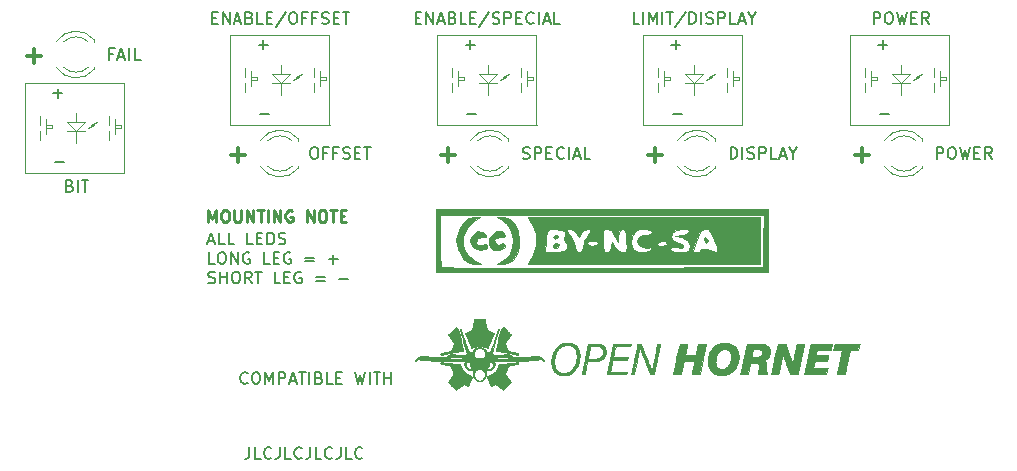
<source format=gbr>
G04 #@! TF.GenerationSoftware,KiCad,Pcbnew,(5.1.6)-1*
G04 #@! TF.CreationDate,2021-07-23T23:59:45+10:00*
G04 #@! TF.ProjectId,RWR_Control_Panel,5257525f-436f-46e7-9472-6f6c5f50616e,-*
G04 #@! TF.SameCoordinates,Original*
G04 #@! TF.FileFunction,Legend,Top*
G04 #@! TF.FilePolarity,Positive*
%FSLAX46Y46*%
G04 Gerber Fmt 4.6, Leading zero omitted, Abs format (unit mm)*
G04 Created by KiCad (PCBNEW (5.1.6)-1) date 2021-07-23 23:59:45*
%MOMM*%
%LPD*%
G01*
G04 APERTURE LIST*
%ADD10C,0.150000*%
%ADD11C,0.250000*%
%ADD12C,0.300000*%
%ADD13C,0.010000*%
%ADD14C,0.120000*%
G04 APERTURE END LIST*
D10*
X126730702Y-120261130D02*
X126730702Y-120975416D01*
X126683083Y-121118273D01*
X126587845Y-121213511D01*
X126444988Y-121261130D01*
X126349750Y-121261130D01*
X127683083Y-121261130D02*
X127206892Y-121261130D01*
X127206892Y-120261130D01*
X128587845Y-121165892D02*
X128540226Y-121213511D01*
X128397369Y-121261130D01*
X128302130Y-121261130D01*
X128159273Y-121213511D01*
X128064035Y-121118273D01*
X128016416Y-121023035D01*
X127968797Y-120832559D01*
X127968797Y-120689702D01*
X128016416Y-120499226D01*
X128064035Y-120403988D01*
X128159273Y-120308750D01*
X128302130Y-120261130D01*
X128397369Y-120261130D01*
X128540226Y-120308750D01*
X128587845Y-120356369D01*
X129302130Y-120261130D02*
X129302130Y-120975416D01*
X129254511Y-121118273D01*
X129159273Y-121213511D01*
X129016416Y-121261130D01*
X128921178Y-121261130D01*
X130254511Y-121261130D02*
X129778321Y-121261130D01*
X129778321Y-120261130D01*
X131159273Y-121165892D02*
X131111654Y-121213511D01*
X130968797Y-121261130D01*
X130873559Y-121261130D01*
X130730702Y-121213511D01*
X130635464Y-121118273D01*
X130587845Y-121023035D01*
X130540226Y-120832559D01*
X130540226Y-120689702D01*
X130587845Y-120499226D01*
X130635464Y-120403988D01*
X130730702Y-120308750D01*
X130873559Y-120261130D01*
X130968797Y-120261130D01*
X131111654Y-120308750D01*
X131159273Y-120356369D01*
X131873559Y-120261130D02*
X131873559Y-120975416D01*
X131825940Y-121118273D01*
X131730702Y-121213511D01*
X131587845Y-121261130D01*
X131492607Y-121261130D01*
X132825940Y-121261130D02*
X132349750Y-121261130D01*
X132349750Y-120261130D01*
X133730702Y-121165892D02*
X133683083Y-121213511D01*
X133540226Y-121261130D01*
X133444988Y-121261130D01*
X133302130Y-121213511D01*
X133206892Y-121118273D01*
X133159273Y-121023035D01*
X133111654Y-120832559D01*
X133111654Y-120689702D01*
X133159273Y-120499226D01*
X133206892Y-120403988D01*
X133302130Y-120308750D01*
X133444988Y-120261130D01*
X133540226Y-120261130D01*
X133683083Y-120308750D01*
X133730702Y-120356369D01*
X134444988Y-120261130D02*
X134444988Y-120975416D01*
X134397369Y-121118273D01*
X134302130Y-121213511D01*
X134159273Y-121261130D01*
X134064035Y-121261130D01*
X135397369Y-121261130D02*
X134921178Y-121261130D01*
X134921178Y-120261130D01*
X136302130Y-121165892D02*
X136254511Y-121213511D01*
X136111654Y-121261130D01*
X136016416Y-121261130D01*
X135873559Y-121213511D01*
X135778321Y-121118273D01*
X135730702Y-121023035D01*
X135683083Y-120832559D01*
X135683083Y-120689702D01*
X135730702Y-120499226D01*
X135778321Y-120403988D01*
X135873559Y-120308750D01*
X136016416Y-120261130D01*
X136111654Y-120261130D01*
X136254511Y-120308750D01*
X136302130Y-120356369D01*
X123255726Y-102815416D02*
X123731916Y-102815416D01*
X123160488Y-103101130D02*
X123493821Y-102101130D01*
X123827154Y-103101130D01*
X124636678Y-103101130D02*
X124160488Y-103101130D01*
X124160488Y-102101130D01*
X125446202Y-103101130D02*
X124970011Y-103101130D01*
X124970011Y-102101130D01*
X127017630Y-103101130D02*
X126541440Y-103101130D01*
X126541440Y-102101130D01*
X127350964Y-102577321D02*
X127684297Y-102577321D01*
X127827154Y-103101130D02*
X127350964Y-103101130D01*
X127350964Y-102101130D01*
X127827154Y-102101130D01*
X128255726Y-103101130D02*
X128255726Y-102101130D01*
X128493821Y-102101130D01*
X128636678Y-102148750D01*
X128731916Y-102243988D01*
X128779535Y-102339226D01*
X128827154Y-102529702D01*
X128827154Y-102672559D01*
X128779535Y-102863035D01*
X128731916Y-102958273D01*
X128636678Y-103053511D01*
X128493821Y-103101130D01*
X128255726Y-103101130D01*
X129208107Y-103053511D02*
X129350964Y-103101130D01*
X129589059Y-103101130D01*
X129684297Y-103053511D01*
X129731916Y-103005892D01*
X129779535Y-102910654D01*
X129779535Y-102815416D01*
X129731916Y-102720178D01*
X129684297Y-102672559D01*
X129589059Y-102624940D01*
X129398583Y-102577321D01*
X129303345Y-102529702D01*
X129255726Y-102482083D01*
X129208107Y-102386845D01*
X129208107Y-102291607D01*
X129255726Y-102196369D01*
X129303345Y-102148750D01*
X129398583Y-102101130D01*
X129636678Y-102101130D01*
X129779535Y-102148750D01*
X123779535Y-104751130D02*
X123303345Y-104751130D01*
X123303345Y-103751130D01*
X124303345Y-103751130D02*
X124493821Y-103751130D01*
X124589059Y-103798750D01*
X124684297Y-103893988D01*
X124731916Y-104084464D01*
X124731916Y-104417797D01*
X124684297Y-104608273D01*
X124589059Y-104703511D01*
X124493821Y-104751130D01*
X124303345Y-104751130D01*
X124208107Y-104703511D01*
X124112869Y-104608273D01*
X124065250Y-104417797D01*
X124065250Y-104084464D01*
X124112869Y-103893988D01*
X124208107Y-103798750D01*
X124303345Y-103751130D01*
X125160488Y-104751130D02*
X125160488Y-103751130D01*
X125731916Y-104751130D01*
X125731916Y-103751130D01*
X126731916Y-103798750D02*
X126636678Y-103751130D01*
X126493821Y-103751130D01*
X126350964Y-103798750D01*
X126255726Y-103893988D01*
X126208107Y-103989226D01*
X126160488Y-104179702D01*
X126160488Y-104322559D01*
X126208107Y-104513035D01*
X126255726Y-104608273D01*
X126350964Y-104703511D01*
X126493821Y-104751130D01*
X126589059Y-104751130D01*
X126731916Y-104703511D01*
X126779535Y-104655892D01*
X126779535Y-104322559D01*
X126589059Y-104322559D01*
X128446202Y-104751130D02*
X127970011Y-104751130D01*
X127970011Y-103751130D01*
X128779535Y-104227321D02*
X129112869Y-104227321D01*
X129255726Y-104751130D02*
X128779535Y-104751130D01*
X128779535Y-103751130D01*
X129255726Y-103751130D01*
X130208107Y-103798750D02*
X130112869Y-103751130D01*
X129970011Y-103751130D01*
X129827154Y-103798750D01*
X129731916Y-103893988D01*
X129684297Y-103989226D01*
X129636678Y-104179702D01*
X129636678Y-104322559D01*
X129684297Y-104513035D01*
X129731916Y-104608273D01*
X129827154Y-104703511D01*
X129970011Y-104751130D01*
X130065250Y-104751130D01*
X130208107Y-104703511D01*
X130255726Y-104655892D01*
X130255726Y-104322559D01*
X130065250Y-104322559D01*
X131446202Y-104227321D02*
X132208107Y-104227321D01*
X132208107Y-104513035D02*
X131446202Y-104513035D01*
X133446202Y-104370178D02*
X134208107Y-104370178D01*
X133827154Y-104751130D02*
X133827154Y-103989226D01*
X123255726Y-106353511D02*
X123398583Y-106401130D01*
X123636678Y-106401130D01*
X123731916Y-106353511D01*
X123779535Y-106305892D01*
X123827154Y-106210654D01*
X123827154Y-106115416D01*
X123779535Y-106020178D01*
X123731916Y-105972559D01*
X123636678Y-105924940D01*
X123446202Y-105877321D01*
X123350964Y-105829702D01*
X123303345Y-105782083D01*
X123255726Y-105686845D01*
X123255726Y-105591607D01*
X123303345Y-105496369D01*
X123350964Y-105448750D01*
X123446202Y-105401130D01*
X123684297Y-105401130D01*
X123827154Y-105448750D01*
X124255726Y-106401130D02*
X124255726Y-105401130D01*
X124255726Y-105877321D02*
X124827154Y-105877321D01*
X124827154Y-106401130D02*
X124827154Y-105401130D01*
X125493821Y-105401130D02*
X125684297Y-105401130D01*
X125779535Y-105448750D01*
X125874773Y-105543988D01*
X125922392Y-105734464D01*
X125922392Y-106067797D01*
X125874773Y-106258273D01*
X125779535Y-106353511D01*
X125684297Y-106401130D01*
X125493821Y-106401130D01*
X125398583Y-106353511D01*
X125303345Y-106258273D01*
X125255726Y-106067797D01*
X125255726Y-105734464D01*
X125303345Y-105543988D01*
X125398583Y-105448750D01*
X125493821Y-105401130D01*
X126922392Y-106401130D02*
X126589059Y-105924940D01*
X126350964Y-106401130D02*
X126350964Y-105401130D01*
X126731916Y-105401130D01*
X126827154Y-105448750D01*
X126874773Y-105496369D01*
X126922392Y-105591607D01*
X126922392Y-105734464D01*
X126874773Y-105829702D01*
X126827154Y-105877321D01*
X126731916Y-105924940D01*
X126350964Y-105924940D01*
X127208107Y-105401130D02*
X127779535Y-105401130D01*
X127493821Y-106401130D02*
X127493821Y-105401130D01*
X129350964Y-106401130D02*
X128874773Y-106401130D01*
X128874773Y-105401130D01*
X129684297Y-105877321D02*
X130017630Y-105877321D01*
X130160488Y-106401130D02*
X129684297Y-106401130D01*
X129684297Y-105401130D01*
X130160488Y-105401130D01*
X131112869Y-105448750D02*
X131017630Y-105401130D01*
X130874773Y-105401130D01*
X130731916Y-105448750D01*
X130636678Y-105543988D01*
X130589059Y-105639226D01*
X130541440Y-105829702D01*
X130541440Y-105972559D01*
X130589059Y-106163035D01*
X130636678Y-106258273D01*
X130731916Y-106353511D01*
X130874773Y-106401130D01*
X130970011Y-106401130D01*
X131112869Y-106353511D01*
X131160488Y-106305892D01*
X131160488Y-105972559D01*
X130970011Y-105972559D01*
X132350964Y-105877321D02*
X133112869Y-105877321D01*
X133112869Y-106163035D02*
X132350964Y-106163035D01*
X134350964Y-106020178D02*
X135112869Y-106020178D01*
D11*
X123254226Y-101195130D02*
X123254226Y-100195130D01*
X123587559Y-100909416D01*
X123920892Y-100195130D01*
X123920892Y-101195130D01*
X124587559Y-100195130D02*
X124778035Y-100195130D01*
X124873273Y-100242750D01*
X124968511Y-100337988D01*
X125016130Y-100528464D01*
X125016130Y-100861797D01*
X124968511Y-101052273D01*
X124873273Y-101147511D01*
X124778035Y-101195130D01*
X124587559Y-101195130D01*
X124492321Y-101147511D01*
X124397083Y-101052273D01*
X124349464Y-100861797D01*
X124349464Y-100528464D01*
X124397083Y-100337988D01*
X124492321Y-100242750D01*
X124587559Y-100195130D01*
X125444702Y-100195130D02*
X125444702Y-101004654D01*
X125492321Y-101099892D01*
X125539940Y-101147511D01*
X125635178Y-101195130D01*
X125825654Y-101195130D01*
X125920892Y-101147511D01*
X125968511Y-101099892D01*
X126016130Y-101004654D01*
X126016130Y-100195130D01*
X126492321Y-101195130D02*
X126492321Y-100195130D01*
X127063750Y-101195130D01*
X127063750Y-100195130D01*
X127397083Y-100195130D02*
X127968511Y-100195130D01*
X127682797Y-101195130D02*
X127682797Y-100195130D01*
X128301845Y-101195130D02*
X128301845Y-100195130D01*
X128778035Y-101195130D02*
X128778035Y-100195130D01*
X129349464Y-101195130D01*
X129349464Y-100195130D01*
X130349464Y-100242750D02*
X130254226Y-100195130D01*
X130111369Y-100195130D01*
X129968511Y-100242750D01*
X129873273Y-100337988D01*
X129825654Y-100433226D01*
X129778035Y-100623702D01*
X129778035Y-100766559D01*
X129825654Y-100957035D01*
X129873273Y-101052273D01*
X129968511Y-101147511D01*
X130111369Y-101195130D01*
X130206607Y-101195130D01*
X130349464Y-101147511D01*
X130397083Y-101099892D01*
X130397083Y-100766559D01*
X130206607Y-100766559D01*
X131587559Y-101195130D02*
X131587559Y-100195130D01*
X132158988Y-101195130D01*
X132158988Y-100195130D01*
X132825654Y-100195130D02*
X133016130Y-100195130D01*
X133111369Y-100242750D01*
X133206607Y-100337988D01*
X133254226Y-100528464D01*
X133254226Y-100861797D01*
X133206607Y-101052273D01*
X133111369Y-101147511D01*
X133016130Y-101195130D01*
X132825654Y-101195130D01*
X132730416Y-101147511D01*
X132635178Y-101052273D01*
X132587559Y-100861797D01*
X132587559Y-100528464D01*
X132635178Y-100337988D01*
X132730416Y-100242750D01*
X132825654Y-100195130D01*
X133539940Y-100195130D02*
X134111369Y-100195130D01*
X133825654Y-101195130D02*
X133825654Y-100195130D01*
X134444702Y-100671321D02*
X134778035Y-100671321D01*
X134920892Y-101195130D02*
X134444702Y-101195130D01*
X134444702Y-100195130D01*
X134920892Y-100195130D01*
D10*
X126580035Y-114815892D02*
X126532416Y-114863511D01*
X126389559Y-114911130D01*
X126294321Y-114911130D01*
X126151464Y-114863511D01*
X126056226Y-114768273D01*
X126008607Y-114673035D01*
X125960988Y-114482559D01*
X125960988Y-114339702D01*
X126008607Y-114149226D01*
X126056226Y-114053988D01*
X126151464Y-113958750D01*
X126294321Y-113911130D01*
X126389559Y-113911130D01*
X126532416Y-113958750D01*
X126580035Y-114006369D01*
X127199083Y-113911130D02*
X127389559Y-113911130D01*
X127484797Y-113958750D01*
X127580035Y-114053988D01*
X127627654Y-114244464D01*
X127627654Y-114577797D01*
X127580035Y-114768273D01*
X127484797Y-114863511D01*
X127389559Y-114911130D01*
X127199083Y-114911130D01*
X127103845Y-114863511D01*
X127008607Y-114768273D01*
X126960988Y-114577797D01*
X126960988Y-114244464D01*
X127008607Y-114053988D01*
X127103845Y-113958750D01*
X127199083Y-113911130D01*
X128056226Y-114911130D02*
X128056226Y-113911130D01*
X128389559Y-114625416D01*
X128722892Y-113911130D01*
X128722892Y-114911130D01*
X129199083Y-114911130D02*
X129199083Y-113911130D01*
X129580035Y-113911130D01*
X129675273Y-113958750D01*
X129722892Y-114006369D01*
X129770511Y-114101607D01*
X129770511Y-114244464D01*
X129722892Y-114339702D01*
X129675273Y-114387321D01*
X129580035Y-114434940D01*
X129199083Y-114434940D01*
X130151464Y-114625416D02*
X130627654Y-114625416D01*
X130056226Y-114911130D02*
X130389559Y-113911130D01*
X130722892Y-114911130D01*
X130913369Y-113911130D02*
X131484797Y-113911130D01*
X131199083Y-114911130D02*
X131199083Y-113911130D01*
X131818130Y-114911130D02*
X131818130Y-113911130D01*
X132627654Y-114387321D02*
X132770511Y-114434940D01*
X132818130Y-114482559D01*
X132865750Y-114577797D01*
X132865750Y-114720654D01*
X132818130Y-114815892D01*
X132770511Y-114863511D01*
X132675273Y-114911130D01*
X132294321Y-114911130D01*
X132294321Y-113911130D01*
X132627654Y-113911130D01*
X132722892Y-113958750D01*
X132770511Y-114006369D01*
X132818130Y-114101607D01*
X132818130Y-114196845D01*
X132770511Y-114292083D01*
X132722892Y-114339702D01*
X132627654Y-114387321D01*
X132294321Y-114387321D01*
X133770511Y-114911130D02*
X133294321Y-114911130D01*
X133294321Y-113911130D01*
X134103845Y-114387321D02*
X134437178Y-114387321D01*
X134580035Y-114911130D02*
X134103845Y-114911130D01*
X134103845Y-113911130D01*
X134580035Y-113911130D01*
X135675273Y-113911130D02*
X135913369Y-114911130D01*
X136103845Y-114196845D01*
X136294321Y-114911130D01*
X136532416Y-113911130D01*
X136913369Y-114911130D02*
X136913369Y-113911130D01*
X137246702Y-113911130D02*
X137818130Y-113911130D01*
X137532416Y-114911130D02*
X137532416Y-113911130D01*
X138151464Y-114911130D02*
X138151464Y-113911130D01*
X138151464Y-114387321D02*
X138722892Y-114387321D01*
X138722892Y-114911130D02*
X138722892Y-113911130D01*
D12*
X107918321Y-87133892D02*
X109061178Y-87133892D01*
X108489750Y-87705321D02*
X108489750Y-86562464D01*
X125190321Y-95515892D02*
X126333178Y-95515892D01*
X125761750Y-96087321D02*
X125761750Y-94944464D01*
X142970321Y-95515892D02*
X144113178Y-95515892D01*
X143541750Y-96087321D02*
X143541750Y-94944464D01*
X160496321Y-95515892D02*
X161639178Y-95515892D01*
X161067750Y-96087321D02*
X161067750Y-94944464D01*
X178022321Y-95515892D02*
X179165178Y-95515892D01*
X178593750Y-96087321D02*
X178593750Y-94944464D01*
D13*
G36*
X165410982Y-102522432D02*
G01*
X165572777Y-102737484D01*
X165579194Y-102784678D01*
X165450891Y-102938432D01*
X165410982Y-102942962D01*
X165263357Y-102806044D01*
X165242770Y-102680717D01*
X165324317Y-102506608D01*
X165410982Y-102522432D01*
G37*
X165410982Y-102522432D02*
X165572777Y-102737484D01*
X165579194Y-102784678D01*
X165450891Y-102938432D01*
X165410982Y-102942962D01*
X165263357Y-102806044D01*
X165242770Y-102680717D01*
X165324317Y-102506608D01*
X165410982Y-102522432D01*
G36*
X152895018Y-102351662D02*
G01*
X152879194Y-102438326D01*
X152664142Y-102600122D01*
X152616948Y-102606538D01*
X152463194Y-102478236D01*
X152458664Y-102438326D01*
X152595582Y-102290701D01*
X152720909Y-102270114D01*
X152895018Y-102351662D01*
G37*
X152895018Y-102351662D02*
X152879194Y-102438326D01*
X152664142Y-102600122D01*
X152616948Y-102606538D01*
X152463194Y-102478236D01*
X152458664Y-102438326D01*
X152595582Y-102290701D01*
X152720909Y-102270114D01*
X152895018Y-102351662D01*
G36*
X152921183Y-103040767D02*
G01*
X152924751Y-103142714D01*
X152757322Y-103364849D01*
X152555759Y-103393092D01*
X152458664Y-103209298D01*
X152594100Y-102977578D01*
X152724999Y-102942962D01*
X152921183Y-103040767D01*
G37*
X152921183Y-103040767D02*
X152924751Y-103142714D01*
X152757322Y-103364849D01*
X152555759Y-103393092D01*
X152458664Y-103209298D01*
X152594100Y-102977578D01*
X152724999Y-102942962D01*
X152921183Y-103040767D01*
G36*
X148036209Y-101985461D02*
G01*
X148232863Y-102085672D01*
X148383827Y-102293662D01*
X148277520Y-102466112D01*
X147986903Y-102503242D01*
X147935759Y-102491986D01*
X147599396Y-102518504D01*
X147468987Y-102744832D01*
X147588355Y-103036511D01*
X147830939Y-103188301D01*
X148008390Y-103105080D01*
X148240769Y-103022198D01*
X148344047Y-103121813D01*
X148346949Y-103352521D01*
X148121143Y-103524524D01*
X147773690Y-103600045D01*
X147411654Y-103541309D01*
X147308819Y-103487075D01*
X147033870Y-103131356D01*
X147012274Y-102678720D01*
X147235490Y-102278719D01*
X147648114Y-101981447D01*
X148036209Y-101985461D01*
G37*
X148036209Y-101985461D02*
X148232863Y-102085672D01*
X148383827Y-102293662D01*
X148277520Y-102466112D01*
X147986903Y-102503242D01*
X147935759Y-102491986D01*
X147599396Y-102518504D01*
X147468987Y-102744832D01*
X147588355Y-103036511D01*
X147830939Y-103188301D01*
X148008390Y-103105080D01*
X148240769Y-103022198D01*
X148344047Y-103121813D01*
X148346949Y-103352521D01*
X148121143Y-103524524D01*
X147773690Y-103600045D01*
X147411654Y-103541309D01*
X147308819Y-103487075D01*
X147033870Y-103131356D01*
X147012274Y-102678720D01*
X147235490Y-102278719D01*
X147648114Y-101981447D01*
X148036209Y-101985461D01*
G36*
X146371510Y-102022734D02*
G01*
X146497309Y-102075929D01*
X146787767Y-102286840D01*
X146798866Y-102462659D01*
X146550444Y-102515007D01*
X146404911Y-102487556D01*
X146077349Y-102522832D01*
X145969643Y-102663505D01*
X145933971Y-103021815D01*
X146120585Y-103179988D01*
X146403035Y-103111174D01*
X146700218Y-103052500D01*
X146869152Y-103170950D01*
X146826037Y-103372978D01*
X146718956Y-103463829D01*
X146221064Y-103605427D01*
X145749380Y-103431813D01*
X145658096Y-103351477D01*
X145416032Y-102919197D01*
X145500236Y-102467796D01*
X145730870Y-102185390D01*
X146043162Y-101982555D01*
X146371510Y-102022734D01*
G37*
X146371510Y-102022734D02*
X146497309Y-102075929D01*
X146787767Y-102286840D01*
X146798866Y-102462659D01*
X146550444Y-102515007D01*
X146404911Y-102487556D01*
X146077349Y-102522832D01*
X145969643Y-102663505D01*
X145933971Y-103021815D01*
X146120585Y-103179988D01*
X146403035Y-103111174D01*
X146700218Y-103052500D01*
X146869152Y-103170950D01*
X146826037Y-103372978D01*
X146718956Y-103463829D01*
X146221064Y-103605427D01*
X145749380Y-103431813D01*
X145658096Y-103351477D01*
X145416032Y-102919197D01*
X145500236Y-102467796D01*
X145730870Y-102185390D01*
X146043162Y-101982555D01*
X146371510Y-102022734D01*
G36*
X169952703Y-104793293D02*
G01*
X150317666Y-104793293D01*
X150726533Y-103994287D01*
X150797082Y-103784022D01*
X151769027Y-103784022D01*
X152436512Y-103784022D01*
X152937051Y-103759119D01*
X153321126Y-103697646D01*
X153370072Y-103681919D01*
X153579863Y-103460594D01*
X153631435Y-103132127D01*
X153497847Y-102877528D01*
X153490494Y-102872798D01*
X153407925Y-102658733D01*
X153424515Y-102365990D01*
X153418549Y-102033971D01*
X153207374Y-101891638D01*
X153639888Y-101891638D01*
X153736824Y-102100427D01*
X153965555Y-102429330D01*
X153972571Y-102438326D01*
X154213922Y-102892647D01*
X154305255Y-103321439D01*
X154373261Y-103672254D01*
X154607678Y-103783110D01*
X154645419Y-103784022D01*
X154901282Y-103694413D01*
X154984501Y-103373322D01*
X154985583Y-103321439D01*
X155058972Y-102999374D01*
X155322435Y-102999374D01*
X155437503Y-103174340D01*
X155714496Y-103258615D01*
X156060715Y-103185063D01*
X156281912Y-102997012D01*
X156286327Y-102985015D01*
X156198709Y-102824934D01*
X155836920Y-102774750D01*
X156663962Y-102774750D01*
X156676849Y-103339719D01*
X156731900Y-103645016D01*
X156853703Y-103766933D01*
X156989213Y-103784022D01*
X157262694Y-103660417D01*
X157375075Y-103321439D01*
X157435687Y-102858856D01*
X157665567Y-103321439D01*
X157987490Y-103702202D01*
X158297370Y-103784022D01*
X158522487Y-103761867D01*
X158636308Y-103641789D01*
X158668106Y-103343369D01*
X158652063Y-102906112D01*
X159019674Y-102906112D01*
X159106923Y-103355728D01*
X159313299Y-103606661D01*
X159682655Y-103720867D01*
X160144952Y-103737934D01*
X160566407Y-103668066D01*
X160813234Y-103521468D01*
X160827721Y-103491153D01*
X160819825Y-103471309D01*
X162375844Y-103471309D01*
X162495308Y-103671880D01*
X162751639Y-103760298D01*
X163174858Y-103782542D01*
X163617317Y-103745107D01*
X163888469Y-103666867D01*
X164325048Y-103666867D01*
X164379779Y-103767287D01*
X164555763Y-103784013D01*
X164572377Y-103784022D01*
X164844380Y-103713116D01*
X164906346Y-103615810D01*
X165041185Y-103476455D01*
X165364183Y-103462405D01*
X165753060Y-103569313D01*
X165910250Y-103651495D01*
X166223717Y-103781073D01*
X166349496Y-103654324D01*
X166289261Y-103262179D01*
X166086283Y-102696689D01*
X165802242Y-102102937D01*
X165547254Y-101809992D01*
X165401372Y-101765479D01*
X165207340Y-101778829D01*
X165064328Y-101863525D01*
X164924442Y-102086531D01*
X164739785Y-102514813D01*
X164583079Y-102909582D01*
X164392503Y-103406412D01*
X164325048Y-103666867D01*
X163888469Y-103666867D01*
X163931367Y-103654489D01*
X163987089Y-103606249D01*
X164059717Y-103213396D01*
X163870221Y-102828165D01*
X163478884Y-102554288D01*
X163352568Y-102514379D01*
X162803697Y-102379293D01*
X163350386Y-102314046D01*
X163777480Y-102187898D01*
X163908895Y-102000701D01*
X163747786Y-101833100D01*
X163328929Y-101765479D01*
X162811137Y-101869143D01*
X162501107Y-102125277D01*
X162415886Y-102451596D01*
X162572520Y-102765812D01*
X162988056Y-102985640D01*
X163072141Y-103005062D01*
X163408344Y-103127420D01*
X163473495Y-103284219D01*
X163471679Y-103287258D01*
X163236489Y-103387814D01*
X162871789Y-103359975D01*
X162501438Y-103341415D01*
X162375844Y-103471309D01*
X160819825Y-103471309D01*
X160774141Y-103356503D01*
X160451251Y-103371679D01*
X160410772Y-103379494D01*
X159931471Y-103356565D01*
X159633291Y-103110284D01*
X159622822Y-103027068D01*
X161205684Y-103027068D01*
X161351911Y-103230001D01*
X161626213Y-103279386D01*
X161964436Y-103191650D01*
X162046743Y-103027068D01*
X161900516Y-102824135D01*
X161626213Y-102774750D01*
X161287991Y-102862486D01*
X161205684Y-103027068D01*
X159622822Y-103027068D01*
X159582071Y-102703157D01*
X159605108Y-102614610D01*
X159780635Y-102365489D01*
X160153897Y-102274008D01*
X160305871Y-102270114D01*
X160726459Y-102220828D01*
X160831578Y-102071238D01*
X160828270Y-102059850D01*
X160611103Y-101870876D01*
X160208761Y-101796501D01*
X159753256Y-101839192D01*
X159376599Y-102001414D01*
X159339618Y-102032036D01*
X159098002Y-102419283D01*
X159019674Y-102906112D01*
X158652063Y-102906112D01*
X158648846Y-102818438D01*
X158594445Y-102236463D01*
X158493173Y-101920349D01*
X158322235Y-101800394D01*
X158315442Y-101799030D01*
X158103359Y-101853101D01*
X157995633Y-102161594D01*
X157978601Y-102302032D01*
X157924718Y-102858856D01*
X157626444Y-102312167D01*
X157315954Y-101911941D01*
X156996066Y-101765479D01*
X156810428Y-101803482D01*
X156710116Y-101968628D01*
X156669890Y-102337624D01*
X156663962Y-102774750D01*
X155836920Y-102774750D01*
X155429251Y-102833387D01*
X155322435Y-102999374D01*
X155058972Y-102999374D01*
X155093055Y-102849806D01*
X155318266Y-102438326D01*
X155588624Y-102043445D01*
X155615649Y-101834072D01*
X155401987Y-101766204D01*
X155358729Y-101765479D01*
X155047291Y-101896855D01*
X154840983Y-102120613D01*
X154619198Y-102475748D01*
X154370452Y-102120613D01*
X154115498Y-101877236D01*
X153840596Y-101761734D01*
X153660027Y-101809924D01*
X153639888Y-101891638D01*
X153207374Y-101891638D01*
X153173257Y-101868643D01*
X153082642Y-101843398D01*
X152586228Y-101781246D01*
X152265508Y-101793590D01*
X152038953Y-101860062D01*
X151911843Y-102034267D01*
X151847243Y-102400937D01*
X151819475Y-102816803D01*
X151769027Y-103784022D01*
X150797082Y-103784022D01*
X151023004Y-103110684D01*
X150990744Y-102237424D01*
X150628290Y-101341989D01*
X150605516Y-101302896D01*
X150283255Y-100756207D01*
X169952703Y-100756207D01*
X169952703Y-104793293D01*
G37*
X169952703Y-104793293D02*
X150317666Y-104793293D01*
X150726533Y-103994287D01*
X150797082Y-103784022D01*
X151769027Y-103784022D01*
X152436512Y-103784022D01*
X152937051Y-103759119D01*
X153321126Y-103697646D01*
X153370072Y-103681919D01*
X153579863Y-103460594D01*
X153631435Y-103132127D01*
X153497847Y-102877528D01*
X153490494Y-102872798D01*
X153407925Y-102658733D01*
X153424515Y-102365990D01*
X153418549Y-102033971D01*
X153207374Y-101891638D01*
X153639888Y-101891638D01*
X153736824Y-102100427D01*
X153965555Y-102429330D01*
X153972571Y-102438326D01*
X154213922Y-102892647D01*
X154305255Y-103321439D01*
X154373261Y-103672254D01*
X154607678Y-103783110D01*
X154645419Y-103784022D01*
X154901282Y-103694413D01*
X154984501Y-103373322D01*
X154985583Y-103321439D01*
X155058972Y-102999374D01*
X155322435Y-102999374D01*
X155437503Y-103174340D01*
X155714496Y-103258615D01*
X156060715Y-103185063D01*
X156281912Y-102997012D01*
X156286327Y-102985015D01*
X156198709Y-102824934D01*
X155836920Y-102774750D01*
X156663962Y-102774750D01*
X156676849Y-103339719D01*
X156731900Y-103645016D01*
X156853703Y-103766933D01*
X156989213Y-103784022D01*
X157262694Y-103660417D01*
X157375075Y-103321439D01*
X157435687Y-102858856D01*
X157665567Y-103321439D01*
X157987490Y-103702202D01*
X158297370Y-103784022D01*
X158522487Y-103761867D01*
X158636308Y-103641789D01*
X158668106Y-103343369D01*
X158652063Y-102906112D01*
X159019674Y-102906112D01*
X159106923Y-103355728D01*
X159313299Y-103606661D01*
X159682655Y-103720867D01*
X160144952Y-103737934D01*
X160566407Y-103668066D01*
X160813234Y-103521468D01*
X160827721Y-103491153D01*
X160819825Y-103471309D01*
X162375844Y-103471309D01*
X162495308Y-103671880D01*
X162751639Y-103760298D01*
X163174858Y-103782542D01*
X163617317Y-103745107D01*
X163888469Y-103666867D01*
X164325048Y-103666867D01*
X164379779Y-103767287D01*
X164555763Y-103784013D01*
X164572377Y-103784022D01*
X164844380Y-103713116D01*
X164906346Y-103615810D01*
X165041185Y-103476455D01*
X165364183Y-103462405D01*
X165753060Y-103569313D01*
X165910250Y-103651495D01*
X166223717Y-103781073D01*
X166349496Y-103654324D01*
X166289261Y-103262179D01*
X166086283Y-102696689D01*
X165802242Y-102102937D01*
X165547254Y-101809992D01*
X165401372Y-101765479D01*
X165207340Y-101778829D01*
X165064328Y-101863525D01*
X164924442Y-102086531D01*
X164739785Y-102514813D01*
X164583079Y-102909582D01*
X164392503Y-103406412D01*
X164325048Y-103666867D01*
X163888469Y-103666867D01*
X163931367Y-103654489D01*
X163987089Y-103606249D01*
X164059717Y-103213396D01*
X163870221Y-102828165D01*
X163478884Y-102554288D01*
X163352568Y-102514379D01*
X162803697Y-102379293D01*
X163350386Y-102314046D01*
X163777480Y-102187898D01*
X163908895Y-102000701D01*
X163747786Y-101833100D01*
X163328929Y-101765479D01*
X162811137Y-101869143D01*
X162501107Y-102125277D01*
X162415886Y-102451596D01*
X162572520Y-102765812D01*
X162988056Y-102985640D01*
X163072141Y-103005062D01*
X163408344Y-103127420D01*
X163473495Y-103284219D01*
X163471679Y-103287258D01*
X163236489Y-103387814D01*
X162871789Y-103359975D01*
X162501438Y-103341415D01*
X162375844Y-103471309D01*
X160819825Y-103471309D01*
X160774141Y-103356503D01*
X160451251Y-103371679D01*
X160410772Y-103379494D01*
X159931471Y-103356565D01*
X159633291Y-103110284D01*
X159622822Y-103027068D01*
X161205684Y-103027068D01*
X161351911Y-103230001D01*
X161626213Y-103279386D01*
X161964436Y-103191650D01*
X162046743Y-103027068D01*
X161900516Y-102824135D01*
X161626213Y-102774750D01*
X161287991Y-102862486D01*
X161205684Y-103027068D01*
X159622822Y-103027068D01*
X159582071Y-102703157D01*
X159605108Y-102614610D01*
X159780635Y-102365489D01*
X160153897Y-102274008D01*
X160305871Y-102270114D01*
X160726459Y-102220828D01*
X160831578Y-102071238D01*
X160828270Y-102059850D01*
X160611103Y-101870876D01*
X160208761Y-101796501D01*
X159753256Y-101839192D01*
X159376599Y-102001414D01*
X159339618Y-102032036D01*
X159098002Y-102419283D01*
X159019674Y-102906112D01*
X158652063Y-102906112D01*
X158648846Y-102818438D01*
X158594445Y-102236463D01*
X158493173Y-101920349D01*
X158322235Y-101800394D01*
X158315442Y-101799030D01*
X158103359Y-101853101D01*
X157995633Y-102161594D01*
X157978601Y-102302032D01*
X157924718Y-102858856D01*
X157626444Y-102312167D01*
X157315954Y-101911941D01*
X156996066Y-101765479D01*
X156810428Y-101803482D01*
X156710116Y-101968628D01*
X156669890Y-102337624D01*
X156663962Y-102774750D01*
X155836920Y-102774750D01*
X155429251Y-102833387D01*
X155322435Y-102999374D01*
X155058972Y-102999374D01*
X155093055Y-102849806D01*
X155318266Y-102438326D01*
X155588624Y-102043445D01*
X155615649Y-101834072D01*
X155401987Y-101766204D01*
X155358729Y-101765479D01*
X155047291Y-101896855D01*
X154840983Y-102120613D01*
X154619198Y-102475748D01*
X154370452Y-102120613D01*
X154115498Y-101877236D01*
X153840596Y-101761734D01*
X153660027Y-101809924D01*
X153639888Y-101891638D01*
X153207374Y-101891638D01*
X153173257Y-101868643D01*
X153082642Y-101843398D01*
X152586228Y-101781246D01*
X152265508Y-101793590D01*
X152038953Y-101860062D01*
X151911843Y-102034267D01*
X151847243Y-102400937D01*
X151819475Y-102816803D01*
X151769027Y-103784022D01*
X150797082Y-103784022D01*
X151023004Y-103110684D01*
X150990744Y-102237424D01*
X150628290Y-101341989D01*
X150605516Y-101302896D01*
X150283255Y-100756207D01*
X169952703Y-100756207D01*
X169952703Y-104793293D01*
G36*
X148247996Y-100794800D02*
G01*
X148812674Y-100982650D01*
X149225286Y-101398794D01*
X149485831Y-101972087D01*
X149594311Y-102631381D01*
X149550725Y-103305530D01*
X149355074Y-103923386D01*
X149007356Y-104413803D01*
X148507572Y-104705633D01*
X148247996Y-104752195D01*
X147664624Y-104795203D01*
X148125092Y-104537666D01*
X148681093Y-104055153D01*
X148996800Y-103417077D01*
X149072632Y-102702902D01*
X148909012Y-101992092D01*
X148506358Y-101364111D01*
X148106550Y-101031492D01*
X147664624Y-100749287D01*
X148247996Y-100794800D01*
G37*
X148247996Y-100794800D02*
X148812674Y-100982650D01*
X149225286Y-101398794D01*
X149485831Y-101972087D01*
X149594311Y-102631381D01*
X149550725Y-103305530D01*
X149355074Y-103923386D01*
X149007356Y-104413803D01*
X148507572Y-104705633D01*
X148247996Y-104752195D01*
X147664624Y-104795203D01*
X148125092Y-104537666D01*
X148681093Y-104055153D01*
X148996800Y-103417077D01*
X149072632Y-102702902D01*
X148909012Y-101992092D01*
X148506358Y-101364111D01*
X148106550Y-101031492D01*
X147664624Y-100749287D01*
X148247996Y-100794800D01*
G36*
X145713010Y-101140168D02*
G01*
X145138893Y-101700748D01*
X144837633Y-102389863D01*
X144833261Y-103134400D01*
X144941977Y-103485968D01*
X145278168Y-104015622D01*
X145736401Y-104436425D01*
X145762118Y-104452557D01*
X146318929Y-104792036D01*
X145787193Y-104792664D01*
X145282211Y-104679096D01*
X144837049Y-104296038D01*
X144834225Y-104292687D01*
X144383073Y-103523031D01*
X144251207Y-102702783D01*
X144438628Y-101887356D01*
X144834225Y-101256813D01*
X145292815Y-100865491D01*
X145770016Y-100756207D01*
X146284574Y-100756207D01*
X145713010Y-101140168D01*
G37*
X145713010Y-101140168D02*
X145138893Y-101700748D01*
X144837633Y-102389863D01*
X144833261Y-103134400D01*
X144941977Y-103485968D01*
X145278168Y-104015622D01*
X145736401Y-104436425D01*
X145762118Y-104452557D01*
X146318929Y-104792036D01*
X145787193Y-104792664D01*
X145282211Y-104679096D01*
X144837049Y-104296038D01*
X144834225Y-104292687D01*
X144383073Y-103523031D01*
X144251207Y-102702783D01*
X144438628Y-101887356D01*
X144834225Y-101256813D01*
X145292815Y-100865491D01*
X145770016Y-100756207D01*
X146284574Y-100756207D01*
X145713010Y-101140168D01*
G36*
X170625551Y-105466141D02*
G01*
X142534160Y-105466141D01*
X142534160Y-100587995D01*
X142870584Y-100587995D01*
X142870584Y-102746715D01*
X142878944Y-103567335D01*
X142901788Y-104262831D01*
X142935765Y-104765877D01*
X142977521Y-105009151D01*
X142983714Y-105018564D01*
X143165610Y-105035609D01*
X143658557Y-105050828D01*
X144437189Y-105064091D01*
X145476138Y-105075268D01*
X146750036Y-105084230D01*
X148233515Y-105090846D01*
X149901208Y-105094986D01*
X151727748Y-105096519D01*
X153687766Y-105095317D01*
X155755895Y-105091248D01*
X156650933Y-105088653D01*
X170205021Y-105045611D01*
X170251957Y-102816803D01*
X170298892Y-100587995D01*
X142870584Y-100587995D01*
X142534160Y-100587995D01*
X142534160Y-100083360D01*
X170625551Y-100083360D01*
X170625551Y-105466141D01*
G37*
X170625551Y-105466141D02*
X142534160Y-105466141D01*
X142534160Y-100587995D01*
X142870584Y-100587995D01*
X142870584Y-102746715D01*
X142878944Y-103567335D01*
X142901788Y-104262831D01*
X142935765Y-104765877D01*
X142977521Y-105009151D01*
X142983714Y-105018564D01*
X143165610Y-105035609D01*
X143658557Y-105050828D01*
X144437189Y-105064091D01*
X145476138Y-105075268D01*
X146750036Y-105084230D01*
X148233515Y-105090846D01*
X149901208Y-105094986D01*
X151727748Y-105096519D01*
X153687766Y-105095317D01*
X155755895Y-105091248D01*
X156650933Y-105088653D01*
X170205021Y-105045611D01*
X170251957Y-102816803D01*
X170298892Y-100587995D01*
X142870584Y-100587995D01*
X142534160Y-100587995D01*
X142534160Y-100083360D01*
X170625551Y-100083360D01*
X170625551Y-105466141D01*
G36*
X142924880Y-113074919D02*
G01*
X142937693Y-113076288D01*
X142957924Y-113078503D01*
X142985076Y-113081505D01*
X143018653Y-113085239D01*
X143058156Y-113089649D01*
X143103090Y-113094679D01*
X143152957Y-113100272D01*
X143207259Y-113106372D01*
X143265501Y-113112923D01*
X143327184Y-113119868D01*
X143391812Y-113127152D01*
X143458888Y-113134718D01*
X143527915Y-113142510D01*
X143598395Y-113150471D01*
X143669831Y-113158546D01*
X143741728Y-113166678D01*
X143813586Y-113174811D01*
X143884910Y-113182889D01*
X143955202Y-113190855D01*
X144023966Y-113198654D01*
X144090703Y-113206228D01*
X144154918Y-113213523D01*
X144216113Y-113220481D01*
X144273791Y-113227046D01*
X144327455Y-113233163D01*
X144376608Y-113238774D01*
X144420752Y-113243824D01*
X144459392Y-113248256D01*
X144492029Y-113252015D01*
X144518166Y-113255043D01*
X144537308Y-113257286D01*
X144548956Y-113258685D01*
X144552012Y-113259079D01*
X144563573Y-113261537D01*
X144569361Y-113265900D01*
X144571950Y-113273508D01*
X144574197Y-113279921D01*
X144579588Y-113293148D01*
X144587730Y-113312313D01*
X144598228Y-113336540D01*
X144610688Y-113364950D01*
X144624716Y-113396667D01*
X144639918Y-113430815D01*
X144655900Y-113466516D01*
X144672267Y-113502894D01*
X144688625Y-113539071D01*
X144704579Y-113574172D01*
X144719737Y-113607318D01*
X144733703Y-113637633D01*
X144746083Y-113664240D01*
X144756483Y-113686263D01*
X144764509Y-113702824D01*
X144768443Y-113710582D01*
X144789314Y-113745917D01*
X144815929Y-113784081D01*
X144846851Y-113823420D01*
X144880640Y-113862280D01*
X144915857Y-113899009D01*
X144951065Y-113931952D01*
X144984824Y-113959458D01*
X144985317Y-113959824D01*
X144992935Y-113964896D01*
X145007156Y-113973783D01*
X145027257Y-113986058D01*
X145052512Y-114001295D01*
X145082196Y-114019069D01*
X145115585Y-114038954D01*
X145151953Y-114060525D01*
X145190576Y-114083355D01*
X145230729Y-114107019D01*
X145271687Y-114131091D01*
X145312726Y-114155146D01*
X145353120Y-114178758D01*
X145392144Y-114201500D01*
X145429075Y-114222948D01*
X145463186Y-114242675D01*
X145493754Y-114260256D01*
X145520052Y-114275265D01*
X145541358Y-114287276D01*
X145556944Y-114295864D01*
X145562223Y-114298667D01*
X145581091Y-114308466D01*
X145420802Y-114695816D01*
X145392344Y-114764444D01*
X145366230Y-114827119D01*
X145342549Y-114883639D01*
X145321388Y-114933798D01*
X145302834Y-114977392D01*
X145286976Y-115014217D01*
X145273900Y-115044070D01*
X145263695Y-115066745D01*
X145256448Y-115082039D01*
X145252245Y-115089747D01*
X145251563Y-115090575D01*
X145240683Y-115096292D01*
X145231754Y-115097983D01*
X145225726Y-115096036D01*
X145213110Y-115090479D01*
X145194762Y-115081737D01*
X145171537Y-115070236D01*
X145144292Y-115056402D01*
X145113881Y-115040660D01*
X145081159Y-115023437D01*
X145070093Y-115017550D01*
X145030856Y-114996675D01*
X144998298Y-114979532D01*
X144971660Y-114965811D01*
X144950182Y-114955198D01*
X144933104Y-114947383D01*
X144919666Y-114942056D01*
X144909110Y-114938904D01*
X144900674Y-114937616D01*
X144893600Y-114937881D01*
X144887128Y-114939389D01*
X144882934Y-114940868D01*
X144878090Y-114943764D01*
X144866773Y-114951121D01*
X144849485Y-114962601D01*
X144826726Y-114977863D01*
X144798998Y-114996569D01*
X144766801Y-115018378D01*
X144730637Y-115042951D01*
X144691006Y-115069949D01*
X144648410Y-115099032D01*
X144603350Y-115129860D01*
X144556327Y-115162095D01*
X144545584Y-115169468D01*
X144489428Y-115208013D01*
X144439818Y-115242035D01*
X144396316Y-115271800D01*
X144358486Y-115297571D01*
X144325891Y-115319616D01*
X144298093Y-115338198D01*
X144274656Y-115353583D01*
X144255143Y-115366036D01*
X144239116Y-115375823D01*
X144226140Y-115383208D01*
X144215776Y-115388458D01*
X144207587Y-115391836D01*
X144201138Y-115393609D01*
X144195990Y-115394041D01*
X144191707Y-115393398D01*
X144187852Y-115391945D01*
X144183987Y-115389947D01*
X144183100Y-115389465D01*
X144178561Y-115385648D01*
X144168567Y-115376314D01*
X144153618Y-115361962D01*
X144134212Y-115343090D01*
X144110846Y-115320197D01*
X144084020Y-115293781D01*
X144054231Y-115264340D01*
X144021978Y-115232372D01*
X143987760Y-115198377D01*
X143952075Y-115162851D01*
X143915420Y-115126294D01*
X143878295Y-115089203D01*
X143841197Y-115052078D01*
X143804626Y-115015415D01*
X143769079Y-114979715D01*
X143735055Y-114945474D01*
X143703051Y-114913192D01*
X143673568Y-114883366D01*
X143647102Y-114856495D01*
X143624152Y-114833077D01*
X143605216Y-114813610D01*
X143590794Y-114798594D01*
X143581382Y-114788525D01*
X143577480Y-114783903D01*
X143577461Y-114783868D01*
X143573285Y-114774619D01*
X143571476Y-114765704D01*
X143572465Y-114755953D01*
X143576689Y-114744195D01*
X143584581Y-114729259D01*
X143596576Y-114709975D01*
X143613107Y-114685172D01*
X143615230Y-114682043D01*
X143624867Y-114667898D01*
X143638805Y-114647495D01*
X143656551Y-114621557D01*
X143677610Y-114590805D01*
X143701489Y-114555958D01*
X143727694Y-114517737D01*
X143755729Y-114476865D01*
X143785102Y-114434061D01*
X143815317Y-114390046D01*
X143842271Y-114350800D01*
X143871652Y-114307959D01*
X143899726Y-114266894D01*
X143926108Y-114228177D01*
X143950414Y-114192376D01*
X143972260Y-114160062D01*
X143991261Y-114131806D01*
X144007033Y-114108177D01*
X144019191Y-114089745D01*
X144027351Y-114077081D01*
X144031129Y-114070755D01*
X144031257Y-114070477D01*
X144035359Y-114057386D01*
X144037050Y-114045197D01*
X144035486Y-114039089D01*
X144030986Y-114025875D01*
X144023841Y-114006280D01*
X144014340Y-113981025D01*
X144002773Y-113950834D01*
X143989431Y-113916429D01*
X143974604Y-113878533D01*
X143958580Y-113837870D01*
X143941651Y-113795162D01*
X143924106Y-113751132D01*
X143906235Y-113706503D01*
X143888329Y-113661999D01*
X143870676Y-113618341D01*
X143853568Y-113576253D01*
X143837294Y-113536459D01*
X143822143Y-113499680D01*
X143808407Y-113466640D01*
X143796374Y-113438061D01*
X143786336Y-113414667D01*
X143778581Y-113397181D01*
X143773400Y-113386325D01*
X143771489Y-113383093D01*
X143762728Y-113373845D01*
X143754893Y-113367393D01*
X143753938Y-113366828D01*
X143748853Y-113365535D01*
X143736022Y-113362819D01*
X143716025Y-113358792D01*
X143689444Y-113353564D01*
X143656857Y-113347247D01*
X143618847Y-113339953D01*
X143575993Y-113331792D01*
X143528875Y-113322876D01*
X143478075Y-113313315D01*
X143424172Y-113303222D01*
X143367747Y-113292707D01*
X143344819Y-113288448D01*
X143271545Y-113274812D01*
X143206315Y-113262591D01*
X143148836Y-113251726D01*
X143098816Y-113242158D01*
X143055961Y-113233829D01*
X143019978Y-113226681D01*
X142990575Y-113220655D01*
X142967457Y-113215692D01*
X142950332Y-113211735D01*
X142938907Y-113208725D01*
X142932888Y-113206604D01*
X142932150Y-113206174D01*
X142923850Y-113199071D01*
X142918017Y-113190713D01*
X142914237Y-113179532D01*
X142912096Y-113163962D01*
X142911180Y-113142436D01*
X142911046Y-113126308D01*
X142911087Y-113104630D01*
X142911433Y-113090024D01*
X142912324Y-113081097D01*
X142913999Y-113076456D01*
X142916700Y-113074705D01*
X142919983Y-113074449D01*
X142924880Y-113074919D01*
G37*
X142924880Y-113074919D02*
X142937693Y-113076288D01*
X142957924Y-113078503D01*
X142985076Y-113081505D01*
X143018653Y-113085239D01*
X143058156Y-113089649D01*
X143103090Y-113094679D01*
X143152957Y-113100272D01*
X143207259Y-113106372D01*
X143265501Y-113112923D01*
X143327184Y-113119868D01*
X143391812Y-113127152D01*
X143458888Y-113134718D01*
X143527915Y-113142510D01*
X143598395Y-113150471D01*
X143669831Y-113158546D01*
X143741728Y-113166678D01*
X143813586Y-113174811D01*
X143884910Y-113182889D01*
X143955202Y-113190855D01*
X144023966Y-113198654D01*
X144090703Y-113206228D01*
X144154918Y-113213523D01*
X144216113Y-113220481D01*
X144273791Y-113227046D01*
X144327455Y-113233163D01*
X144376608Y-113238774D01*
X144420752Y-113243824D01*
X144459392Y-113248256D01*
X144492029Y-113252015D01*
X144518166Y-113255043D01*
X144537308Y-113257286D01*
X144548956Y-113258685D01*
X144552012Y-113259079D01*
X144563573Y-113261537D01*
X144569361Y-113265900D01*
X144571950Y-113273508D01*
X144574197Y-113279921D01*
X144579588Y-113293148D01*
X144587730Y-113312313D01*
X144598228Y-113336540D01*
X144610688Y-113364950D01*
X144624716Y-113396667D01*
X144639918Y-113430815D01*
X144655900Y-113466516D01*
X144672267Y-113502894D01*
X144688625Y-113539071D01*
X144704579Y-113574172D01*
X144719737Y-113607318D01*
X144733703Y-113637633D01*
X144746083Y-113664240D01*
X144756483Y-113686263D01*
X144764509Y-113702824D01*
X144768443Y-113710582D01*
X144789314Y-113745917D01*
X144815929Y-113784081D01*
X144846851Y-113823420D01*
X144880640Y-113862280D01*
X144915857Y-113899009D01*
X144951065Y-113931952D01*
X144984824Y-113959458D01*
X144985317Y-113959824D01*
X144992935Y-113964896D01*
X145007156Y-113973783D01*
X145027257Y-113986058D01*
X145052512Y-114001295D01*
X145082196Y-114019069D01*
X145115585Y-114038954D01*
X145151953Y-114060525D01*
X145190576Y-114083355D01*
X145230729Y-114107019D01*
X145271687Y-114131091D01*
X145312726Y-114155146D01*
X145353120Y-114178758D01*
X145392144Y-114201500D01*
X145429075Y-114222948D01*
X145463186Y-114242675D01*
X145493754Y-114260256D01*
X145520052Y-114275265D01*
X145541358Y-114287276D01*
X145556944Y-114295864D01*
X145562223Y-114298667D01*
X145581091Y-114308466D01*
X145420802Y-114695816D01*
X145392344Y-114764444D01*
X145366230Y-114827119D01*
X145342549Y-114883639D01*
X145321388Y-114933798D01*
X145302834Y-114977392D01*
X145286976Y-115014217D01*
X145273900Y-115044070D01*
X145263695Y-115066745D01*
X145256448Y-115082039D01*
X145252245Y-115089747D01*
X145251563Y-115090575D01*
X145240683Y-115096292D01*
X145231754Y-115097983D01*
X145225726Y-115096036D01*
X145213110Y-115090479D01*
X145194762Y-115081737D01*
X145171537Y-115070236D01*
X145144292Y-115056402D01*
X145113881Y-115040660D01*
X145081159Y-115023437D01*
X145070093Y-115017550D01*
X145030856Y-114996675D01*
X144998298Y-114979532D01*
X144971660Y-114965811D01*
X144950182Y-114955198D01*
X144933104Y-114947383D01*
X144919666Y-114942056D01*
X144909110Y-114938904D01*
X144900674Y-114937616D01*
X144893600Y-114937881D01*
X144887128Y-114939389D01*
X144882934Y-114940868D01*
X144878090Y-114943764D01*
X144866773Y-114951121D01*
X144849485Y-114962601D01*
X144826726Y-114977863D01*
X144798998Y-114996569D01*
X144766801Y-115018378D01*
X144730637Y-115042951D01*
X144691006Y-115069949D01*
X144648410Y-115099032D01*
X144603350Y-115129860D01*
X144556327Y-115162095D01*
X144545584Y-115169468D01*
X144489428Y-115208013D01*
X144439818Y-115242035D01*
X144396316Y-115271800D01*
X144358486Y-115297571D01*
X144325891Y-115319616D01*
X144298093Y-115338198D01*
X144274656Y-115353583D01*
X144255143Y-115366036D01*
X144239116Y-115375823D01*
X144226140Y-115383208D01*
X144215776Y-115388458D01*
X144207587Y-115391836D01*
X144201138Y-115393609D01*
X144195990Y-115394041D01*
X144191707Y-115393398D01*
X144187852Y-115391945D01*
X144183987Y-115389947D01*
X144183100Y-115389465D01*
X144178561Y-115385648D01*
X144168567Y-115376314D01*
X144153618Y-115361962D01*
X144134212Y-115343090D01*
X144110846Y-115320197D01*
X144084020Y-115293781D01*
X144054231Y-115264340D01*
X144021978Y-115232372D01*
X143987760Y-115198377D01*
X143952075Y-115162851D01*
X143915420Y-115126294D01*
X143878295Y-115089203D01*
X143841197Y-115052078D01*
X143804626Y-115015415D01*
X143769079Y-114979715D01*
X143735055Y-114945474D01*
X143703051Y-114913192D01*
X143673568Y-114883366D01*
X143647102Y-114856495D01*
X143624152Y-114833077D01*
X143605216Y-114813610D01*
X143590794Y-114798594D01*
X143581382Y-114788525D01*
X143577480Y-114783903D01*
X143577461Y-114783868D01*
X143573285Y-114774619D01*
X143571476Y-114765704D01*
X143572465Y-114755953D01*
X143576689Y-114744195D01*
X143584581Y-114729259D01*
X143596576Y-114709975D01*
X143613107Y-114685172D01*
X143615230Y-114682043D01*
X143624867Y-114667898D01*
X143638805Y-114647495D01*
X143656551Y-114621557D01*
X143677610Y-114590805D01*
X143701489Y-114555958D01*
X143727694Y-114517737D01*
X143755729Y-114476865D01*
X143785102Y-114434061D01*
X143815317Y-114390046D01*
X143842271Y-114350800D01*
X143871652Y-114307959D01*
X143899726Y-114266894D01*
X143926108Y-114228177D01*
X143950414Y-114192376D01*
X143972260Y-114160062D01*
X143991261Y-114131806D01*
X144007033Y-114108177D01*
X144019191Y-114089745D01*
X144027351Y-114077081D01*
X144031129Y-114070755D01*
X144031257Y-114070477D01*
X144035359Y-114057386D01*
X144037050Y-114045197D01*
X144035486Y-114039089D01*
X144030986Y-114025875D01*
X144023841Y-114006280D01*
X144014340Y-113981025D01*
X144002773Y-113950834D01*
X143989431Y-113916429D01*
X143974604Y-113878533D01*
X143958580Y-113837870D01*
X143941651Y-113795162D01*
X143924106Y-113751132D01*
X143906235Y-113706503D01*
X143888329Y-113661999D01*
X143870676Y-113618341D01*
X143853568Y-113576253D01*
X143837294Y-113536459D01*
X143822143Y-113499680D01*
X143808407Y-113466640D01*
X143796374Y-113438061D01*
X143786336Y-113414667D01*
X143778581Y-113397181D01*
X143773400Y-113386325D01*
X143771489Y-113383093D01*
X143762728Y-113373845D01*
X143754893Y-113367393D01*
X143753938Y-113366828D01*
X143748853Y-113365535D01*
X143736022Y-113362819D01*
X143716025Y-113358792D01*
X143689444Y-113353564D01*
X143656857Y-113347247D01*
X143618847Y-113339953D01*
X143575993Y-113331792D01*
X143528875Y-113322876D01*
X143478075Y-113313315D01*
X143424172Y-113303222D01*
X143367747Y-113292707D01*
X143344819Y-113288448D01*
X143271545Y-113274812D01*
X143206315Y-113262591D01*
X143148836Y-113251726D01*
X143098816Y-113242158D01*
X143055961Y-113233829D01*
X143019978Y-113226681D01*
X142990575Y-113220655D01*
X142967457Y-113215692D01*
X142950332Y-113211735D01*
X142938907Y-113208725D01*
X142932888Y-113206604D01*
X142932150Y-113206174D01*
X142923850Y-113199071D01*
X142918017Y-113190713D01*
X142914237Y-113179532D01*
X142912096Y-113163962D01*
X142911180Y-113142436D01*
X142911046Y-113126308D01*
X142911087Y-113104630D01*
X142911433Y-113090024D01*
X142912324Y-113081097D01*
X142913999Y-113076456D01*
X142916700Y-113074705D01*
X142919983Y-113074449D01*
X142924880Y-113074919D01*
G36*
X149505047Y-113074721D02*
G01*
X149507883Y-113076496D01*
X149509577Y-113081213D01*
X149510424Y-113090311D01*
X149510717Y-113105231D01*
X149510750Y-113123269D01*
X149510054Y-113151909D01*
X149507749Y-113173429D01*
X149503509Y-113189076D01*
X149497008Y-113200099D01*
X149488879Y-113207148D01*
X149483290Y-113208862D01*
X149469900Y-113211990D01*
X149449238Y-113216426D01*
X149421831Y-113222068D01*
X149388209Y-113228811D01*
X149348900Y-113236552D01*
X149304433Y-113245185D01*
X149255336Y-113254608D01*
X149202137Y-113264717D01*
X149145365Y-113275407D01*
X149085550Y-113286574D01*
X149077218Y-113288122D01*
X149019985Y-113298776D01*
X148965049Y-113309049D01*
X148912991Y-113318832D01*
X148864390Y-113328012D01*
X148819827Y-113336479D01*
X148779881Y-113344121D01*
X148745133Y-113350827D01*
X148716163Y-113356486D01*
X148693551Y-113360988D01*
X148677877Y-113364220D01*
X148669722Y-113366071D01*
X148668701Y-113366397D01*
X148664411Y-113369025D01*
X148660204Y-113372461D01*
X148655848Y-113377217D01*
X148651112Y-113383802D01*
X148645766Y-113392727D01*
X148639577Y-113404503D01*
X148632316Y-113419641D01*
X148623751Y-113438650D01*
X148613651Y-113462041D01*
X148601785Y-113490326D01*
X148587922Y-113524014D01*
X148571831Y-113563616D01*
X148553281Y-113609643D01*
X148532042Y-113662605D01*
X148512028Y-113712637D01*
X148485760Y-113778515D01*
X148462684Y-113836749D01*
X148442732Y-113887511D01*
X148425840Y-113930973D01*
X148411943Y-113967306D01*
X148400975Y-113996681D01*
X148392871Y-114019272D01*
X148387566Y-114035248D01*
X148384993Y-114044783D01*
X148384710Y-114047070D01*
X148386426Y-114061269D01*
X148390551Y-114074063D01*
X148390850Y-114074654D01*
X148394114Y-114079830D01*
X148401819Y-114091462D01*
X148413612Y-114109029D01*
X148429139Y-114132013D01*
X148448044Y-114159890D01*
X148469975Y-114192141D01*
X148494578Y-114228245D01*
X148521497Y-114267681D01*
X148550379Y-114309929D01*
X148580870Y-114354467D01*
X148609607Y-114396388D01*
X148641449Y-114442811D01*
X148672161Y-114487590D01*
X148701373Y-114530182D01*
X148728713Y-114570048D01*
X148753810Y-114606646D01*
X148776295Y-114639436D01*
X148795795Y-114667877D01*
X148811941Y-114691428D01*
X148824360Y-114709549D01*
X148832684Y-114721698D01*
X148836300Y-114726983D01*
X148846917Y-114746315D01*
X148850350Y-114762934D01*
X148850152Y-114765613D01*
X148849331Y-114768634D01*
X148847546Y-114772353D01*
X148844458Y-114777128D01*
X148839725Y-114783315D01*
X148833009Y-114791273D01*
X148823968Y-114801357D01*
X148812263Y-114813926D01*
X148797552Y-114829337D01*
X148779497Y-114847946D01*
X148757756Y-114870112D01*
X148731989Y-114896191D01*
X148701857Y-114926540D01*
X148667018Y-114961517D01*
X148627133Y-115001480D01*
X148581861Y-115046784D01*
X148542343Y-115086309D01*
X148491448Y-115137265D01*
X148446232Y-115182601D01*
X148406312Y-115222609D01*
X148371304Y-115257580D01*
X148340826Y-115287803D01*
X148314493Y-115313571D01*
X148291923Y-115335173D01*
X148272732Y-115352901D01*
X148256536Y-115367046D01*
X148242954Y-115377898D01*
X148231600Y-115385748D01*
X148222091Y-115390887D01*
X148214045Y-115393605D01*
X148207078Y-115394195D01*
X148200807Y-115392946D01*
X148194848Y-115390149D01*
X148188817Y-115386095D01*
X148182333Y-115381075D01*
X148175010Y-115375380D01*
X148167977Y-115370318D01*
X148159088Y-115364240D01*
X148143810Y-115353777D01*
X148122732Y-115339332D01*
X148096447Y-115321313D01*
X148065544Y-115300123D01*
X148030615Y-115276168D01*
X147992250Y-115249854D01*
X147951041Y-115221585D01*
X147907577Y-115191766D01*
X147862451Y-115160804D01*
X147836701Y-115143134D01*
X147783955Y-115106958D01*
X147737713Y-115075295D01*
X147697516Y-115047846D01*
X147662902Y-115024311D01*
X147633410Y-115004391D01*
X147608581Y-114987787D01*
X147587952Y-114974199D01*
X147571063Y-114963328D01*
X147557453Y-114954876D01*
X147546661Y-114948541D01*
X147538227Y-114944025D01*
X147531689Y-114941029D01*
X147526587Y-114939254D01*
X147522460Y-114938399D01*
X147521318Y-114938275D01*
X147516158Y-114938045D01*
X147510718Y-114938505D01*
X147504231Y-114940011D01*
X147495929Y-114942920D01*
X147485048Y-114947585D01*
X147470819Y-114954364D01*
X147452475Y-114963612D01*
X147429250Y-114975683D01*
X147400378Y-114990934D01*
X147365091Y-115009721D01*
X147350904Y-115017293D01*
X147309556Y-115039204D01*
X147273569Y-115057929D01*
X147243308Y-115073291D01*
X147219134Y-115085110D01*
X147201410Y-115093207D01*
X147190497Y-115097402D01*
X147187600Y-115097983D01*
X147174440Y-115094366D01*
X147166773Y-115088458D01*
X147164156Y-115083487D01*
X147158544Y-115071233D01*
X147150166Y-115052242D01*
X147139251Y-115027060D01*
X147126027Y-114996233D01*
X147110725Y-114960306D01*
X147093572Y-114919825D01*
X147074799Y-114875337D01*
X147054633Y-114827386D01*
X147033305Y-114776518D01*
X147011043Y-114723281D01*
X146988077Y-114668218D01*
X146964635Y-114611877D01*
X146940946Y-114554802D01*
X146917240Y-114497540D01*
X146893746Y-114440637D01*
X146870692Y-114384638D01*
X146848308Y-114330089D01*
X146840913Y-114312024D01*
X146842583Y-114306943D01*
X146846622Y-114304665D01*
X146852601Y-114301791D01*
X146865165Y-114294996D01*
X146883625Y-114284686D01*
X146907287Y-114271266D01*
X146935459Y-114255141D01*
X146967451Y-114236716D01*
X147002570Y-114216396D01*
X147040123Y-114194587D01*
X147079420Y-114171694D01*
X147119769Y-114148121D01*
X147160477Y-114124275D01*
X147200853Y-114100560D01*
X147240204Y-114077381D01*
X147277839Y-114055143D01*
X147313067Y-114034252D01*
X147345194Y-114015113D01*
X147373530Y-113998131D01*
X147397382Y-113983711D01*
X147416059Y-113972259D01*
X147428868Y-113964178D01*
X147434195Y-113960585D01*
X147467856Y-113933528D01*
X147503396Y-113900560D01*
X147539201Y-113863481D01*
X147573657Y-113824093D01*
X147605148Y-113784195D01*
X147632060Y-113745589D01*
X147643306Y-113727315D01*
X147648238Y-113717986D01*
X147656109Y-113701993D01*
X147666509Y-113680239D01*
X147679026Y-113653627D01*
X147693252Y-113623062D01*
X147708775Y-113589447D01*
X147725184Y-113553685D01*
X147742071Y-113516680D01*
X147759023Y-113479337D01*
X147775632Y-113442557D01*
X147791487Y-113407246D01*
X147806176Y-113374306D01*
X147819291Y-113344642D01*
X147830420Y-113319156D01*
X147839153Y-113298753D01*
X147845081Y-113284336D01*
X147847635Y-113277367D01*
X147850828Y-113267039D01*
X147852823Y-113261201D01*
X147853077Y-113260716D01*
X147857262Y-113260245D01*
X147869456Y-113258863D01*
X147889254Y-113256616D01*
X147916252Y-113253549D01*
X147950047Y-113249708D01*
X147990235Y-113245141D01*
X148036412Y-113239891D01*
X148088173Y-113234006D01*
X148145115Y-113227531D01*
X148206833Y-113220513D01*
X148272925Y-113212997D01*
X148342986Y-113205028D01*
X148416611Y-113196654D01*
X148493398Y-113187919D01*
X148572941Y-113178871D01*
X148654838Y-113169554D01*
X148672166Y-113167583D01*
X148754654Y-113158204D01*
X148834961Y-113149085D01*
X148912675Y-113140271D01*
X148987387Y-113131809D01*
X149058687Y-113123744D01*
X149126164Y-113116123D01*
X149189408Y-113108992D01*
X149248009Y-113102397D01*
X149301557Y-113096384D01*
X149349641Y-113091000D01*
X149391851Y-113086289D01*
X149427777Y-113082300D01*
X149457009Y-113079076D01*
X149479136Y-113076665D01*
X149493749Y-113075113D01*
X149500437Y-113074466D01*
X149500775Y-113074449D01*
X149505047Y-113074721D01*
G37*
X149505047Y-113074721D02*
X149507883Y-113076496D01*
X149509577Y-113081213D01*
X149510424Y-113090311D01*
X149510717Y-113105231D01*
X149510750Y-113123269D01*
X149510054Y-113151909D01*
X149507749Y-113173429D01*
X149503509Y-113189076D01*
X149497008Y-113200099D01*
X149488879Y-113207148D01*
X149483290Y-113208862D01*
X149469900Y-113211990D01*
X149449238Y-113216426D01*
X149421831Y-113222068D01*
X149388209Y-113228811D01*
X149348900Y-113236552D01*
X149304433Y-113245185D01*
X149255336Y-113254608D01*
X149202137Y-113264717D01*
X149145365Y-113275407D01*
X149085550Y-113286574D01*
X149077218Y-113288122D01*
X149019985Y-113298776D01*
X148965049Y-113309049D01*
X148912991Y-113318832D01*
X148864390Y-113328012D01*
X148819827Y-113336479D01*
X148779881Y-113344121D01*
X148745133Y-113350827D01*
X148716163Y-113356486D01*
X148693551Y-113360988D01*
X148677877Y-113364220D01*
X148669722Y-113366071D01*
X148668701Y-113366397D01*
X148664411Y-113369025D01*
X148660204Y-113372461D01*
X148655848Y-113377217D01*
X148651112Y-113383802D01*
X148645766Y-113392727D01*
X148639577Y-113404503D01*
X148632316Y-113419641D01*
X148623751Y-113438650D01*
X148613651Y-113462041D01*
X148601785Y-113490326D01*
X148587922Y-113524014D01*
X148571831Y-113563616D01*
X148553281Y-113609643D01*
X148532042Y-113662605D01*
X148512028Y-113712637D01*
X148485760Y-113778515D01*
X148462684Y-113836749D01*
X148442732Y-113887511D01*
X148425840Y-113930973D01*
X148411943Y-113967306D01*
X148400975Y-113996681D01*
X148392871Y-114019272D01*
X148387566Y-114035248D01*
X148384993Y-114044783D01*
X148384710Y-114047070D01*
X148386426Y-114061269D01*
X148390551Y-114074063D01*
X148390850Y-114074654D01*
X148394114Y-114079830D01*
X148401819Y-114091462D01*
X148413612Y-114109029D01*
X148429139Y-114132013D01*
X148448044Y-114159890D01*
X148469975Y-114192141D01*
X148494578Y-114228245D01*
X148521497Y-114267681D01*
X148550379Y-114309929D01*
X148580870Y-114354467D01*
X148609607Y-114396388D01*
X148641449Y-114442811D01*
X148672161Y-114487590D01*
X148701373Y-114530182D01*
X148728713Y-114570048D01*
X148753810Y-114606646D01*
X148776295Y-114639436D01*
X148795795Y-114667877D01*
X148811941Y-114691428D01*
X148824360Y-114709549D01*
X148832684Y-114721698D01*
X148836300Y-114726983D01*
X148846917Y-114746315D01*
X148850350Y-114762934D01*
X148850152Y-114765613D01*
X148849331Y-114768634D01*
X148847546Y-114772353D01*
X148844458Y-114777128D01*
X148839725Y-114783315D01*
X148833009Y-114791273D01*
X148823968Y-114801357D01*
X148812263Y-114813926D01*
X148797552Y-114829337D01*
X148779497Y-114847946D01*
X148757756Y-114870112D01*
X148731989Y-114896191D01*
X148701857Y-114926540D01*
X148667018Y-114961517D01*
X148627133Y-115001480D01*
X148581861Y-115046784D01*
X148542343Y-115086309D01*
X148491448Y-115137265D01*
X148446232Y-115182601D01*
X148406312Y-115222609D01*
X148371304Y-115257580D01*
X148340826Y-115287803D01*
X148314493Y-115313571D01*
X148291923Y-115335173D01*
X148272732Y-115352901D01*
X148256536Y-115367046D01*
X148242954Y-115377898D01*
X148231600Y-115385748D01*
X148222091Y-115390887D01*
X148214045Y-115393605D01*
X148207078Y-115394195D01*
X148200807Y-115392946D01*
X148194848Y-115390149D01*
X148188817Y-115386095D01*
X148182333Y-115381075D01*
X148175010Y-115375380D01*
X148167977Y-115370318D01*
X148159088Y-115364240D01*
X148143810Y-115353777D01*
X148122732Y-115339332D01*
X148096447Y-115321313D01*
X148065544Y-115300123D01*
X148030615Y-115276168D01*
X147992250Y-115249854D01*
X147951041Y-115221585D01*
X147907577Y-115191766D01*
X147862451Y-115160804D01*
X147836701Y-115143134D01*
X147783955Y-115106958D01*
X147737713Y-115075295D01*
X147697516Y-115047846D01*
X147662902Y-115024311D01*
X147633410Y-115004391D01*
X147608581Y-114987787D01*
X147587952Y-114974199D01*
X147571063Y-114963328D01*
X147557453Y-114954876D01*
X147546661Y-114948541D01*
X147538227Y-114944025D01*
X147531689Y-114941029D01*
X147526587Y-114939254D01*
X147522460Y-114938399D01*
X147521318Y-114938275D01*
X147516158Y-114938045D01*
X147510718Y-114938505D01*
X147504231Y-114940011D01*
X147495929Y-114942920D01*
X147485048Y-114947585D01*
X147470819Y-114954364D01*
X147452475Y-114963612D01*
X147429250Y-114975683D01*
X147400378Y-114990934D01*
X147365091Y-115009721D01*
X147350904Y-115017293D01*
X147309556Y-115039204D01*
X147273569Y-115057929D01*
X147243308Y-115073291D01*
X147219134Y-115085110D01*
X147201410Y-115093207D01*
X147190497Y-115097402D01*
X147187600Y-115097983D01*
X147174440Y-115094366D01*
X147166773Y-115088458D01*
X147164156Y-115083487D01*
X147158544Y-115071233D01*
X147150166Y-115052242D01*
X147139251Y-115027060D01*
X147126027Y-114996233D01*
X147110725Y-114960306D01*
X147093572Y-114919825D01*
X147074799Y-114875337D01*
X147054633Y-114827386D01*
X147033305Y-114776518D01*
X147011043Y-114723281D01*
X146988077Y-114668218D01*
X146964635Y-114611877D01*
X146940946Y-114554802D01*
X146917240Y-114497540D01*
X146893746Y-114440637D01*
X146870692Y-114384638D01*
X146848308Y-114330089D01*
X146840913Y-114312024D01*
X146842583Y-114306943D01*
X146846622Y-114304665D01*
X146852601Y-114301791D01*
X146865165Y-114294996D01*
X146883625Y-114284686D01*
X146907287Y-114271266D01*
X146935459Y-114255141D01*
X146967451Y-114236716D01*
X147002570Y-114216396D01*
X147040123Y-114194587D01*
X147079420Y-114171694D01*
X147119769Y-114148121D01*
X147160477Y-114124275D01*
X147200853Y-114100560D01*
X147240204Y-114077381D01*
X147277839Y-114055143D01*
X147313067Y-114034252D01*
X147345194Y-114015113D01*
X147373530Y-113998131D01*
X147397382Y-113983711D01*
X147416059Y-113972259D01*
X147428868Y-113964178D01*
X147434195Y-113960585D01*
X147467856Y-113933528D01*
X147503396Y-113900560D01*
X147539201Y-113863481D01*
X147573657Y-113824093D01*
X147605148Y-113784195D01*
X147632060Y-113745589D01*
X147643306Y-113727315D01*
X147648238Y-113717986D01*
X147656109Y-113701993D01*
X147666509Y-113680239D01*
X147679026Y-113653627D01*
X147693252Y-113623062D01*
X147708775Y-113589447D01*
X147725184Y-113553685D01*
X147742071Y-113516680D01*
X147759023Y-113479337D01*
X147775632Y-113442557D01*
X147791487Y-113407246D01*
X147806176Y-113374306D01*
X147819291Y-113344642D01*
X147830420Y-113319156D01*
X147839153Y-113298753D01*
X147845081Y-113284336D01*
X147847635Y-113277367D01*
X147850828Y-113267039D01*
X147852823Y-113261201D01*
X147853077Y-113260716D01*
X147857262Y-113260245D01*
X147869456Y-113258863D01*
X147889254Y-113256616D01*
X147916252Y-113253549D01*
X147950047Y-113249708D01*
X147990235Y-113245141D01*
X148036412Y-113239891D01*
X148088173Y-113234006D01*
X148145115Y-113227531D01*
X148206833Y-113220513D01*
X148272925Y-113212997D01*
X148342986Y-113205028D01*
X148416611Y-113196654D01*
X148493398Y-113187919D01*
X148572941Y-113178871D01*
X148654838Y-113169554D01*
X148672166Y-113167583D01*
X148754654Y-113158204D01*
X148834961Y-113149085D01*
X148912675Y-113140271D01*
X148987387Y-113131809D01*
X149058687Y-113123744D01*
X149126164Y-113116123D01*
X149189408Y-113108992D01*
X149248009Y-113102397D01*
X149301557Y-113096384D01*
X149349641Y-113091000D01*
X149391851Y-113086289D01*
X149427777Y-113082300D01*
X149457009Y-113079076D01*
X149479136Y-113076665D01*
X149493749Y-113075113D01*
X149500437Y-113074466D01*
X149500775Y-113074449D01*
X149505047Y-113074721D01*
G36*
X144597276Y-110243062D02*
G01*
X144603615Y-110246234D01*
X144607442Y-110253414D01*
X144607651Y-110253991D01*
X144610138Y-110260964D01*
X144615301Y-110275452D01*
X144622975Y-110296993D01*
X144632996Y-110325127D01*
X144645199Y-110359391D01*
X144659420Y-110399324D01*
X144675496Y-110444466D01*
X144693261Y-110494354D01*
X144712552Y-110548527D01*
X144733204Y-110606524D01*
X144755053Y-110667884D01*
X144777935Y-110732145D01*
X144801685Y-110798845D01*
X144826139Y-110867524D01*
X144851133Y-110937720D01*
X144876503Y-111008971D01*
X144902084Y-111080816D01*
X144927711Y-111152794D01*
X144953222Y-111224444D01*
X144978451Y-111295304D01*
X145003234Y-111364912D01*
X145027407Y-111432808D01*
X145050806Y-111498530D01*
X145073266Y-111561616D01*
X145094622Y-111621605D01*
X145114712Y-111678036D01*
X145133371Y-111730448D01*
X145150433Y-111778378D01*
X145165735Y-111821367D01*
X145179114Y-111858951D01*
X145190403Y-111890670D01*
X145192863Y-111897583D01*
X145210695Y-111947669D01*
X145227705Y-111995414D01*
X145243681Y-112040221D01*
X145258411Y-112081495D01*
X145271680Y-112118642D01*
X145283277Y-112151064D01*
X145292988Y-112178168D01*
X145300600Y-112199357D01*
X145305901Y-112214037D01*
X145308678Y-112221611D01*
X145309050Y-112222547D01*
X145313127Y-112221814D01*
X145322051Y-112218596D01*
X145324611Y-112217549D01*
X145342094Y-112211964D01*
X145366662Y-112206588D01*
X145396933Y-112201594D01*
X145431525Y-112197153D01*
X145469057Y-112193437D01*
X145508146Y-112190619D01*
X145547412Y-112188870D01*
X145556895Y-112188624D01*
X145601424Y-112187646D01*
X145621849Y-112153211D01*
X145646481Y-112114895D01*
X145675044Y-112075862D01*
X145706068Y-112037828D01*
X145738079Y-112002513D01*
X145769606Y-111971634D01*
X145797616Y-111948087D01*
X145826791Y-111928537D01*
X145862765Y-111908709D01*
X145903923Y-111889268D01*
X145948650Y-111870881D01*
X145995331Y-111854213D01*
X146042352Y-111839931D01*
X146085984Y-111829153D01*
X146119697Y-111823675D01*
X146159076Y-111820214D01*
X146201563Y-111818771D01*
X146244600Y-111819345D01*
X146285630Y-111821938D01*
X146322096Y-111826548D01*
X146335750Y-111829153D01*
X146387857Y-111842189D01*
X146439902Y-111858552D01*
X146490350Y-111877588D01*
X146537664Y-111898642D01*
X146580308Y-111921060D01*
X146616747Y-111944188D01*
X146631288Y-111955113D01*
X146661934Y-111982093D01*
X146694125Y-112014772D01*
X146726101Y-112051056D01*
X146756100Y-112088849D01*
X146782362Y-112126056D01*
X146801581Y-112157734D01*
X146817972Y-112187600D01*
X146865786Y-112188641D01*
X146921064Y-112191065D01*
X146975041Y-112195769D01*
X147025890Y-112202517D01*
X147071781Y-112211072D01*
X147105840Y-112219682D01*
X147106560Y-112219548D01*
X147107522Y-112218613D01*
X147108817Y-112216632D01*
X147110533Y-112213356D01*
X147112760Y-112208541D01*
X147115586Y-112201938D01*
X147119101Y-112193301D01*
X147123394Y-112182383D01*
X147128554Y-112168938D01*
X147134670Y-112152720D01*
X147141831Y-112133480D01*
X147150127Y-112110973D01*
X147159646Y-112084952D01*
X147170478Y-112055171D01*
X147182712Y-112021381D01*
X147196437Y-111983338D01*
X147211742Y-111940794D01*
X147228717Y-111893502D01*
X147247449Y-111841216D01*
X147268030Y-111783689D01*
X147290547Y-111720674D01*
X147315089Y-111651925D01*
X147341747Y-111577195D01*
X147370609Y-111496237D01*
X147401764Y-111408805D01*
X147435301Y-111314651D01*
X147471310Y-111213530D01*
X147509880Y-111105194D01*
X147551099Y-110989397D01*
X147595057Y-110865892D01*
X147599266Y-110854066D01*
X147816226Y-110244466D01*
X147834895Y-110243216D01*
X147847986Y-110243320D01*
X147857108Y-110246896D01*
X147865596Y-110254523D01*
X147877627Y-110267081D01*
X147567536Y-111313826D01*
X147257445Y-112360572D01*
X147268510Y-112369395D01*
X147275359Y-112373807D01*
X147288544Y-112381379D01*
X147306848Y-112391445D01*
X147329052Y-112403343D01*
X147353940Y-112416408D01*
X147368989Y-112424189D01*
X147458405Y-112470161D01*
X147761736Y-112452559D01*
X147851724Y-112447344D01*
X147933713Y-112442612D01*
X148008154Y-112438341D01*
X148075501Y-112434511D01*
X148136206Y-112431100D01*
X148190721Y-112428088D01*
X148239498Y-112425455D01*
X148282990Y-112423179D01*
X148321650Y-112421239D01*
X148355928Y-112419615D01*
X148386279Y-112418285D01*
X148413154Y-112417230D01*
X148437005Y-112416427D01*
X148458285Y-112415857D01*
X148477447Y-112415498D01*
X148494942Y-112415330D01*
X148511223Y-112415331D01*
X148526743Y-112415481D01*
X148541953Y-112415759D01*
X148554017Y-112416055D01*
X148613318Y-112418006D01*
X148665623Y-112420491D01*
X148710620Y-112423487D01*
X148747993Y-112426971D01*
X148777430Y-112430919D01*
X148792303Y-112433756D01*
X148817086Y-112442174D01*
X148836395Y-112455704D01*
X148851783Y-112475626D01*
X148858505Y-112488415D01*
X148862582Y-112496806D01*
X148865636Y-112503659D01*
X148866953Y-112509271D01*
X148865823Y-112513940D01*
X148861535Y-112517963D01*
X148853376Y-112521638D01*
X148840635Y-112525262D01*
X148822600Y-112529133D01*
X148798561Y-112533549D01*
X148767805Y-112538806D01*
X148729622Y-112545203D01*
X148718058Y-112547145D01*
X148673509Y-112554675D01*
X148636800Y-112560960D01*
X148607411Y-112566103D01*
X148584823Y-112570204D01*
X148568517Y-112573364D01*
X148557974Y-112575684D01*
X148552673Y-112577265D01*
X148552097Y-112578208D01*
X148555724Y-112578614D01*
X148556133Y-112578626D01*
X148561262Y-112578777D01*
X148574386Y-112579176D01*
X148595040Y-112579808D01*
X148622756Y-112580658D01*
X148657069Y-112581711D01*
X148697511Y-112582955D01*
X148743617Y-112584374D01*
X148794919Y-112585953D01*
X148850951Y-112587680D01*
X148911246Y-112589538D01*
X148975339Y-112591514D01*
X149042761Y-112593594D01*
X149113046Y-112595762D01*
X149185729Y-112598005D01*
X149210414Y-112598768D01*
X149856228Y-112618706D01*
X150446548Y-112596713D01*
X150517531Y-112594064D01*
X150586807Y-112591468D01*
X150653839Y-112588947D01*
X150718091Y-112586522D01*
X150779027Y-112584212D01*
X150836110Y-112582039D01*
X150888804Y-112580022D01*
X150936573Y-112578183D01*
X150978880Y-112576542D01*
X151015190Y-112575120D01*
X151044965Y-112573936D01*
X151067670Y-112573012D01*
X151082768Y-112572369D01*
X151087908Y-112572128D01*
X151138949Y-112569536D01*
X151137168Y-112557402D01*
X151137903Y-112541699D01*
X151144843Y-112530966D01*
X151157128Y-112525508D01*
X151173895Y-112525629D01*
X151194286Y-112531635D01*
X151201171Y-112534721D01*
X151207548Y-112538617D01*
X151220060Y-112546998D01*
X151237999Y-112559357D01*
X151260662Y-112575188D01*
X151287341Y-112593985D01*
X151317332Y-112615242D01*
X151349929Y-112638453D01*
X151384427Y-112663113D01*
X151420119Y-112688713D01*
X151456300Y-112714749D01*
X151492265Y-112740715D01*
X151527308Y-112766104D01*
X151560723Y-112790410D01*
X151591805Y-112813128D01*
X151619848Y-112833750D01*
X151644147Y-112851771D01*
X151663996Y-112866685D01*
X151664551Y-112867105D01*
X151685814Y-112886209D01*
X151700069Y-112906502D01*
X151707943Y-112926888D01*
X151710277Y-112942120D01*
X151707106Y-112952385D01*
X151697835Y-112958102D01*
X151681870Y-112959693D01*
X151663611Y-112958242D01*
X151656138Y-112957011D01*
X151648670Y-112954884D01*
X151640228Y-112951285D01*
X151629832Y-112945639D01*
X151616502Y-112937370D01*
X151599259Y-112925904D01*
X151577123Y-112910663D01*
X151549114Y-112891074D01*
X151548330Y-112890523D01*
X151455967Y-112825668D01*
X151371300Y-112833599D01*
X151337709Y-112836731D01*
X151298026Y-112840407D01*
X151252951Y-112844563D01*
X151203183Y-112849136D01*
X151149422Y-112854062D01*
X151092366Y-112859279D01*
X151032715Y-112864722D01*
X150971167Y-112870328D01*
X150908422Y-112876035D01*
X150845178Y-112881778D01*
X150782136Y-112887494D01*
X150719994Y-112893121D01*
X150659451Y-112898594D01*
X150601207Y-112903850D01*
X150545960Y-112908826D01*
X150494409Y-112913458D01*
X150447255Y-112917684D01*
X150405195Y-112921439D01*
X150368929Y-112924661D01*
X150339156Y-112927286D01*
X150316576Y-112929251D01*
X150304500Y-112930276D01*
X150284708Y-112931832D01*
X150264317Y-112933229D01*
X150242661Y-112934486D01*
X150219073Y-112935621D01*
X150192887Y-112936651D01*
X150163438Y-112937595D01*
X150130059Y-112938470D01*
X150092084Y-112939293D01*
X150048847Y-112940083D01*
X149999682Y-112940857D01*
X149943923Y-112941634D01*
X149880903Y-112942430D01*
X149824017Y-112943102D01*
X149774861Y-112943672D01*
X149727610Y-112944225D01*
X149681775Y-112944767D01*
X149636867Y-112945305D01*
X149592395Y-112945847D01*
X149547869Y-112946398D01*
X149502800Y-112946965D01*
X149456698Y-112947554D01*
X149409073Y-112948173D01*
X149359435Y-112948827D01*
X149307295Y-112949524D01*
X149252163Y-112950270D01*
X149193550Y-112951072D01*
X149130964Y-112951936D01*
X149063917Y-112952868D01*
X148991919Y-112953876D01*
X148914480Y-112954966D01*
X148831111Y-112956145D01*
X148741320Y-112957419D01*
X148644620Y-112958794D01*
X148540519Y-112960278D01*
X148428529Y-112961877D01*
X148407967Y-112962171D01*
X148315071Y-112963499D01*
X148230260Y-112964715D01*
X148153149Y-112965829D01*
X148083358Y-112966851D01*
X148020504Y-112967790D01*
X147964205Y-112968655D01*
X147914078Y-112969457D01*
X147869741Y-112970204D01*
X147830813Y-112970907D01*
X147796911Y-112971575D01*
X147767653Y-112972217D01*
X147742656Y-112972844D01*
X147721539Y-112973465D01*
X147703919Y-112974089D01*
X147689413Y-112974726D01*
X147677641Y-112975385D01*
X147668219Y-112976077D01*
X147660766Y-112976810D01*
X147654899Y-112977595D01*
X147650236Y-112978441D01*
X147646395Y-112979357D01*
X147642993Y-112980353D01*
X147639649Y-112981439D01*
X147639617Y-112981450D01*
X147616774Y-112987240D01*
X147587315Y-112992008D01*
X147553049Y-112995557D01*
X147515787Y-112997692D01*
X147484814Y-112998249D01*
X147463776Y-112998347D01*
X147449884Y-112998781D01*
X147441821Y-112999760D01*
X147438268Y-113001496D01*
X147437906Y-113004199D01*
X147438382Y-113005658D01*
X147446839Y-113028943D01*
X147455737Y-113055920D01*
X147464355Y-113084155D01*
X147471973Y-113111218D01*
X147477871Y-113134675D01*
X147480795Y-113148800D01*
X147483574Y-113169470D01*
X147485748Y-113194642D01*
X147487015Y-113220359D01*
X147487217Y-113233382D01*
X147486358Y-113266306D01*
X147483507Y-113296966D01*
X147478253Y-113326489D01*
X147470186Y-113356005D01*
X147458894Y-113386643D01*
X147443967Y-113419534D01*
X147424993Y-113455806D01*
X147401563Y-113496588D01*
X147376422Y-113537925D01*
X147363208Y-113556470D01*
X147344840Y-113578444D01*
X147322946Y-113602207D01*
X147299155Y-113626120D01*
X147275095Y-113648546D01*
X147252396Y-113667845D01*
X147233217Y-113682028D01*
X147177672Y-113714776D01*
X147120556Y-113740736D01*
X147062688Y-113759735D01*
X147004891Y-113771600D01*
X146947985Y-113776154D01*
X146892792Y-113773225D01*
X146845867Y-113764207D01*
X146829351Y-113759960D01*
X146815537Y-113756618D01*
X146806829Y-113754757D01*
X146805650Y-113754581D01*
X146802823Y-113755702D01*
X146800693Y-113760588D01*
X146799033Y-113770477D01*
X146797619Y-113786609D01*
X146796520Y-113804700D01*
X146794539Y-113843311D01*
X146793247Y-113875056D01*
X146792629Y-113901507D01*
X146792669Y-113924235D01*
X146793351Y-113944811D01*
X146794661Y-113964806D01*
X146794931Y-113968086D01*
X146795525Y-114007363D01*
X146791423Y-114052302D01*
X146782897Y-114101712D01*
X146770221Y-114154401D01*
X146753670Y-114209177D01*
X146733516Y-114264848D01*
X146718465Y-114301290D01*
X146694038Y-114352630D01*
X146667091Y-114399065D01*
X146636158Y-114442729D01*
X146599774Y-114485754D01*
X146570742Y-114516166D01*
X146515173Y-114567232D01*
X146458344Y-114609956D01*
X146400193Y-114644378D01*
X146340656Y-114670536D01*
X146308234Y-114681145D01*
X146278851Y-114687758D01*
X146245389Y-114692244D01*
X146210930Y-114694398D01*
X146178557Y-114694019D01*
X146153717Y-114691336D01*
X146106546Y-114679737D01*
X146057047Y-114661305D01*
X146006773Y-114636733D01*
X145957280Y-114606715D01*
X145945237Y-114598459D01*
X145920990Y-114579852D01*
X145893482Y-114556123D01*
X145864450Y-114528984D01*
X145835632Y-114500146D01*
X145808766Y-114471320D01*
X145785589Y-114444219D01*
X145775464Y-114431233D01*
X145750690Y-114394220D01*
X145726301Y-114350365D01*
X145703083Y-114301284D01*
X145681822Y-114248591D01*
X145669439Y-114213216D01*
X145656453Y-114172636D01*
X145646179Y-114137323D01*
X145638368Y-114105449D01*
X145632772Y-114075183D01*
X145632070Y-114069283D01*
X145745417Y-114069283D01*
X145746410Y-114103570D01*
X145749880Y-114137101D01*
X145756199Y-114171830D01*
X145765737Y-114209711D01*
X145778863Y-114252700D01*
X145781890Y-114261900D01*
X145806130Y-114325838D01*
X145834001Y-114382544D01*
X145865774Y-114432559D01*
X145871555Y-114440397D01*
X145910415Y-114487207D01*
X145952572Y-114529259D01*
X145997130Y-114565933D01*
X146043194Y-114596611D01*
X146089867Y-114620675D01*
X146136253Y-114637508D01*
X146167422Y-114644549D01*
X146190922Y-114647700D01*
X146211790Y-114648424D01*
X146234302Y-114646743D01*
X146247959Y-114644942D01*
X146293781Y-114634372D01*
X146340263Y-114616226D01*
X146386498Y-114591250D01*
X146431579Y-114560188D01*
X146474600Y-114523787D01*
X146514653Y-114482790D01*
X146550831Y-114437944D01*
X146582229Y-114389992D01*
X146600849Y-114355033D01*
X146625626Y-114298640D01*
X146645625Y-114242321D01*
X146660669Y-114187065D01*
X146670575Y-114133861D01*
X146675163Y-114083699D01*
X146674254Y-114037567D01*
X146667667Y-113996455D01*
X146666802Y-113993083D01*
X146654703Y-113955996D01*
X146638117Y-113917647D01*
X146618011Y-113879542D01*
X146595352Y-113843192D01*
X146571105Y-113810103D01*
X146546238Y-113781786D01*
X146521718Y-113759748D01*
X146513559Y-113753905D01*
X146471741Y-113730152D01*
X146423735Y-113709902D01*
X146371236Y-113693563D01*
X146315936Y-113681542D01*
X146259529Y-113674248D01*
X146203708Y-113672088D01*
X146177545Y-113672998D01*
X146125883Y-113678269D01*
X146074815Y-113687528D01*
X146025718Y-113700320D01*
X145979969Y-113716190D01*
X145938944Y-113734686D01*
X145904020Y-113755352D01*
X145885765Y-113769285D01*
X145862887Y-113792132D01*
X145839425Y-113821509D01*
X145816478Y-113855647D01*
X145795146Y-113892777D01*
X145776527Y-113931132D01*
X145761803Y-113968703D01*
X145754913Y-113989498D01*
X145750304Y-114005624D01*
X145747512Y-114019933D01*
X145746071Y-114035274D01*
X145745517Y-114054498D01*
X145745417Y-114069283D01*
X145632070Y-114069283D01*
X145629143Y-114044699D01*
X145627231Y-114012167D01*
X145626789Y-113975759D01*
X145627567Y-113933645D01*
X145628314Y-113910533D01*
X145628356Y-113898474D01*
X145627913Y-113881298D01*
X145627082Y-113860629D01*
X145625957Y-113838089D01*
X145624637Y-113815302D01*
X145623217Y-113793890D01*
X145621794Y-113775478D01*
X145620464Y-113761687D01*
X145619324Y-113754142D01*
X145618974Y-113753262D01*
X145614409Y-113753587D01*
X145603643Y-113755931D01*
X145588578Y-113759853D01*
X145579885Y-113762310D01*
X145528463Y-113772927D01*
X145474010Y-113776036D01*
X145417332Y-113771676D01*
X145359235Y-113759886D01*
X145326091Y-113749955D01*
X145264611Y-113725568D01*
X145208450Y-113695101D01*
X145156327Y-113657781D01*
X145119200Y-113624909D01*
X145093561Y-113599321D01*
X145072518Y-113575830D01*
X145054001Y-113551800D01*
X145035941Y-113524593D01*
X145021091Y-113499899D01*
X144998572Y-113460474D01*
X144980413Y-113426568D01*
X144966071Y-113396799D01*
X144955004Y-113369782D01*
X144946670Y-113344134D01*
X144940525Y-113318472D01*
X144938952Y-113309006D01*
X145066967Y-113309006D01*
X145073433Y-113359278D01*
X145087602Y-113408123D01*
X145109521Y-113456166D01*
X145119283Y-113473325D01*
X145137803Y-113500154D01*
X145161705Y-113528639D01*
X145188841Y-113556560D01*
X145217064Y-113581698D01*
X145242549Y-113600730D01*
X145286114Y-113626398D01*
X145332802Y-113648018D01*
X145380099Y-113664574D01*
X145425491Y-113675054D01*
X145427700Y-113675406D01*
X145451527Y-113677608D01*
X145479230Y-113677843D01*
X145507673Y-113676275D01*
X145533722Y-113673068D01*
X145552584Y-113668897D01*
X145565513Y-113664444D01*
X145581072Y-113658261D01*
X145596761Y-113651445D01*
X145610080Y-113645091D01*
X145618530Y-113640297D01*
X145619532Y-113639522D01*
X145617847Y-113636672D01*
X146805147Y-113636672D01*
X146806637Y-113641840D01*
X146812619Y-113646461D01*
X146822584Y-113651881D01*
X146858229Y-113666367D01*
X146898819Y-113674962D01*
X146943146Y-113677590D01*
X146990000Y-113674174D01*
X147035527Y-113665319D01*
X147091017Y-113647018D01*
X147144462Y-113621092D01*
X147194427Y-113588357D01*
X147239480Y-113549632D01*
X147241173Y-113547957D01*
X147278339Y-113505548D01*
X147308982Y-113459106D01*
X147332420Y-113409797D01*
X147345631Y-113368666D01*
X147350894Y-113338525D01*
X147353193Y-113303269D01*
X147352568Y-113265703D01*
X147349057Y-113228628D01*
X147343275Y-113197216D01*
X147337695Y-113176534D01*
X147330281Y-113152952D01*
X147321548Y-113127732D01*
X147312008Y-113102138D01*
X147302176Y-113077431D01*
X147292565Y-113054873D01*
X147283688Y-113035727D01*
X147276060Y-113021255D01*
X147270193Y-113012719D01*
X147267487Y-113010949D01*
X147261959Y-113012324D01*
X147250369Y-113016035D01*
X147234590Y-113021465D01*
X147221785Y-113026054D01*
X147202610Y-113032764D01*
X147177998Y-113040978D01*
X147150635Y-113049820D01*
X147123209Y-113058414D01*
X147112848Y-113061578D01*
X147045395Y-113081998D01*
X147023401Y-113180882D01*
X147012629Y-113228834D01*
X147003229Y-113269426D01*
X146994915Y-113303603D01*
X146987400Y-113332308D01*
X146980397Y-113356484D01*
X146973619Y-113377074D01*
X146966780Y-113395023D01*
X146959593Y-113411273D01*
X146951771Y-113426768D01*
X146944887Y-113439212D01*
X146925033Y-113471959D01*
X146901202Y-113507998D01*
X146875334Y-113544566D01*
X146849372Y-113578902D01*
X146829841Y-113602902D01*
X146816527Y-113618700D01*
X146808370Y-113629458D01*
X146805147Y-113636672D01*
X145617847Y-113636672D01*
X145617473Y-113636040D01*
X145610897Y-113627326D01*
X145600766Y-113614606D01*
X145588039Y-113599103D01*
X145584752Y-113595160D01*
X145559560Y-113563535D01*
X145533665Y-113528358D01*
X145508721Y-113492037D01*
X145486384Y-113456984D01*
X145468422Y-113425816D01*
X145459516Y-113407345D01*
X145450645Y-113384978D01*
X145441584Y-113357954D01*
X145432110Y-113325512D01*
X145421999Y-113286891D01*
X145411026Y-113241328D01*
X145400526Y-113195099D01*
X145394299Y-113167075D01*
X145388600Y-113141426D01*
X145383713Y-113119440D01*
X145379927Y-113102401D01*
X145377524Y-113091595D01*
X145376877Y-113088686D01*
X145372300Y-113081482D01*
X145361435Y-113077195D01*
X145358948Y-113076693D01*
X145350425Y-113074534D01*
X145335245Y-113070095D01*
X145314774Y-113063801D01*
X145290379Y-113056075D01*
X145263426Y-113047341D01*
X145248265Y-113042347D01*
X145221506Y-113033506D01*
X145197520Y-113025629D01*
X145177442Y-113019083D01*
X145162409Y-113014240D01*
X145153556Y-113011467D01*
X145151663Y-113010949D01*
X145148700Y-113014642D01*
X145143277Y-113024737D01*
X145136041Y-113039765D01*
X145127641Y-113058253D01*
X145118724Y-113078730D01*
X145109941Y-113099725D01*
X145101939Y-113119766D01*
X145095366Y-113137382D01*
X145093287Y-113143406D01*
X145076943Y-113201694D01*
X145068153Y-113256686D01*
X145066967Y-113309006D01*
X144938952Y-113309006D01*
X144936027Y-113291413D01*
X144934468Y-113279033D01*
X144932160Y-113228332D01*
X144936318Y-113173914D01*
X144946713Y-113117250D01*
X144963120Y-113059807D01*
X144972359Y-113034210D01*
X144978227Y-113018844D01*
X144982710Y-113006867D01*
X144985102Y-113000170D01*
X144985317Y-112999404D01*
X144981362Y-112998950D01*
X144970608Y-112998580D01*
X144954725Y-112998334D01*
X144936467Y-112998249D01*
X144898381Y-112997398D01*
X144861733Y-112994976D01*
X144828355Y-112991183D01*
X144800082Y-112986219D01*
X144782117Y-112981456D01*
X144779883Y-112980661D01*
X144778009Y-112979917D01*
X144776230Y-112979221D01*
X144774280Y-112978566D01*
X144771896Y-112977948D01*
X144768812Y-112977361D01*
X144764764Y-112976801D01*
X144759487Y-112976260D01*
X144752718Y-112975736D01*
X144744190Y-112975222D01*
X144733639Y-112974713D01*
X144720802Y-112974204D01*
X144705412Y-112973689D01*
X144687205Y-112973164D01*
X144665918Y-112972623D01*
X144641284Y-112972062D01*
X144613040Y-112971473D01*
X144580920Y-112970854D01*
X144544661Y-112970198D01*
X144503997Y-112969500D01*
X144458664Y-112968754D01*
X144408397Y-112967957D01*
X144352931Y-112967101D01*
X144292002Y-112966183D01*
X144225345Y-112965197D01*
X144152696Y-112964138D01*
X144073790Y-112963000D01*
X143988362Y-112961778D01*
X143896147Y-112960467D01*
X143796881Y-112959063D01*
X143690299Y-112957558D01*
X143576137Y-112955949D01*
X143454130Y-112954231D01*
X143324013Y-112952397D01*
X143277167Y-112951736D01*
X143223463Y-112950992D01*
X143162730Y-112950173D01*
X143096405Y-112949298D01*
X143025924Y-112948385D01*
X142952725Y-112947452D01*
X142878245Y-112946518D01*
X142803920Y-112945600D01*
X142731187Y-112944717D01*
X142661484Y-112943887D01*
X142597717Y-112943145D01*
X142518733Y-112942183D01*
X142447896Y-112941204D01*
X142384886Y-112940200D01*
X142329383Y-112939164D01*
X142281067Y-112938087D01*
X142239619Y-112936963D01*
X142204717Y-112935783D01*
X142176043Y-112934541D01*
X142153277Y-112933228D01*
X142142634Y-112932430D01*
X142116321Y-112930203D01*
X142083725Y-112927392D01*
X142045447Y-112924053D01*
X142002088Y-112920240D01*
X141954250Y-112916007D01*
X141902533Y-112911410D01*
X141847540Y-112906502D01*
X141789871Y-112901339D01*
X141730129Y-112895974D01*
X141668914Y-112890463D01*
X141606827Y-112884859D01*
X141544471Y-112879219D01*
X141482447Y-112873595D01*
X141421355Y-112868043D01*
X141361798Y-112862617D01*
X141304376Y-112857372D01*
X141249691Y-112852362D01*
X141198345Y-112847641D01*
X141150939Y-112843266D01*
X141108074Y-112839289D01*
X141070351Y-112835765D01*
X141038373Y-112832750D01*
X141012740Y-112830298D01*
X140994053Y-112828462D01*
X140982915Y-112827298D01*
X140980452Y-112826998D01*
X140975502Y-112826678D01*
X140970134Y-112827498D01*
X140963451Y-112829985D01*
X140954555Y-112834665D01*
X140942549Y-112842064D01*
X140926536Y-112852710D01*
X140905617Y-112867128D01*
X140878896Y-112885845D01*
X140872707Y-112890200D01*
X140844418Y-112910035D01*
X140822027Y-112925490D01*
X140804564Y-112937139D01*
X140791062Y-112945555D01*
X140780550Y-112951310D01*
X140772060Y-112954979D01*
X140764622Y-112957134D01*
X140757556Y-112958313D01*
X140736063Y-112959479D01*
X140720610Y-112957018D01*
X140711991Y-112951086D01*
X140711076Y-112949293D01*
X140710712Y-112941653D01*
X140712571Y-112929528D01*
X140714185Y-112922961D01*
X140719955Y-112908522D01*
X140729799Y-112894459D01*
X140743269Y-112880331D01*
X140751326Y-112873401D01*
X140765340Y-112862282D01*
X140784600Y-112847490D01*
X140808394Y-112829538D01*
X140836013Y-112808941D01*
X140866745Y-112786214D01*
X140899879Y-112761871D01*
X140934704Y-112736426D01*
X140966639Y-112713208D01*
X141257165Y-112713208D01*
X141261446Y-112713652D01*
X141273673Y-112714674D01*
X141293350Y-112716238D01*
X141319978Y-112718306D01*
X141353060Y-112720840D01*
X141392099Y-112723802D01*
X141436597Y-112727156D01*
X141486057Y-112730865D01*
X141539980Y-112734889D01*
X141597870Y-112739193D01*
X141659228Y-112743738D01*
X141723558Y-112748487D01*
X141790362Y-112753402D01*
X141806301Y-112754573D01*
X142354300Y-112794801D01*
X143399934Y-112804918D01*
X143495405Y-112805839D01*
X143589684Y-112806742D01*
X143682341Y-112807623D01*
X143772950Y-112808479D01*
X143861081Y-112809306D01*
X143946307Y-112810099D01*
X144028198Y-112810855D01*
X144106328Y-112811571D01*
X144180267Y-112812242D01*
X144249588Y-112812864D01*
X144313863Y-112813433D01*
X144372662Y-112813947D01*
X144425558Y-112814400D01*
X144472124Y-112814789D01*
X144511929Y-112815110D01*
X144544547Y-112815359D01*
X144569549Y-112815533D01*
X144586325Y-112815626D01*
X144727083Y-112816216D01*
X144727083Y-112775606D01*
X144728477Y-112745153D01*
X144732265Y-112712401D01*
X144735736Y-112692537D01*
X144739221Y-112674806D01*
X144741781Y-112660543D01*
X144743113Y-112651522D01*
X144743145Y-112649274D01*
X144738862Y-112649334D01*
X144726471Y-112649649D01*
X144706325Y-112650209D01*
X144678777Y-112651003D01*
X144644182Y-112652019D01*
X144602894Y-112653247D01*
X144555265Y-112654677D01*
X144501650Y-112656297D01*
X144442403Y-112658097D01*
X144377877Y-112660066D01*
X144308426Y-112662193D01*
X144234404Y-112664468D01*
X144156164Y-112666879D01*
X144074061Y-112669416D01*
X143988448Y-112672068D01*
X143899678Y-112674824D01*
X143808106Y-112677673D01*
X143714086Y-112680606D01*
X143653558Y-112682497D01*
X142565215Y-112716523D01*
X141939058Y-112693033D01*
X141312900Y-112669543D01*
X141284464Y-112690808D01*
X141271669Y-112700594D01*
X141262150Y-112708294D01*
X141257409Y-112712676D01*
X141257165Y-112713208D01*
X140966639Y-112713208D01*
X140970510Y-112710394D01*
X141006585Y-112684289D01*
X141042219Y-112658627D01*
X141076701Y-112633920D01*
X141109320Y-112610685D01*
X141139364Y-112589435D01*
X141166124Y-112570685D01*
X141188887Y-112554949D01*
X141206944Y-112542742D01*
X141219583Y-112534579D01*
X141225906Y-112531045D01*
X141244597Y-112525599D01*
X141261150Y-112524530D01*
X141273507Y-112527838D01*
X141277361Y-112531001D01*
X141281188Y-112539715D01*
X141283042Y-112551994D01*
X141283074Y-112553719D01*
X141283074Y-112569553D01*
X141333971Y-112572143D01*
X141344300Y-112572611D01*
X141362552Y-112573373D01*
X141388192Y-112574407D01*
X141420680Y-112575693D01*
X141459481Y-112577211D01*
X141504056Y-112578939D01*
X141553870Y-112580857D01*
X141608384Y-112582945D01*
X141667061Y-112585181D01*
X141729365Y-112587546D01*
X141794758Y-112590017D01*
X141862703Y-112592576D01*
X141932662Y-112595201D01*
X141973300Y-112596721D01*
X142561733Y-112618709D01*
X143215784Y-112598454D01*
X143289495Y-112596166D01*
X143360882Y-112593938D01*
X143429488Y-112591785D01*
X143494858Y-112589723D01*
X143556533Y-112587765D01*
X143614058Y-112585928D01*
X143666976Y-112584225D01*
X143714830Y-112582671D01*
X143757163Y-112581281D01*
X143793519Y-112580070D01*
X143823442Y-112579053D01*
X143846473Y-112578245D01*
X143862158Y-112577659D01*
X143870039Y-112577312D01*
X143870917Y-112577238D01*
X143867297Y-112576268D01*
X143856569Y-112574127D01*
X143839977Y-112571046D01*
X143818763Y-112567254D01*
X143794169Y-112562982D01*
X143790484Y-112562352D01*
X143739783Y-112553700D01*
X143696795Y-112546364D01*
X143660891Y-112540207D01*
X143631443Y-112535095D01*
X143607823Y-112530890D01*
X143589402Y-112527457D01*
X143575551Y-112524660D01*
X143565642Y-112522362D01*
X143559047Y-112520428D01*
X143555137Y-112518722D01*
X143553284Y-112517107D01*
X143552859Y-112515447D01*
X143553234Y-112513607D01*
X143553781Y-112511450D01*
X143553834Y-112511120D01*
X143559163Y-112493665D01*
X143569242Y-112474898D01*
X143582147Y-112457646D01*
X143595958Y-112444734D01*
X143601221Y-112441460D01*
X143615050Y-112436432D01*
X143636183Y-112431931D01*
X143664836Y-112427934D01*
X143701223Y-112424418D01*
X143745560Y-112421358D01*
X143798061Y-112418733D01*
X143819134Y-112417885D01*
X143859284Y-112416493D01*
X143894433Y-112415627D01*
X143926782Y-112415307D01*
X143958532Y-112415551D01*
X143991882Y-112416378D01*
X144029032Y-112417807D01*
X144072184Y-112419858D01*
X144077367Y-112420121D01*
X144110321Y-112421835D01*
X144150720Y-112423992D01*
X144197561Y-112426534D01*
X144249838Y-112429406D01*
X144306545Y-112432550D01*
X144366677Y-112435910D01*
X144429229Y-112439428D01*
X144493195Y-112443049D01*
X144557570Y-112446716D01*
X144621348Y-112450372D01*
X144683524Y-112453960D01*
X144743093Y-112457423D01*
X144799049Y-112460705D01*
X144841565Y-112463223D01*
X144958164Y-112470165D01*
X145051115Y-112423138D01*
X145077415Y-112409724D01*
X145101624Y-112397173D01*
X145122571Y-112386109D01*
X145139089Y-112377152D01*
X145150007Y-112370927D01*
X145153663Y-112368549D01*
X145163259Y-112360989D01*
X145161538Y-112355179D01*
X145718161Y-112355179D01*
X145718969Y-112392752D01*
X145720960Y-112432888D01*
X145724039Y-112474149D01*
X145728109Y-112515094D01*
X145733074Y-112554285D01*
X145738838Y-112590284D01*
X145745304Y-112621649D01*
X145747825Y-112631677D01*
X145757267Y-112651488D01*
X145773026Y-112667107D01*
X145792100Y-112676365D01*
X145801449Y-112678087D01*
X145817639Y-112679991D01*
X145839051Y-112681929D01*
X145864069Y-112683758D01*
X145891071Y-112685331D01*
X145893367Y-112685447D01*
X145918594Y-112686717D01*
X145947748Y-112688217D01*
X145979626Y-112689880D01*
X146013023Y-112691642D01*
X146046735Y-112693438D01*
X146079558Y-112695203D01*
X146110288Y-112696873D01*
X146137721Y-112698382D01*
X146160653Y-112699666D01*
X146177879Y-112700660D01*
X146188197Y-112701299D01*
X146189700Y-112701406D01*
X146195628Y-112701351D01*
X146209089Y-112700922D01*
X146229160Y-112700160D01*
X146254919Y-112699102D01*
X146285442Y-112697787D01*
X146319806Y-112696253D01*
X146357088Y-112694539D01*
X146378084Y-112693554D01*
X146432541Y-112690939D01*
X146479193Y-112688575D01*
X146518695Y-112686368D01*
X146551701Y-112684229D01*
X146578867Y-112682064D01*
X146600846Y-112679783D01*
X146618293Y-112677292D01*
X146631864Y-112674502D01*
X146642213Y-112671320D01*
X146649994Y-112667654D01*
X146655862Y-112663412D01*
X146660473Y-112658503D01*
X146663749Y-112653917D01*
X147677154Y-112653917D01*
X147678857Y-112664323D01*
X147682113Y-112678716D01*
X147682850Y-112681623D01*
X147686325Y-112698771D01*
X147689542Y-112721189D01*
X147692095Y-112745681D01*
X147693374Y-112764358D01*
X147695937Y-112816216D01*
X147715402Y-112816295D01*
X147721244Y-112816263D01*
X147735203Y-112816154D01*
X147756932Y-112815971D01*
X147786080Y-112815719D01*
X147822300Y-112815399D01*
X147865242Y-112815016D01*
X147914558Y-112814572D01*
X147969899Y-112814071D01*
X148030916Y-112813516D01*
X148097261Y-112812910D01*
X148168585Y-112812255D01*
X148244539Y-112811557D01*
X148324774Y-112810816D01*
X148408942Y-112810038D01*
X148496694Y-112809225D01*
X148587680Y-112808379D01*
X148681553Y-112807505D01*
X148777964Y-112806606D01*
X148876564Y-112805684D01*
X148903267Y-112805434D01*
X150071667Y-112794493D01*
X150615274Y-112754578D01*
X150682324Y-112749642D01*
X150747023Y-112744856D01*
X150808871Y-112740256D01*
X150867367Y-112735881D01*
X150922012Y-112731770D01*
X150972304Y-112727961D01*
X151017744Y-112724492D01*
X151057831Y-112721401D01*
X151092065Y-112718726D01*
X151119945Y-112716506D01*
X151140972Y-112714779D01*
X151154644Y-112713583D01*
X151160462Y-112712957D01*
X151160637Y-112712907D01*
X151158321Y-112709759D01*
X151150632Y-112702872D01*
X151139022Y-112693513D01*
X151133853Y-112689548D01*
X151119474Y-112678950D01*
X151109363Y-112672701D01*
X151101184Y-112669851D01*
X151092604Y-112669450D01*
X151085907Y-112670030D01*
X151079448Y-112670428D01*
X151065022Y-112671112D01*
X151043121Y-112672064D01*
X151014240Y-112673263D01*
X150978873Y-112674692D01*
X150937512Y-112676330D01*
X150890652Y-112678158D01*
X150838786Y-112680158D01*
X150782408Y-112682310D01*
X150722011Y-112684595D01*
X150658090Y-112686994D01*
X150591137Y-112689488D01*
X150521646Y-112692058D01*
X150460416Y-112694306D01*
X149854332Y-112716497D01*
X148767083Y-112682457D01*
X148671729Y-112679477D01*
X148578592Y-112676575D01*
X148488026Y-112673762D01*
X148400386Y-112671050D01*
X148316026Y-112668448D01*
X148235300Y-112665968D01*
X148158564Y-112663620D01*
X148086170Y-112661414D01*
X148018475Y-112659362D01*
X147955832Y-112657475D01*
X147898597Y-112655762D01*
X147847122Y-112654235D01*
X147801763Y-112652904D01*
X147762875Y-112651781D01*
X147730811Y-112650874D01*
X147705926Y-112650197D01*
X147688575Y-112649758D01*
X147679112Y-112649569D01*
X147677362Y-112649582D01*
X147677154Y-112653917D01*
X146663749Y-112653917D01*
X146664053Y-112653492D01*
X146669915Y-112640520D01*
X146675700Y-112620239D01*
X146681256Y-112593803D01*
X146686435Y-112562371D01*
X146691089Y-112527097D01*
X146695066Y-112489139D01*
X146698219Y-112449654D01*
X146700398Y-112409796D01*
X146701454Y-112370723D01*
X146701516Y-112363250D01*
X146701612Y-112334588D01*
X146701468Y-112312814D01*
X146700929Y-112296349D01*
X146699844Y-112283614D01*
X146698058Y-112273030D01*
X146695418Y-112263020D01*
X146691770Y-112252004D01*
X146690296Y-112247816D01*
X146672548Y-112204565D01*
X146649255Y-112158477D01*
X146621699Y-112111718D01*
X146591166Y-112066456D01*
X146558938Y-112024857D01*
X146556593Y-112022069D01*
X146522505Y-111987651D01*
X146480908Y-111955877D01*
X146432473Y-111927188D01*
X146377865Y-111902027D01*
X146371400Y-111899451D01*
X146315974Y-111880836D01*
X146262514Y-111869565D01*
X146210093Y-111865696D01*
X146157782Y-111869289D01*
X146104654Y-111880402D01*
X146049780Y-111899096D01*
X145996467Y-111923284D01*
X145956739Y-111944867D01*
X145923197Y-111967058D01*
X145893646Y-111991686D01*
X145865892Y-112020576D01*
X145837961Y-112055263D01*
X145808431Y-112097006D01*
X145781862Y-112139616D01*
X145759023Y-112181635D01*
X145740679Y-112221605D01*
X145727600Y-112258067D01*
X145723802Y-112272233D01*
X145720482Y-112293480D01*
X145718633Y-112321609D01*
X145718161Y-112355179D01*
X145161538Y-112355179D01*
X144856024Y-111323894D01*
X144828971Y-111232564D01*
X144802538Y-111143298D01*
X144776826Y-111056441D01*
X144751937Y-110972337D01*
X144727972Y-110891331D01*
X144705034Y-110813770D01*
X144683224Y-110739996D01*
X144662645Y-110670356D01*
X144643397Y-110605195D01*
X144625583Y-110544856D01*
X144609305Y-110489686D01*
X144594665Y-110440029D01*
X144581764Y-110396230D01*
X144570704Y-110358634D01*
X144561588Y-110327586D01*
X144554516Y-110303431D01*
X144549591Y-110286513D01*
X144546915Y-110277178D01*
X144546439Y-110275401D01*
X144547732Y-110262963D01*
X144555825Y-110252374D01*
X144569063Y-110245036D01*
X144585471Y-110242349D01*
X144597276Y-110243062D01*
G37*
X144597276Y-110243062D02*
X144603615Y-110246234D01*
X144607442Y-110253414D01*
X144607651Y-110253991D01*
X144610138Y-110260964D01*
X144615301Y-110275452D01*
X144622975Y-110296993D01*
X144632996Y-110325127D01*
X144645199Y-110359391D01*
X144659420Y-110399324D01*
X144675496Y-110444466D01*
X144693261Y-110494354D01*
X144712552Y-110548527D01*
X144733204Y-110606524D01*
X144755053Y-110667884D01*
X144777935Y-110732145D01*
X144801685Y-110798845D01*
X144826139Y-110867524D01*
X144851133Y-110937720D01*
X144876503Y-111008971D01*
X144902084Y-111080816D01*
X144927711Y-111152794D01*
X144953222Y-111224444D01*
X144978451Y-111295304D01*
X145003234Y-111364912D01*
X145027407Y-111432808D01*
X145050806Y-111498530D01*
X145073266Y-111561616D01*
X145094622Y-111621605D01*
X145114712Y-111678036D01*
X145133371Y-111730448D01*
X145150433Y-111778378D01*
X145165735Y-111821367D01*
X145179114Y-111858951D01*
X145190403Y-111890670D01*
X145192863Y-111897583D01*
X145210695Y-111947669D01*
X145227705Y-111995414D01*
X145243681Y-112040221D01*
X145258411Y-112081495D01*
X145271680Y-112118642D01*
X145283277Y-112151064D01*
X145292988Y-112178168D01*
X145300600Y-112199357D01*
X145305901Y-112214037D01*
X145308678Y-112221611D01*
X145309050Y-112222547D01*
X145313127Y-112221814D01*
X145322051Y-112218596D01*
X145324611Y-112217549D01*
X145342094Y-112211964D01*
X145366662Y-112206588D01*
X145396933Y-112201594D01*
X145431525Y-112197153D01*
X145469057Y-112193437D01*
X145508146Y-112190619D01*
X145547412Y-112188870D01*
X145556895Y-112188624D01*
X145601424Y-112187646D01*
X145621849Y-112153211D01*
X145646481Y-112114895D01*
X145675044Y-112075862D01*
X145706068Y-112037828D01*
X145738079Y-112002513D01*
X145769606Y-111971634D01*
X145797616Y-111948087D01*
X145826791Y-111928537D01*
X145862765Y-111908709D01*
X145903923Y-111889268D01*
X145948650Y-111870881D01*
X145995331Y-111854213D01*
X146042352Y-111839931D01*
X146085984Y-111829153D01*
X146119697Y-111823675D01*
X146159076Y-111820214D01*
X146201563Y-111818771D01*
X146244600Y-111819345D01*
X146285630Y-111821938D01*
X146322096Y-111826548D01*
X146335750Y-111829153D01*
X146387857Y-111842189D01*
X146439902Y-111858552D01*
X146490350Y-111877588D01*
X146537664Y-111898642D01*
X146580308Y-111921060D01*
X146616747Y-111944188D01*
X146631288Y-111955113D01*
X146661934Y-111982093D01*
X146694125Y-112014772D01*
X146726101Y-112051056D01*
X146756100Y-112088849D01*
X146782362Y-112126056D01*
X146801581Y-112157734D01*
X146817972Y-112187600D01*
X146865786Y-112188641D01*
X146921064Y-112191065D01*
X146975041Y-112195769D01*
X147025890Y-112202517D01*
X147071781Y-112211072D01*
X147105840Y-112219682D01*
X147106560Y-112219548D01*
X147107522Y-112218613D01*
X147108817Y-112216632D01*
X147110533Y-112213356D01*
X147112760Y-112208541D01*
X147115586Y-112201938D01*
X147119101Y-112193301D01*
X147123394Y-112182383D01*
X147128554Y-112168938D01*
X147134670Y-112152720D01*
X147141831Y-112133480D01*
X147150127Y-112110973D01*
X147159646Y-112084952D01*
X147170478Y-112055171D01*
X147182712Y-112021381D01*
X147196437Y-111983338D01*
X147211742Y-111940794D01*
X147228717Y-111893502D01*
X147247449Y-111841216D01*
X147268030Y-111783689D01*
X147290547Y-111720674D01*
X147315089Y-111651925D01*
X147341747Y-111577195D01*
X147370609Y-111496237D01*
X147401764Y-111408805D01*
X147435301Y-111314651D01*
X147471310Y-111213530D01*
X147509880Y-111105194D01*
X147551099Y-110989397D01*
X147595057Y-110865892D01*
X147599266Y-110854066D01*
X147816226Y-110244466D01*
X147834895Y-110243216D01*
X147847986Y-110243320D01*
X147857108Y-110246896D01*
X147865596Y-110254523D01*
X147877627Y-110267081D01*
X147567536Y-111313826D01*
X147257445Y-112360572D01*
X147268510Y-112369395D01*
X147275359Y-112373807D01*
X147288544Y-112381379D01*
X147306848Y-112391445D01*
X147329052Y-112403343D01*
X147353940Y-112416408D01*
X147368989Y-112424189D01*
X147458405Y-112470161D01*
X147761736Y-112452559D01*
X147851724Y-112447344D01*
X147933713Y-112442612D01*
X148008154Y-112438341D01*
X148075501Y-112434511D01*
X148136206Y-112431100D01*
X148190721Y-112428088D01*
X148239498Y-112425455D01*
X148282990Y-112423179D01*
X148321650Y-112421239D01*
X148355928Y-112419615D01*
X148386279Y-112418285D01*
X148413154Y-112417230D01*
X148437005Y-112416427D01*
X148458285Y-112415857D01*
X148477447Y-112415498D01*
X148494942Y-112415330D01*
X148511223Y-112415331D01*
X148526743Y-112415481D01*
X148541953Y-112415759D01*
X148554017Y-112416055D01*
X148613318Y-112418006D01*
X148665623Y-112420491D01*
X148710620Y-112423487D01*
X148747993Y-112426971D01*
X148777430Y-112430919D01*
X148792303Y-112433756D01*
X148817086Y-112442174D01*
X148836395Y-112455704D01*
X148851783Y-112475626D01*
X148858505Y-112488415D01*
X148862582Y-112496806D01*
X148865636Y-112503659D01*
X148866953Y-112509271D01*
X148865823Y-112513940D01*
X148861535Y-112517963D01*
X148853376Y-112521638D01*
X148840635Y-112525262D01*
X148822600Y-112529133D01*
X148798561Y-112533549D01*
X148767805Y-112538806D01*
X148729622Y-112545203D01*
X148718058Y-112547145D01*
X148673509Y-112554675D01*
X148636800Y-112560960D01*
X148607411Y-112566103D01*
X148584823Y-112570204D01*
X148568517Y-112573364D01*
X148557974Y-112575684D01*
X148552673Y-112577265D01*
X148552097Y-112578208D01*
X148555724Y-112578614D01*
X148556133Y-112578626D01*
X148561262Y-112578777D01*
X148574386Y-112579176D01*
X148595040Y-112579808D01*
X148622756Y-112580658D01*
X148657069Y-112581711D01*
X148697511Y-112582955D01*
X148743617Y-112584374D01*
X148794919Y-112585953D01*
X148850951Y-112587680D01*
X148911246Y-112589538D01*
X148975339Y-112591514D01*
X149042761Y-112593594D01*
X149113046Y-112595762D01*
X149185729Y-112598005D01*
X149210414Y-112598768D01*
X149856228Y-112618706D01*
X150446548Y-112596713D01*
X150517531Y-112594064D01*
X150586807Y-112591468D01*
X150653839Y-112588947D01*
X150718091Y-112586522D01*
X150779027Y-112584212D01*
X150836110Y-112582039D01*
X150888804Y-112580022D01*
X150936573Y-112578183D01*
X150978880Y-112576542D01*
X151015190Y-112575120D01*
X151044965Y-112573936D01*
X151067670Y-112573012D01*
X151082768Y-112572369D01*
X151087908Y-112572128D01*
X151138949Y-112569536D01*
X151137168Y-112557402D01*
X151137903Y-112541699D01*
X151144843Y-112530966D01*
X151157128Y-112525508D01*
X151173895Y-112525629D01*
X151194286Y-112531635D01*
X151201171Y-112534721D01*
X151207548Y-112538617D01*
X151220060Y-112546998D01*
X151237999Y-112559357D01*
X151260662Y-112575188D01*
X151287341Y-112593985D01*
X151317332Y-112615242D01*
X151349929Y-112638453D01*
X151384427Y-112663113D01*
X151420119Y-112688713D01*
X151456300Y-112714749D01*
X151492265Y-112740715D01*
X151527308Y-112766104D01*
X151560723Y-112790410D01*
X151591805Y-112813128D01*
X151619848Y-112833750D01*
X151644147Y-112851771D01*
X151663996Y-112866685D01*
X151664551Y-112867105D01*
X151685814Y-112886209D01*
X151700069Y-112906502D01*
X151707943Y-112926888D01*
X151710277Y-112942120D01*
X151707106Y-112952385D01*
X151697835Y-112958102D01*
X151681870Y-112959693D01*
X151663611Y-112958242D01*
X151656138Y-112957011D01*
X151648670Y-112954884D01*
X151640228Y-112951285D01*
X151629832Y-112945639D01*
X151616502Y-112937370D01*
X151599259Y-112925904D01*
X151577123Y-112910663D01*
X151549114Y-112891074D01*
X151548330Y-112890523D01*
X151455967Y-112825668D01*
X151371300Y-112833599D01*
X151337709Y-112836731D01*
X151298026Y-112840407D01*
X151252951Y-112844563D01*
X151203183Y-112849136D01*
X151149422Y-112854062D01*
X151092366Y-112859279D01*
X151032715Y-112864722D01*
X150971167Y-112870328D01*
X150908422Y-112876035D01*
X150845178Y-112881778D01*
X150782136Y-112887494D01*
X150719994Y-112893121D01*
X150659451Y-112898594D01*
X150601207Y-112903850D01*
X150545960Y-112908826D01*
X150494409Y-112913458D01*
X150447255Y-112917684D01*
X150405195Y-112921439D01*
X150368929Y-112924661D01*
X150339156Y-112927286D01*
X150316576Y-112929251D01*
X150304500Y-112930276D01*
X150284708Y-112931832D01*
X150264317Y-112933229D01*
X150242661Y-112934486D01*
X150219073Y-112935621D01*
X150192887Y-112936651D01*
X150163438Y-112937595D01*
X150130059Y-112938470D01*
X150092084Y-112939293D01*
X150048847Y-112940083D01*
X149999682Y-112940857D01*
X149943923Y-112941634D01*
X149880903Y-112942430D01*
X149824017Y-112943102D01*
X149774861Y-112943672D01*
X149727610Y-112944225D01*
X149681775Y-112944767D01*
X149636867Y-112945305D01*
X149592395Y-112945847D01*
X149547869Y-112946398D01*
X149502800Y-112946965D01*
X149456698Y-112947554D01*
X149409073Y-112948173D01*
X149359435Y-112948827D01*
X149307295Y-112949524D01*
X149252163Y-112950270D01*
X149193550Y-112951072D01*
X149130964Y-112951936D01*
X149063917Y-112952868D01*
X148991919Y-112953876D01*
X148914480Y-112954966D01*
X148831111Y-112956145D01*
X148741320Y-112957419D01*
X148644620Y-112958794D01*
X148540519Y-112960278D01*
X148428529Y-112961877D01*
X148407967Y-112962171D01*
X148315071Y-112963499D01*
X148230260Y-112964715D01*
X148153149Y-112965829D01*
X148083358Y-112966851D01*
X148020504Y-112967790D01*
X147964205Y-112968655D01*
X147914078Y-112969457D01*
X147869741Y-112970204D01*
X147830813Y-112970907D01*
X147796911Y-112971575D01*
X147767653Y-112972217D01*
X147742656Y-112972844D01*
X147721539Y-112973465D01*
X147703919Y-112974089D01*
X147689413Y-112974726D01*
X147677641Y-112975385D01*
X147668219Y-112976077D01*
X147660766Y-112976810D01*
X147654899Y-112977595D01*
X147650236Y-112978441D01*
X147646395Y-112979357D01*
X147642993Y-112980353D01*
X147639649Y-112981439D01*
X147639617Y-112981450D01*
X147616774Y-112987240D01*
X147587315Y-112992008D01*
X147553049Y-112995557D01*
X147515787Y-112997692D01*
X147484814Y-112998249D01*
X147463776Y-112998347D01*
X147449884Y-112998781D01*
X147441821Y-112999760D01*
X147438268Y-113001496D01*
X147437906Y-113004199D01*
X147438382Y-113005658D01*
X147446839Y-113028943D01*
X147455737Y-113055920D01*
X147464355Y-113084155D01*
X147471973Y-113111218D01*
X147477871Y-113134675D01*
X147480795Y-113148800D01*
X147483574Y-113169470D01*
X147485748Y-113194642D01*
X147487015Y-113220359D01*
X147487217Y-113233382D01*
X147486358Y-113266306D01*
X147483507Y-113296966D01*
X147478253Y-113326489D01*
X147470186Y-113356005D01*
X147458894Y-113386643D01*
X147443967Y-113419534D01*
X147424993Y-113455806D01*
X147401563Y-113496588D01*
X147376422Y-113537925D01*
X147363208Y-113556470D01*
X147344840Y-113578444D01*
X147322946Y-113602207D01*
X147299155Y-113626120D01*
X147275095Y-113648546D01*
X147252396Y-113667845D01*
X147233217Y-113682028D01*
X147177672Y-113714776D01*
X147120556Y-113740736D01*
X147062688Y-113759735D01*
X147004891Y-113771600D01*
X146947985Y-113776154D01*
X146892792Y-113773225D01*
X146845867Y-113764207D01*
X146829351Y-113759960D01*
X146815537Y-113756618D01*
X146806829Y-113754757D01*
X146805650Y-113754581D01*
X146802823Y-113755702D01*
X146800693Y-113760588D01*
X146799033Y-113770477D01*
X146797619Y-113786609D01*
X146796520Y-113804700D01*
X146794539Y-113843311D01*
X146793247Y-113875056D01*
X146792629Y-113901507D01*
X146792669Y-113924235D01*
X146793351Y-113944811D01*
X146794661Y-113964806D01*
X146794931Y-113968086D01*
X146795525Y-114007363D01*
X146791423Y-114052302D01*
X146782897Y-114101712D01*
X146770221Y-114154401D01*
X146753670Y-114209177D01*
X146733516Y-114264848D01*
X146718465Y-114301290D01*
X146694038Y-114352630D01*
X146667091Y-114399065D01*
X146636158Y-114442729D01*
X146599774Y-114485754D01*
X146570742Y-114516166D01*
X146515173Y-114567232D01*
X146458344Y-114609956D01*
X146400193Y-114644378D01*
X146340656Y-114670536D01*
X146308234Y-114681145D01*
X146278851Y-114687758D01*
X146245389Y-114692244D01*
X146210930Y-114694398D01*
X146178557Y-114694019D01*
X146153717Y-114691336D01*
X146106546Y-114679737D01*
X146057047Y-114661305D01*
X146006773Y-114636733D01*
X145957280Y-114606715D01*
X145945237Y-114598459D01*
X145920990Y-114579852D01*
X145893482Y-114556123D01*
X145864450Y-114528984D01*
X145835632Y-114500146D01*
X145808766Y-114471320D01*
X145785589Y-114444219D01*
X145775464Y-114431233D01*
X145750690Y-114394220D01*
X145726301Y-114350365D01*
X145703083Y-114301284D01*
X145681822Y-114248591D01*
X145669439Y-114213216D01*
X145656453Y-114172636D01*
X145646179Y-114137323D01*
X145638368Y-114105449D01*
X145632772Y-114075183D01*
X145632070Y-114069283D01*
X145745417Y-114069283D01*
X145746410Y-114103570D01*
X145749880Y-114137101D01*
X145756199Y-114171830D01*
X145765737Y-114209711D01*
X145778863Y-114252700D01*
X145781890Y-114261900D01*
X145806130Y-114325838D01*
X145834001Y-114382544D01*
X145865774Y-114432559D01*
X145871555Y-114440397D01*
X145910415Y-114487207D01*
X145952572Y-114529259D01*
X145997130Y-114565933D01*
X146043194Y-114596611D01*
X146089867Y-114620675D01*
X146136253Y-114637508D01*
X146167422Y-114644549D01*
X146190922Y-114647700D01*
X146211790Y-114648424D01*
X146234302Y-114646743D01*
X146247959Y-114644942D01*
X146293781Y-114634372D01*
X146340263Y-114616226D01*
X146386498Y-114591250D01*
X146431579Y-114560188D01*
X146474600Y-114523787D01*
X146514653Y-114482790D01*
X146550831Y-114437944D01*
X146582229Y-114389992D01*
X146600849Y-114355033D01*
X146625626Y-114298640D01*
X146645625Y-114242321D01*
X146660669Y-114187065D01*
X146670575Y-114133861D01*
X146675163Y-114083699D01*
X146674254Y-114037567D01*
X146667667Y-113996455D01*
X146666802Y-113993083D01*
X146654703Y-113955996D01*
X146638117Y-113917647D01*
X146618011Y-113879542D01*
X146595352Y-113843192D01*
X146571105Y-113810103D01*
X146546238Y-113781786D01*
X146521718Y-113759748D01*
X146513559Y-113753905D01*
X146471741Y-113730152D01*
X146423735Y-113709902D01*
X146371236Y-113693563D01*
X146315936Y-113681542D01*
X146259529Y-113674248D01*
X146203708Y-113672088D01*
X146177545Y-113672998D01*
X146125883Y-113678269D01*
X146074815Y-113687528D01*
X146025718Y-113700320D01*
X145979969Y-113716190D01*
X145938944Y-113734686D01*
X145904020Y-113755352D01*
X145885765Y-113769285D01*
X145862887Y-113792132D01*
X145839425Y-113821509D01*
X145816478Y-113855647D01*
X145795146Y-113892777D01*
X145776527Y-113931132D01*
X145761803Y-113968703D01*
X145754913Y-113989498D01*
X145750304Y-114005624D01*
X145747512Y-114019933D01*
X145746071Y-114035274D01*
X145745517Y-114054498D01*
X145745417Y-114069283D01*
X145632070Y-114069283D01*
X145629143Y-114044699D01*
X145627231Y-114012167D01*
X145626789Y-113975759D01*
X145627567Y-113933645D01*
X145628314Y-113910533D01*
X145628356Y-113898474D01*
X145627913Y-113881298D01*
X145627082Y-113860629D01*
X145625957Y-113838089D01*
X145624637Y-113815302D01*
X145623217Y-113793890D01*
X145621794Y-113775478D01*
X145620464Y-113761687D01*
X145619324Y-113754142D01*
X145618974Y-113753262D01*
X145614409Y-113753587D01*
X145603643Y-113755931D01*
X145588578Y-113759853D01*
X145579885Y-113762310D01*
X145528463Y-113772927D01*
X145474010Y-113776036D01*
X145417332Y-113771676D01*
X145359235Y-113759886D01*
X145326091Y-113749955D01*
X145264611Y-113725568D01*
X145208450Y-113695101D01*
X145156327Y-113657781D01*
X145119200Y-113624909D01*
X145093561Y-113599321D01*
X145072518Y-113575830D01*
X145054001Y-113551800D01*
X145035941Y-113524593D01*
X145021091Y-113499899D01*
X144998572Y-113460474D01*
X144980413Y-113426568D01*
X144966071Y-113396799D01*
X144955004Y-113369782D01*
X144946670Y-113344134D01*
X144940525Y-113318472D01*
X144938952Y-113309006D01*
X145066967Y-113309006D01*
X145073433Y-113359278D01*
X145087602Y-113408123D01*
X145109521Y-113456166D01*
X145119283Y-113473325D01*
X145137803Y-113500154D01*
X145161705Y-113528639D01*
X145188841Y-113556560D01*
X145217064Y-113581698D01*
X145242549Y-113600730D01*
X145286114Y-113626398D01*
X145332802Y-113648018D01*
X145380099Y-113664574D01*
X145425491Y-113675054D01*
X145427700Y-113675406D01*
X145451527Y-113677608D01*
X145479230Y-113677843D01*
X145507673Y-113676275D01*
X145533722Y-113673068D01*
X145552584Y-113668897D01*
X145565513Y-113664444D01*
X145581072Y-113658261D01*
X145596761Y-113651445D01*
X145610080Y-113645091D01*
X145618530Y-113640297D01*
X145619532Y-113639522D01*
X145617847Y-113636672D01*
X146805147Y-113636672D01*
X146806637Y-113641840D01*
X146812619Y-113646461D01*
X146822584Y-113651881D01*
X146858229Y-113666367D01*
X146898819Y-113674962D01*
X146943146Y-113677590D01*
X146990000Y-113674174D01*
X147035527Y-113665319D01*
X147091017Y-113647018D01*
X147144462Y-113621092D01*
X147194427Y-113588357D01*
X147239480Y-113549632D01*
X147241173Y-113547957D01*
X147278339Y-113505548D01*
X147308982Y-113459106D01*
X147332420Y-113409797D01*
X147345631Y-113368666D01*
X147350894Y-113338525D01*
X147353193Y-113303269D01*
X147352568Y-113265703D01*
X147349057Y-113228628D01*
X147343275Y-113197216D01*
X147337695Y-113176534D01*
X147330281Y-113152952D01*
X147321548Y-113127732D01*
X147312008Y-113102138D01*
X147302176Y-113077431D01*
X147292565Y-113054873D01*
X147283688Y-113035727D01*
X147276060Y-113021255D01*
X147270193Y-113012719D01*
X147267487Y-113010949D01*
X147261959Y-113012324D01*
X147250369Y-113016035D01*
X147234590Y-113021465D01*
X147221785Y-113026054D01*
X147202610Y-113032764D01*
X147177998Y-113040978D01*
X147150635Y-113049820D01*
X147123209Y-113058414D01*
X147112848Y-113061578D01*
X147045395Y-113081998D01*
X147023401Y-113180882D01*
X147012629Y-113228834D01*
X147003229Y-113269426D01*
X146994915Y-113303603D01*
X146987400Y-113332308D01*
X146980397Y-113356484D01*
X146973619Y-113377074D01*
X146966780Y-113395023D01*
X146959593Y-113411273D01*
X146951771Y-113426768D01*
X146944887Y-113439212D01*
X146925033Y-113471959D01*
X146901202Y-113507998D01*
X146875334Y-113544566D01*
X146849372Y-113578902D01*
X146829841Y-113602902D01*
X146816527Y-113618700D01*
X146808370Y-113629458D01*
X146805147Y-113636672D01*
X145617847Y-113636672D01*
X145617473Y-113636040D01*
X145610897Y-113627326D01*
X145600766Y-113614606D01*
X145588039Y-113599103D01*
X145584752Y-113595160D01*
X145559560Y-113563535D01*
X145533665Y-113528358D01*
X145508721Y-113492037D01*
X145486384Y-113456984D01*
X145468422Y-113425816D01*
X145459516Y-113407345D01*
X145450645Y-113384978D01*
X145441584Y-113357954D01*
X145432110Y-113325512D01*
X145421999Y-113286891D01*
X145411026Y-113241328D01*
X145400526Y-113195099D01*
X145394299Y-113167075D01*
X145388600Y-113141426D01*
X145383713Y-113119440D01*
X145379927Y-113102401D01*
X145377524Y-113091595D01*
X145376877Y-113088686D01*
X145372300Y-113081482D01*
X145361435Y-113077195D01*
X145358948Y-113076693D01*
X145350425Y-113074534D01*
X145335245Y-113070095D01*
X145314774Y-113063801D01*
X145290379Y-113056075D01*
X145263426Y-113047341D01*
X145248265Y-113042347D01*
X145221506Y-113033506D01*
X145197520Y-113025629D01*
X145177442Y-113019083D01*
X145162409Y-113014240D01*
X145153556Y-113011467D01*
X145151663Y-113010949D01*
X145148700Y-113014642D01*
X145143277Y-113024737D01*
X145136041Y-113039765D01*
X145127641Y-113058253D01*
X145118724Y-113078730D01*
X145109941Y-113099725D01*
X145101939Y-113119766D01*
X145095366Y-113137382D01*
X145093287Y-113143406D01*
X145076943Y-113201694D01*
X145068153Y-113256686D01*
X145066967Y-113309006D01*
X144938952Y-113309006D01*
X144936027Y-113291413D01*
X144934468Y-113279033D01*
X144932160Y-113228332D01*
X144936318Y-113173914D01*
X144946713Y-113117250D01*
X144963120Y-113059807D01*
X144972359Y-113034210D01*
X144978227Y-113018844D01*
X144982710Y-113006867D01*
X144985102Y-113000170D01*
X144985317Y-112999404D01*
X144981362Y-112998950D01*
X144970608Y-112998580D01*
X144954725Y-112998334D01*
X144936467Y-112998249D01*
X144898381Y-112997398D01*
X144861733Y-112994976D01*
X144828355Y-112991183D01*
X144800082Y-112986219D01*
X144782117Y-112981456D01*
X144779883Y-112980661D01*
X144778009Y-112979917D01*
X144776230Y-112979221D01*
X144774280Y-112978566D01*
X144771896Y-112977948D01*
X144768812Y-112977361D01*
X144764764Y-112976801D01*
X144759487Y-112976260D01*
X144752718Y-112975736D01*
X144744190Y-112975222D01*
X144733639Y-112974713D01*
X144720802Y-112974204D01*
X144705412Y-112973689D01*
X144687205Y-112973164D01*
X144665918Y-112972623D01*
X144641284Y-112972062D01*
X144613040Y-112971473D01*
X144580920Y-112970854D01*
X144544661Y-112970198D01*
X144503997Y-112969500D01*
X144458664Y-112968754D01*
X144408397Y-112967957D01*
X144352931Y-112967101D01*
X144292002Y-112966183D01*
X144225345Y-112965197D01*
X144152696Y-112964138D01*
X144073790Y-112963000D01*
X143988362Y-112961778D01*
X143896147Y-112960467D01*
X143796881Y-112959063D01*
X143690299Y-112957558D01*
X143576137Y-112955949D01*
X143454130Y-112954231D01*
X143324013Y-112952397D01*
X143277167Y-112951736D01*
X143223463Y-112950992D01*
X143162730Y-112950173D01*
X143096405Y-112949298D01*
X143025924Y-112948385D01*
X142952725Y-112947452D01*
X142878245Y-112946518D01*
X142803920Y-112945600D01*
X142731187Y-112944717D01*
X142661484Y-112943887D01*
X142597717Y-112943145D01*
X142518733Y-112942183D01*
X142447896Y-112941204D01*
X142384886Y-112940200D01*
X142329383Y-112939164D01*
X142281067Y-112938087D01*
X142239619Y-112936963D01*
X142204717Y-112935783D01*
X142176043Y-112934541D01*
X142153277Y-112933228D01*
X142142634Y-112932430D01*
X142116321Y-112930203D01*
X142083725Y-112927392D01*
X142045447Y-112924053D01*
X142002088Y-112920240D01*
X141954250Y-112916007D01*
X141902533Y-112911410D01*
X141847540Y-112906502D01*
X141789871Y-112901339D01*
X141730129Y-112895974D01*
X141668914Y-112890463D01*
X141606827Y-112884859D01*
X141544471Y-112879219D01*
X141482447Y-112873595D01*
X141421355Y-112868043D01*
X141361798Y-112862617D01*
X141304376Y-112857372D01*
X141249691Y-112852362D01*
X141198345Y-112847641D01*
X141150939Y-112843266D01*
X141108074Y-112839289D01*
X141070351Y-112835765D01*
X141038373Y-112832750D01*
X141012740Y-112830298D01*
X140994053Y-112828462D01*
X140982915Y-112827298D01*
X140980452Y-112826998D01*
X140975502Y-112826678D01*
X140970134Y-112827498D01*
X140963451Y-112829985D01*
X140954555Y-112834665D01*
X140942549Y-112842064D01*
X140926536Y-112852710D01*
X140905617Y-112867128D01*
X140878896Y-112885845D01*
X140872707Y-112890200D01*
X140844418Y-112910035D01*
X140822027Y-112925490D01*
X140804564Y-112937139D01*
X140791062Y-112945555D01*
X140780550Y-112951310D01*
X140772060Y-112954979D01*
X140764622Y-112957134D01*
X140757556Y-112958313D01*
X140736063Y-112959479D01*
X140720610Y-112957018D01*
X140711991Y-112951086D01*
X140711076Y-112949293D01*
X140710712Y-112941653D01*
X140712571Y-112929528D01*
X140714185Y-112922961D01*
X140719955Y-112908522D01*
X140729799Y-112894459D01*
X140743269Y-112880331D01*
X140751326Y-112873401D01*
X140765340Y-112862282D01*
X140784600Y-112847490D01*
X140808394Y-112829538D01*
X140836013Y-112808941D01*
X140866745Y-112786214D01*
X140899879Y-112761871D01*
X140934704Y-112736426D01*
X140966639Y-112713208D01*
X141257165Y-112713208D01*
X141261446Y-112713652D01*
X141273673Y-112714674D01*
X141293350Y-112716238D01*
X141319978Y-112718306D01*
X141353060Y-112720840D01*
X141392099Y-112723802D01*
X141436597Y-112727156D01*
X141486057Y-112730865D01*
X141539980Y-112734889D01*
X141597870Y-112739193D01*
X141659228Y-112743738D01*
X141723558Y-112748487D01*
X141790362Y-112753402D01*
X141806301Y-112754573D01*
X142354300Y-112794801D01*
X143399934Y-112804918D01*
X143495405Y-112805839D01*
X143589684Y-112806742D01*
X143682341Y-112807623D01*
X143772950Y-112808479D01*
X143861081Y-112809306D01*
X143946307Y-112810099D01*
X144028198Y-112810855D01*
X144106328Y-112811571D01*
X144180267Y-112812242D01*
X144249588Y-112812864D01*
X144313863Y-112813433D01*
X144372662Y-112813947D01*
X144425558Y-112814400D01*
X144472124Y-112814789D01*
X144511929Y-112815110D01*
X144544547Y-112815359D01*
X144569549Y-112815533D01*
X144586325Y-112815626D01*
X144727083Y-112816216D01*
X144727083Y-112775606D01*
X144728477Y-112745153D01*
X144732265Y-112712401D01*
X144735736Y-112692537D01*
X144739221Y-112674806D01*
X144741781Y-112660543D01*
X144743113Y-112651522D01*
X144743145Y-112649274D01*
X144738862Y-112649334D01*
X144726471Y-112649649D01*
X144706325Y-112650209D01*
X144678777Y-112651003D01*
X144644182Y-112652019D01*
X144602894Y-112653247D01*
X144555265Y-112654677D01*
X144501650Y-112656297D01*
X144442403Y-112658097D01*
X144377877Y-112660066D01*
X144308426Y-112662193D01*
X144234404Y-112664468D01*
X144156164Y-112666879D01*
X144074061Y-112669416D01*
X143988448Y-112672068D01*
X143899678Y-112674824D01*
X143808106Y-112677673D01*
X143714086Y-112680606D01*
X143653558Y-112682497D01*
X142565215Y-112716523D01*
X141939058Y-112693033D01*
X141312900Y-112669543D01*
X141284464Y-112690808D01*
X141271669Y-112700594D01*
X141262150Y-112708294D01*
X141257409Y-112712676D01*
X141257165Y-112713208D01*
X140966639Y-112713208D01*
X140970510Y-112710394D01*
X141006585Y-112684289D01*
X141042219Y-112658627D01*
X141076701Y-112633920D01*
X141109320Y-112610685D01*
X141139364Y-112589435D01*
X141166124Y-112570685D01*
X141188887Y-112554949D01*
X141206944Y-112542742D01*
X141219583Y-112534579D01*
X141225906Y-112531045D01*
X141244597Y-112525599D01*
X141261150Y-112524530D01*
X141273507Y-112527838D01*
X141277361Y-112531001D01*
X141281188Y-112539715D01*
X141283042Y-112551994D01*
X141283074Y-112553719D01*
X141283074Y-112569553D01*
X141333971Y-112572143D01*
X141344300Y-112572611D01*
X141362552Y-112573373D01*
X141388192Y-112574407D01*
X141420680Y-112575693D01*
X141459481Y-112577211D01*
X141504056Y-112578939D01*
X141553870Y-112580857D01*
X141608384Y-112582945D01*
X141667061Y-112585181D01*
X141729365Y-112587546D01*
X141794758Y-112590017D01*
X141862703Y-112592576D01*
X141932662Y-112595201D01*
X141973300Y-112596721D01*
X142561733Y-112618709D01*
X143215784Y-112598454D01*
X143289495Y-112596166D01*
X143360882Y-112593938D01*
X143429488Y-112591785D01*
X143494858Y-112589723D01*
X143556533Y-112587765D01*
X143614058Y-112585928D01*
X143666976Y-112584225D01*
X143714830Y-112582671D01*
X143757163Y-112581281D01*
X143793519Y-112580070D01*
X143823442Y-112579053D01*
X143846473Y-112578245D01*
X143862158Y-112577659D01*
X143870039Y-112577312D01*
X143870917Y-112577238D01*
X143867297Y-112576268D01*
X143856569Y-112574127D01*
X143839977Y-112571046D01*
X143818763Y-112567254D01*
X143794169Y-112562982D01*
X143790484Y-112562352D01*
X143739783Y-112553700D01*
X143696795Y-112546364D01*
X143660891Y-112540207D01*
X143631443Y-112535095D01*
X143607823Y-112530890D01*
X143589402Y-112527457D01*
X143575551Y-112524660D01*
X143565642Y-112522362D01*
X143559047Y-112520428D01*
X143555137Y-112518722D01*
X143553284Y-112517107D01*
X143552859Y-112515447D01*
X143553234Y-112513607D01*
X143553781Y-112511450D01*
X143553834Y-112511120D01*
X143559163Y-112493665D01*
X143569242Y-112474898D01*
X143582147Y-112457646D01*
X143595958Y-112444734D01*
X143601221Y-112441460D01*
X143615050Y-112436432D01*
X143636183Y-112431931D01*
X143664836Y-112427934D01*
X143701223Y-112424418D01*
X143745560Y-112421358D01*
X143798061Y-112418733D01*
X143819134Y-112417885D01*
X143859284Y-112416493D01*
X143894433Y-112415627D01*
X143926782Y-112415307D01*
X143958532Y-112415551D01*
X143991882Y-112416378D01*
X144029032Y-112417807D01*
X144072184Y-112419858D01*
X144077367Y-112420121D01*
X144110321Y-112421835D01*
X144150720Y-112423992D01*
X144197561Y-112426534D01*
X144249838Y-112429406D01*
X144306545Y-112432550D01*
X144366677Y-112435910D01*
X144429229Y-112439428D01*
X144493195Y-112443049D01*
X144557570Y-112446716D01*
X144621348Y-112450372D01*
X144683524Y-112453960D01*
X144743093Y-112457423D01*
X144799049Y-112460705D01*
X144841565Y-112463223D01*
X144958164Y-112470165D01*
X145051115Y-112423138D01*
X145077415Y-112409724D01*
X145101624Y-112397173D01*
X145122571Y-112386109D01*
X145139089Y-112377152D01*
X145150007Y-112370927D01*
X145153663Y-112368549D01*
X145163259Y-112360989D01*
X145161538Y-112355179D01*
X145718161Y-112355179D01*
X145718969Y-112392752D01*
X145720960Y-112432888D01*
X145724039Y-112474149D01*
X145728109Y-112515094D01*
X145733074Y-112554285D01*
X145738838Y-112590284D01*
X145745304Y-112621649D01*
X145747825Y-112631677D01*
X145757267Y-112651488D01*
X145773026Y-112667107D01*
X145792100Y-112676365D01*
X145801449Y-112678087D01*
X145817639Y-112679991D01*
X145839051Y-112681929D01*
X145864069Y-112683758D01*
X145891071Y-112685331D01*
X145893367Y-112685447D01*
X145918594Y-112686717D01*
X145947748Y-112688217D01*
X145979626Y-112689880D01*
X146013023Y-112691642D01*
X146046735Y-112693438D01*
X146079558Y-112695203D01*
X146110288Y-112696873D01*
X146137721Y-112698382D01*
X146160653Y-112699666D01*
X146177879Y-112700660D01*
X146188197Y-112701299D01*
X146189700Y-112701406D01*
X146195628Y-112701351D01*
X146209089Y-112700922D01*
X146229160Y-112700160D01*
X146254919Y-112699102D01*
X146285442Y-112697787D01*
X146319806Y-112696253D01*
X146357088Y-112694539D01*
X146378084Y-112693554D01*
X146432541Y-112690939D01*
X146479193Y-112688575D01*
X146518695Y-112686368D01*
X146551701Y-112684229D01*
X146578867Y-112682064D01*
X146600846Y-112679783D01*
X146618293Y-112677292D01*
X146631864Y-112674502D01*
X146642213Y-112671320D01*
X146649994Y-112667654D01*
X146655862Y-112663412D01*
X146660473Y-112658503D01*
X146663749Y-112653917D01*
X147677154Y-112653917D01*
X147678857Y-112664323D01*
X147682113Y-112678716D01*
X147682850Y-112681623D01*
X147686325Y-112698771D01*
X147689542Y-112721189D01*
X147692095Y-112745681D01*
X147693374Y-112764358D01*
X147695937Y-112816216D01*
X147715402Y-112816295D01*
X147721244Y-112816263D01*
X147735203Y-112816154D01*
X147756932Y-112815971D01*
X147786080Y-112815719D01*
X147822300Y-112815399D01*
X147865242Y-112815016D01*
X147914558Y-112814572D01*
X147969899Y-112814071D01*
X148030916Y-112813516D01*
X148097261Y-112812910D01*
X148168585Y-112812255D01*
X148244539Y-112811557D01*
X148324774Y-112810816D01*
X148408942Y-112810038D01*
X148496694Y-112809225D01*
X148587680Y-112808379D01*
X148681553Y-112807505D01*
X148777964Y-112806606D01*
X148876564Y-112805684D01*
X148903267Y-112805434D01*
X150071667Y-112794493D01*
X150615274Y-112754578D01*
X150682324Y-112749642D01*
X150747023Y-112744856D01*
X150808871Y-112740256D01*
X150867367Y-112735881D01*
X150922012Y-112731770D01*
X150972304Y-112727961D01*
X151017744Y-112724492D01*
X151057831Y-112721401D01*
X151092065Y-112718726D01*
X151119945Y-112716506D01*
X151140972Y-112714779D01*
X151154644Y-112713583D01*
X151160462Y-112712957D01*
X151160637Y-112712907D01*
X151158321Y-112709759D01*
X151150632Y-112702872D01*
X151139022Y-112693513D01*
X151133853Y-112689548D01*
X151119474Y-112678950D01*
X151109363Y-112672701D01*
X151101184Y-112669851D01*
X151092604Y-112669450D01*
X151085907Y-112670030D01*
X151079448Y-112670428D01*
X151065022Y-112671112D01*
X151043121Y-112672064D01*
X151014240Y-112673263D01*
X150978873Y-112674692D01*
X150937512Y-112676330D01*
X150890652Y-112678158D01*
X150838786Y-112680158D01*
X150782408Y-112682310D01*
X150722011Y-112684595D01*
X150658090Y-112686994D01*
X150591137Y-112689488D01*
X150521646Y-112692058D01*
X150460416Y-112694306D01*
X149854332Y-112716497D01*
X148767083Y-112682457D01*
X148671729Y-112679477D01*
X148578592Y-112676575D01*
X148488026Y-112673762D01*
X148400386Y-112671050D01*
X148316026Y-112668448D01*
X148235300Y-112665968D01*
X148158564Y-112663620D01*
X148086170Y-112661414D01*
X148018475Y-112659362D01*
X147955832Y-112657475D01*
X147898597Y-112655762D01*
X147847122Y-112654235D01*
X147801763Y-112652904D01*
X147762875Y-112651781D01*
X147730811Y-112650874D01*
X147705926Y-112650197D01*
X147688575Y-112649758D01*
X147679112Y-112649569D01*
X147677362Y-112649582D01*
X147677154Y-112653917D01*
X146663749Y-112653917D01*
X146664053Y-112653492D01*
X146669915Y-112640520D01*
X146675700Y-112620239D01*
X146681256Y-112593803D01*
X146686435Y-112562371D01*
X146691089Y-112527097D01*
X146695066Y-112489139D01*
X146698219Y-112449654D01*
X146700398Y-112409796D01*
X146701454Y-112370723D01*
X146701516Y-112363250D01*
X146701612Y-112334588D01*
X146701468Y-112312814D01*
X146700929Y-112296349D01*
X146699844Y-112283614D01*
X146698058Y-112273030D01*
X146695418Y-112263020D01*
X146691770Y-112252004D01*
X146690296Y-112247816D01*
X146672548Y-112204565D01*
X146649255Y-112158477D01*
X146621699Y-112111718D01*
X146591166Y-112066456D01*
X146558938Y-112024857D01*
X146556593Y-112022069D01*
X146522505Y-111987651D01*
X146480908Y-111955877D01*
X146432473Y-111927188D01*
X146377865Y-111902027D01*
X146371400Y-111899451D01*
X146315974Y-111880836D01*
X146262514Y-111869565D01*
X146210093Y-111865696D01*
X146157782Y-111869289D01*
X146104654Y-111880402D01*
X146049780Y-111899096D01*
X145996467Y-111923284D01*
X145956739Y-111944867D01*
X145923197Y-111967058D01*
X145893646Y-111991686D01*
X145865892Y-112020576D01*
X145837961Y-112055263D01*
X145808431Y-112097006D01*
X145781862Y-112139616D01*
X145759023Y-112181635D01*
X145740679Y-112221605D01*
X145727600Y-112258067D01*
X145723802Y-112272233D01*
X145720482Y-112293480D01*
X145718633Y-112321609D01*
X145718161Y-112355179D01*
X145161538Y-112355179D01*
X144856024Y-111323894D01*
X144828971Y-111232564D01*
X144802538Y-111143298D01*
X144776826Y-111056441D01*
X144751937Y-110972337D01*
X144727972Y-110891331D01*
X144705034Y-110813770D01*
X144683224Y-110739996D01*
X144662645Y-110670356D01*
X144643397Y-110605195D01*
X144625583Y-110544856D01*
X144609305Y-110489686D01*
X144594665Y-110440029D01*
X144581764Y-110396230D01*
X144570704Y-110358634D01*
X144561588Y-110327586D01*
X144554516Y-110303431D01*
X144549591Y-110286513D01*
X144546915Y-110277178D01*
X144546439Y-110275401D01*
X144547732Y-110262963D01*
X144555825Y-110252374D01*
X144569063Y-110245036D01*
X144585471Y-110242349D01*
X144597276Y-110243062D01*
G36*
X153690674Y-111421663D02*
G01*
X153723267Y-111421933D01*
X153750065Y-111422419D01*
X153772404Y-111423186D01*
X153791619Y-111424301D01*
X153809046Y-111425829D01*
X153826021Y-111427835D01*
X153843879Y-111430385D01*
X153849917Y-111431313D01*
X153938329Y-111447847D01*
X154020299Y-111469024D01*
X154096663Y-111495163D01*
X154168259Y-111526580D01*
X154235921Y-111563594D01*
X154288146Y-111597704D01*
X154308876Y-111613651D01*
X154333418Y-111634754D01*
X154360307Y-111659548D01*
X154388077Y-111686568D01*
X154415265Y-111714351D01*
X154440405Y-111741429D01*
X154462031Y-111766340D01*
X154478678Y-111787618D01*
X154480114Y-111789633D01*
X154524112Y-111857220D01*
X154561882Y-111926533D01*
X154594091Y-111999073D01*
X154621409Y-112076338D01*
X154643788Y-112156908D01*
X154661740Y-112243098D01*
X154674869Y-112335054D01*
X154683155Y-112431570D01*
X154686578Y-112531439D01*
X154685120Y-112633455D01*
X154678760Y-112736413D01*
X154667479Y-112839106D01*
X154656073Y-112913518D01*
X154631054Y-113034990D01*
X154598543Y-113152545D01*
X154558473Y-113266329D01*
X154510781Y-113376486D01*
X154455400Y-113483163D01*
X154392266Y-113586504D01*
X154321314Y-113686657D01*
X154297058Y-113717916D01*
X154276209Y-113742994D01*
X154250940Y-113771429D01*
X154222661Y-113801790D01*
X154192783Y-113832644D01*
X154162718Y-113862558D01*
X154133877Y-113890101D01*
X154107669Y-113913840D01*
X154086983Y-113931179D01*
X154006843Y-113989390D01*
X153922974Y-114040009D01*
X153835358Y-114083044D01*
X153743980Y-114118501D01*
X153648820Y-114146387D01*
X153549862Y-114166710D01*
X153472212Y-114177090D01*
X153442216Y-114179513D01*
X153406174Y-114181304D01*
X153366253Y-114182449D01*
X153324615Y-114182935D01*
X153283426Y-114182749D01*
X153244850Y-114181877D01*
X153211051Y-114180306D01*
X153191634Y-114178807D01*
X153097469Y-114166143D01*
X153008139Y-114146547D01*
X152923572Y-114119987D01*
X152843698Y-114086434D01*
X152768449Y-114045857D01*
X152697754Y-113998226D01*
X152631544Y-113943511D01*
X152615261Y-113928318D01*
X152557040Y-113866853D01*
X152504274Y-113799111D01*
X152457110Y-113725411D01*
X152415697Y-113646075D01*
X152380184Y-113561422D01*
X152350719Y-113471774D01*
X152327451Y-113377450D01*
X152310528Y-113278772D01*
X152309074Y-113267773D01*
X152298845Y-113162202D01*
X152295333Y-113071845D01*
X152542922Y-113071845D01*
X152546499Y-113156744D01*
X152553894Y-113235675D01*
X152565263Y-113309509D01*
X152580765Y-113379117D01*
X152600556Y-113445369D01*
X152624794Y-113509134D01*
X152647601Y-113559166D01*
X152687294Y-113631535D01*
X152732190Y-113697259D01*
X152782191Y-113756267D01*
X152837195Y-113808484D01*
X152897102Y-113853837D01*
X152961812Y-113892255D01*
X153031223Y-113923662D01*
X153105237Y-113947987D01*
X153183752Y-113965157D01*
X153210903Y-113969277D01*
X153240347Y-113972278D01*
X153275933Y-113974331D01*
X153315388Y-113975432D01*
X153356439Y-113975581D01*
X153396816Y-113974777D01*
X153434244Y-113973019D01*
X153466453Y-113970304D01*
X153473820Y-113969425D01*
X153555256Y-113954939D01*
X153635734Y-113932786D01*
X153713874Y-113903469D01*
X153788298Y-113867494D01*
X153845317Y-113833554D01*
X153876898Y-113812335D01*
X153905264Y-113791734D01*
X153932182Y-113770285D01*
X153959419Y-113746522D01*
X153988744Y-113718976D01*
X154017361Y-113690761D01*
X154070231Y-113635107D01*
X154117553Y-113579311D01*
X154160658Y-113521528D01*
X154200877Y-113459912D01*
X154239542Y-113392617D01*
X154258861Y-113355966D01*
X154303749Y-113260221D01*
X154341895Y-113160856D01*
X154373390Y-113057502D01*
X154398321Y-112949789D01*
X154416779Y-112837347D01*
X154428852Y-112719807D01*
X154433615Y-112632557D01*
X154435163Y-112527226D01*
X154431984Y-112428642D01*
X154424009Y-112336482D01*
X154411170Y-112250421D01*
X154393399Y-112170138D01*
X154370626Y-112095308D01*
X154342782Y-112025608D01*
X154309801Y-111960715D01*
X154281217Y-111914355D01*
X154259950Y-111885666D01*
X154233411Y-111854774D01*
X154203620Y-111823714D01*
X154172599Y-111794521D01*
X154142370Y-111769230D01*
X154122967Y-111755074D01*
X154062071Y-111718327D01*
X153997279Y-111687889D01*
X153928165Y-111663647D01*
X153854304Y-111645488D01*
X153775271Y-111633299D01*
X153690640Y-111626968D01*
X153636134Y-111625934D01*
X153555643Y-111628505D01*
X153480541Y-111636373D01*
X153409354Y-111649874D01*
X153340608Y-111669349D01*
X153272828Y-111695134D01*
X153213582Y-111722921D01*
X153147218Y-111760214D01*
X153083597Y-111803421D01*
X153021592Y-111853379D01*
X152960079Y-111910923D01*
X152958759Y-111912243D01*
X152887989Y-111989137D01*
X152823300Y-112071743D01*
X152764874Y-112159700D01*
X152712892Y-112252649D01*
X152667534Y-112350228D01*
X152628983Y-112452078D01*
X152597420Y-112557837D01*
X152573026Y-112667146D01*
X152569645Y-112685830D01*
X152562004Y-112731943D01*
X152555945Y-112774633D01*
X152551269Y-112816075D01*
X152547780Y-112858448D01*
X152545280Y-112903928D01*
X152543573Y-112954692D01*
X152543005Y-112980109D01*
X152542922Y-113071845D01*
X152295333Y-113071845D01*
X152294609Y-113053245D01*
X152296366Y-112943494D01*
X152304115Y-112835543D01*
X152309227Y-112790816D01*
X152327165Y-112678415D01*
X152351967Y-112567176D01*
X152383313Y-112457817D01*
X152420884Y-112351056D01*
X152464359Y-112247611D01*
X152513417Y-112148199D01*
X152567740Y-112053538D01*
X152627005Y-111964346D01*
X152690894Y-111881341D01*
X152739758Y-111825616D01*
X152815185Y-111749522D01*
X152892789Y-111681543D01*
X152972763Y-111621565D01*
X153055302Y-111569470D01*
X153140600Y-111525143D01*
X153228851Y-111488469D01*
X153320250Y-111459331D01*
X153377900Y-111445149D01*
X153407996Y-111438741D01*
X153434828Y-111433579D01*
X153459879Y-111429535D01*
X153484636Y-111426480D01*
X153510582Y-111424286D01*
X153539204Y-111422824D01*
X153571985Y-111421967D01*
X153610412Y-111421586D01*
X153650950Y-111421543D01*
X153690674Y-111421663D01*
G37*
X153690674Y-111421663D02*
X153723267Y-111421933D01*
X153750065Y-111422419D01*
X153772404Y-111423186D01*
X153791619Y-111424301D01*
X153809046Y-111425829D01*
X153826021Y-111427835D01*
X153843879Y-111430385D01*
X153849917Y-111431313D01*
X153938329Y-111447847D01*
X154020299Y-111469024D01*
X154096663Y-111495163D01*
X154168259Y-111526580D01*
X154235921Y-111563594D01*
X154288146Y-111597704D01*
X154308876Y-111613651D01*
X154333418Y-111634754D01*
X154360307Y-111659548D01*
X154388077Y-111686568D01*
X154415265Y-111714351D01*
X154440405Y-111741429D01*
X154462031Y-111766340D01*
X154478678Y-111787618D01*
X154480114Y-111789633D01*
X154524112Y-111857220D01*
X154561882Y-111926533D01*
X154594091Y-111999073D01*
X154621409Y-112076338D01*
X154643788Y-112156908D01*
X154661740Y-112243098D01*
X154674869Y-112335054D01*
X154683155Y-112431570D01*
X154686578Y-112531439D01*
X154685120Y-112633455D01*
X154678760Y-112736413D01*
X154667479Y-112839106D01*
X154656073Y-112913518D01*
X154631054Y-113034990D01*
X154598543Y-113152545D01*
X154558473Y-113266329D01*
X154510781Y-113376486D01*
X154455400Y-113483163D01*
X154392266Y-113586504D01*
X154321314Y-113686657D01*
X154297058Y-113717916D01*
X154276209Y-113742994D01*
X154250940Y-113771429D01*
X154222661Y-113801790D01*
X154192783Y-113832644D01*
X154162718Y-113862558D01*
X154133877Y-113890101D01*
X154107669Y-113913840D01*
X154086983Y-113931179D01*
X154006843Y-113989390D01*
X153922974Y-114040009D01*
X153835358Y-114083044D01*
X153743980Y-114118501D01*
X153648820Y-114146387D01*
X153549862Y-114166710D01*
X153472212Y-114177090D01*
X153442216Y-114179513D01*
X153406174Y-114181304D01*
X153366253Y-114182449D01*
X153324615Y-114182935D01*
X153283426Y-114182749D01*
X153244850Y-114181877D01*
X153211051Y-114180306D01*
X153191634Y-114178807D01*
X153097469Y-114166143D01*
X153008139Y-114146547D01*
X152923572Y-114119987D01*
X152843698Y-114086434D01*
X152768449Y-114045857D01*
X152697754Y-113998226D01*
X152631544Y-113943511D01*
X152615261Y-113928318D01*
X152557040Y-113866853D01*
X152504274Y-113799111D01*
X152457110Y-113725411D01*
X152415697Y-113646075D01*
X152380184Y-113561422D01*
X152350719Y-113471774D01*
X152327451Y-113377450D01*
X152310528Y-113278772D01*
X152309074Y-113267773D01*
X152298845Y-113162202D01*
X152295333Y-113071845D01*
X152542922Y-113071845D01*
X152546499Y-113156744D01*
X152553894Y-113235675D01*
X152565263Y-113309509D01*
X152580765Y-113379117D01*
X152600556Y-113445369D01*
X152624794Y-113509134D01*
X152647601Y-113559166D01*
X152687294Y-113631535D01*
X152732190Y-113697259D01*
X152782191Y-113756267D01*
X152837195Y-113808484D01*
X152897102Y-113853837D01*
X152961812Y-113892255D01*
X153031223Y-113923662D01*
X153105237Y-113947987D01*
X153183752Y-113965157D01*
X153210903Y-113969277D01*
X153240347Y-113972278D01*
X153275933Y-113974331D01*
X153315388Y-113975432D01*
X153356439Y-113975581D01*
X153396816Y-113974777D01*
X153434244Y-113973019D01*
X153466453Y-113970304D01*
X153473820Y-113969425D01*
X153555256Y-113954939D01*
X153635734Y-113932786D01*
X153713874Y-113903469D01*
X153788298Y-113867494D01*
X153845317Y-113833554D01*
X153876898Y-113812335D01*
X153905264Y-113791734D01*
X153932182Y-113770285D01*
X153959419Y-113746522D01*
X153988744Y-113718976D01*
X154017361Y-113690761D01*
X154070231Y-113635107D01*
X154117553Y-113579311D01*
X154160658Y-113521528D01*
X154200877Y-113459912D01*
X154239542Y-113392617D01*
X154258861Y-113355966D01*
X154303749Y-113260221D01*
X154341895Y-113160856D01*
X154373390Y-113057502D01*
X154398321Y-112949789D01*
X154416779Y-112837347D01*
X154428852Y-112719807D01*
X154433615Y-112632557D01*
X154435163Y-112527226D01*
X154431984Y-112428642D01*
X154424009Y-112336482D01*
X154411170Y-112250421D01*
X154393399Y-112170138D01*
X154370626Y-112095308D01*
X154342782Y-112025608D01*
X154309801Y-111960715D01*
X154281217Y-111914355D01*
X154259950Y-111885666D01*
X154233411Y-111854774D01*
X154203620Y-111823714D01*
X154172599Y-111794521D01*
X154142370Y-111769230D01*
X154122967Y-111755074D01*
X154062071Y-111718327D01*
X153997279Y-111687889D01*
X153928165Y-111663647D01*
X153854304Y-111645488D01*
X153775271Y-111633299D01*
X153690640Y-111626968D01*
X153636134Y-111625934D01*
X153555643Y-111628505D01*
X153480541Y-111636373D01*
X153409354Y-111649874D01*
X153340608Y-111669349D01*
X153272828Y-111695134D01*
X153213582Y-111722921D01*
X153147218Y-111760214D01*
X153083597Y-111803421D01*
X153021592Y-111853379D01*
X152960079Y-111910923D01*
X152958759Y-111912243D01*
X152887989Y-111989137D01*
X152823300Y-112071743D01*
X152764874Y-112159700D01*
X152712892Y-112252649D01*
X152667534Y-112350228D01*
X152628983Y-112452078D01*
X152597420Y-112557837D01*
X152573026Y-112667146D01*
X152569645Y-112685830D01*
X152562004Y-112731943D01*
X152555945Y-112774633D01*
X152551269Y-112816075D01*
X152547780Y-112858448D01*
X152545280Y-112903928D01*
X152543573Y-112954692D01*
X152543005Y-112980109D01*
X152542922Y-113071845D01*
X152295333Y-113071845D01*
X152294609Y-113053245D01*
X152296366Y-112943494D01*
X152304115Y-112835543D01*
X152309227Y-112790816D01*
X152327165Y-112678415D01*
X152351967Y-112567176D01*
X152383313Y-112457817D01*
X152420884Y-112351056D01*
X152464359Y-112247611D01*
X152513417Y-112148199D01*
X152567740Y-112053538D01*
X152627005Y-111964346D01*
X152690894Y-111881341D01*
X152739758Y-111825616D01*
X152815185Y-111749522D01*
X152892789Y-111681543D01*
X152972763Y-111621565D01*
X153055302Y-111569470D01*
X153140600Y-111525143D01*
X153228851Y-111488469D01*
X153320250Y-111459331D01*
X153377900Y-111445149D01*
X153407996Y-111438741D01*
X153434828Y-111433579D01*
X153459879Y-111429535D01*
X153484636Y-111426480D01*
X153510582Y-111424286D01*
X153539204Y-111422824D01*
X153571985Y-111421967D01*
X153610412Y-111421586D01*
X153650950Y-111421543D01*
X153690674Y-111421663D01*
G36*
X167003451Y-111430072D02*
G01*
X167050292Y-111431007D01*
X167094177Y-111432760D01*
X167133207Y-111435332D01*
X167157400Y-111437709D01*
X167261510Y-111453352D01*
X167360020Y-111475314D01*
X167453022Y-111503645D01*
X167540606Y-111538394D01*
X167622861Y-111579608D01*
X167699877Y-111627337D01*
X167771745Y-111681630D01*
X167838555Y-111742536D01*
X167900396Y-111810103D01*
X167942098Y-111863177D01*
X167990647Y-111936064D01*
X168033114Y-112014748D01*
X168069446Y-112099078D01*
X168099590Y-112188909D01*
X168123494Y-112284090D01*
X168141105Y-112384475D01*
X168148060Y-112441566D01*
X168150777Y-112474760D01*
X168152834Y-112514372D01*
X168154219Y-112558375D01*
X168154917Y-112604745D01*
X168154914Y-112651457D01*
X168154197Y-112696486D01*
X168152751Y-112737807D01*
X168150564Y-112773394D01*
X168150350Y-112775999D01*
X168136506Y-112898499D01*
X168115843Y-113016033D01*
X168088302Y-113128733D01*
X168053826Y-113236732D01*
X168012355Y-113340159D01*
X167963831Y-113439148D01*
X167908196Y-113533829D01*
X167845391Y-113624335D01*
X167775359Y-113710796D01*
X167699383Y-113792005D01*
X167621165Y-113864430D01*
X167539166Y-113929326D01*
X167453310Y-113986731D01*
X167363523Y-114036677D01*
X167269730Y-114079201D01*
X167171855Y-114114337D01*
X167069824Y-114142121D01*
X166963561Y-114162587D01*
X166883412Y-114172913D01*
X166861576Y-114174635D01*
X166833038Y-114176091D01*
X166799561Y-114177260D01*
X166762907Y-114178121D01*
X166724838Y-114178652D01*
X166687116Y-114178834D01*
X166651502Y-114178646D01*
X166619760Y-114178066D01*
X166593650Y-114177074D01*
X166583784Y-114176456D01*
X166505385Y-114168111D01*
X166425528Y-114154840D01*
X166346228Y-114137133D01*
X166269499Y-114115482D01*
X166197354Y-114090380D01*
X166149126Y-114070332D01*
X166085791Y-114038760D01*
X166022240Y-114001170D01*
X165960995Y-113959221D01*
X165904579Y-113914574D01*
X165881937Y-113894503D01*
X165816018Y-113828389D01*
X165756964Y-113757709D01*
X165704746Y-113682390D01*
X165659341Y-113602357D01*
X165620721Y-113517539D01*
X165588861Y-113427861D01*
X165563734Y-113333251D01*
X165545315Y-113233634D01*
X165533578Y-113128938D01*
X165528495Y-113019089D01*
X165528551Y-113014884D01*
X166192487Y-113014884D01*
X166193270Y-113083158D01*
X166197465Y-113147015D01*
X166205148Y-113204986D01*
X166207242Y-113216426D01*
X166222901Y-113282196D01*
X166243455Y-113341657D01*
X166269340Y-113395702D01*
X166300995Y-113445221D01*
X166338858Y-113491105D01*
X166345846Y-113498507D01*
X166387166Y-113536925D01*
X166431392Y-113568920D01*
X166479452Y-113594941D01*
X166532278Y-113615437D01*
X166590799Y-113630858D01*
X166636700Y-113639030D01*
X166644685Y-113639535D01*
X166659651Y-113639866D01*
X166680116Y-113640012D01*
X166704597Y-113639966D01*
X166731611Y-113639718D01*
X166738300Y-113639628D01*
X166771746Y-113638981D01*
X166798327Y-113638030D01*
X166819642Y-113636651D01*
X166837293Y-113634717D01*
X166852879Y-113632105D01*
X166863183Y-113629860D01*
X166933191Y-113609253D01*
X166999523Y-113581302D01*
X167062312Y-113545904D01*
X167121693Y-113502961D01*
X167177799Y-113452371D01*
X167230764Y-113394034D01*
X167280722Y-113327850D01*
X167295984Y-113305166D01*
X167343836Y-113224901D01*
X167385100Y-113140199D01*
X167419887Y-113050753D01*
X167448303Y-112956257D01*
X167470458Y-112856406D01*
X167483557Y-112773883D01*
X167486237Y-112748792D01*
X167488545Y-112717574D01*
X167490446Y-112681876D01*
X167491909Y-112643344D01*
X167492902Y-112603627D01*
X167493392Y-112564372D01*
X167493345Y-112527226D01*
X167492731Y-112493838D01*
X167491515Y-112465853D01*
X167490000Y-112447667D01*
X167478984Y-112375204D01*
X167463140Y-112309467D01*
X167442335Y-112250142D01*
X167416438Y-112196910D01*
X167385317Y-112149455D01*
X167348840Y-112107460D01*
X167348207Y-112106826D01*
X167303900Y-112068484D01*
X167253969Y-112036379D01*
X167198572Y-112010561D01*
X167137869Y-111991082D01*
X167072018Y-111977995D01*
X167001177Y-111971349D01*
X166930917Y-111970998D01*
X166862569Y-111976161D01*
X166799466Y-111987037D01*
X166740256Y-112004033D01*
X166683585Y-112027555D01*
X166628101Y-112058012D01*
X166615534Y-112065932D01*
X166560454Y-112106144D01*
X166507761Y-112153955D01*
X166457858Y-112208732D01*
X166411149Y-112269841D01*
X166368039Y-112336650D01*
X166328931Y-112408525D01*
X166294231Y-112484835D01*
X166264341Y-112564945D01*
X166239666Y-112648222D01*
X166236988Y-112658745D01*
X166221894Y-112727040D01*
X166209818Y-112798272D01*
X166200839Y-112870971D01*
X166195036Y-112943665D01*
X166192487Y-113014884D01*
X165528551Y-113014884D01*
X165530026Y-112904408D01*
X165538331Y-112783143D01*
X165553138Y-112667039D01*
X165574558Y-112555709D01*
X165602696Y-112448766D01*
X165637661Y-112345824D01*
X165679562Y-112246494D01*
X165728506Y-112150391D01*
X165751547Y-112110293D01*
X165805920Y-112026018D01*
X165866792Y-111944767D01*
X165933223Y-111867543D01*
X166004272Y-111795348D01*
X166079000Y-111729184D01*
X166156465Y-111670054D01*
X166179500Y-111654235D01*
X166258863Y-111604977D01*
X166340327Y-111562224D01*
X166424732Y-111525679D01*
X166512913Y-111495046D01*
X166605709Y-111470028D01*
X166703957Y-111450329D01*
X166791297Y-111437677D01*
X166824463Y-111434518D01*
X166864159Y-111432178D01*
X166908487Y-111430657D01*
X166955550Y-111429955D01*
X167003451Y-111430072D01*
G37*
X167003451Y-111430072D02*
X167050292Y-111431007D01*
X167094177Y-111432760D01*
X167133207Y-111435332D01*
X167157400Y-111437709D01*
X167261510Y-111453352D01*
X167360020Y-111475314D01*
X167453022Y-111503645D01*
X167540606Y-111538394D01*
X167622861Y-111579608D01*
X167699877Y-111627337D01*
X167771745Y-111681630D01*
X167838555Y-111742536D01*
X167900396Y-111810103D01*
X167942098Y-111863177D01*
X167990647Y-111936064D01*
X168033114Y-112014748D01*
X168069446Y-112099078D01*
X168099590Y-112188909D01*
X168123494Y-112284090D01*
X168141105Y-112384475D01*
X168148060Y-112441566D01*
X168150777Y-112474760D01*
X168152834Y-112514372D01*
X168154219Y-112558375D01*
X168154917Y-112604745D01*
X168154914Y-112651457D01*
X168154197Y-112696486D01*
X168152751Y-112737807D01*
X168150564Y-112773394D01*
X168150350Y-112775999D01*
X168136506Y-112898499D01*
X168115843Y-113016033D01*
X168088302Y-113128733D01*
X168053826Y-113236732D01*
X168012355Y-113340159D01*
X167963831Y-113439148D01*
X167908196Y-113533829D01*
X167845391Y-113624335D01*
X167775359Y-113710796D01*
X167699383Y-113792005D01*
X167621165Y-113864430D01*
X167539166Y-113929326D01*
X167453310Y-113986731D01*
X167363523Y-114036677D01*
X167269730Y-114079201D01*
X167171855Y-114114337D01*
X167069824Y-114142121D01*
X166963561Y-114162587D01*
X166883412Y-114172913D01*
X166861576Y-114174635D01*
X166833038Y-114176091D01*
X166799561Y-114177260D01*
X166762907Y-114178121D01*
X166724838Y-114178652D01*
X166687116Y-114178834D01*
X166651502Y-114178646D01*
X166619760Y-114178066D01*
X166593650Y-114177074D01*
X166583784Y-114176456D01*
X166505385Y-114168111D01*
X166425528Y-114154840D01*
X166346228Y-114137133D01*
X166269499Y-114115482D01*
X166197354Y-114090380D01*
X166149126Y-114070332D01*
X166085791Y-114038760D01*
X166022240Y-114001170D01*
X165960995Y-113959221D01*
X165904579Y-113914574D01*
X165881937Y-113894503D01*
X165816018Y-113828389D01*
X165756964Y-113757709D01*
X165704746Y-113682390D01*
X165659341Y-113602357D01*
X165620721Y-113517539D01*
X165588861Y-113427861D01*
X165563734Y-113333251D01*
X165545315Y-113233634D01*
X165533578Y-113128938D01*
X165528495Y-113019089D01*
X165528551Y-113014884D01*
X166192487Y-113014884D01*
X166193270Y-113083158D01*
X166197465Y-113147015D01*
X166205148Y-113204986D01*
X166207242Y-113216426D01*
X166222901Y-113282196D01*
X166243455Y-113341657D01*
X166269340Y-113395702D01*
X166300995Y-113445221D01*
X166338858Y-113491105D01*
X166345846Y-113498507D01*
X166387166Y-113536925D01*
X166431392Y-113568920D01*
X166479452Y-113594941D01*
X166532278Y-113615437D01*
X166590799Y-113630858D01*
X166636700Y-113639030D01*
X166644685Y-113639535D01*
X166659651Y-113639866D01*
X166680116Y-113640012D01*
X166704597Y-113639966D01*
X166731611Y-113639718D01*
X166738300Y-113639628D01*
X166771746Y-113638981D01*
X166798327Y-113638030D01*
X166819642Y-113636651D01*
X166837293Y-113634717D01*
X166852879Y-113632105D01*
X166863183Y-113629860D01*
X166933191Y-113609253D01*
X166999523Y-113581302D01*
X167062312Y-113545904D01*
X167121693Y-113502961D01*
X167177799Y-113452371D01*
X167230764Y-113394034D01*
X167280722Y-113327850D01*
X167295984Y-113305166D01*
X167343836Y-113224901D01*
X167385100Y-113140199D01*
X167419887Y-113050753D01*
X167448303Y-112956257D01*
X167470458Y-112856406D01*
X167483557Y-112773883D01*
X167486237Y-112748792D01*
X167488545Y-112717574D01*
X167490446Y-112681876D01*
X167491909Y-112643344D01*
X167492902Y-112603627D01*
X167493392Y-112564372D01*
X167493345Y-112527226D01*
X167492731Y-112493838D01*
X167491515Y-112465853D01*
X167490000Y-112447667D01*
X167478984Y-112375204D01*
X167463140Y-112309467D01*
X167442335Y-112250142D01*
X167416438Y-112196910D01*
X167385317Y-112149455D01*
X167348840Y-112107460D01*
X167348207Y-112106826D01*
X167303900Y-112068484D01*
X167253969Y-112036379D01*
X167198572Y-112010561D01*
X167137869Y-111991082D01*
X167072018Y-111977995D01*
X167001177Y-111971349D01*
X166930917Y-111970998D01*
X166862569Y-111976161D01*
X166799466Y-111987037D01*
X166740256Y-112004033D01*
X166683585Y-112027555D01*
X166628101Y-112058012D01*
X166615534Y-112065932D01*
X166560454Y-112106144D01*
X166507761Y-112153955D01*
X166457858Y-112208732D01*
X166411149Y-112269841D01*
X166368039Y-112336650D01*
X166328931Y-112408525D01*
X166294231Y-112484835D01*
X166264341Y-112564945D01*
X166239666Y-112648222D01*
X166236988Y-112658745D01*
X166221894Y-112727040D01*
X166209818Y-112798272D01*
X166200839Y-112870971D01*
X166195036Y-112943665D01*
X166192487Y-113014884D01*
X165528551Y-113014884D01*
X165530026Y-112904408D01*
X165538331Y-112783143D01*
X165553138Y-112667039D01*
X165574558Y-112555709D01*
X165602696Y-112448766D01*
X165637661Y-112345824D01*
X165679562Y-112246494D01*
X165728506Y-112150391D01*
X165751547Y-112110293D01*
X165805920Y-112026018D01*
X165866792Y-111944767D01*
X165933223Y-111867543D01*
X166004272Y-111795348D01*
X166079000Y-111729184D01*
X166156465Y-111670054D01*
X166179500Y-111654235D01*
X166258863Y-111604977D01*
X166340327Y-111562224D01*
X166424732Y-111525679D01*
X166512913Y-111495046D01*
X166605709Y-111470028D01*
X166703957Y-111450329D01*
X166791297Y-111437677D01*
X166824463Y-111434518D01*
X166864159Y-111432178D01*
X166908487Y-111430657D01*
X166955550Y-111429955D01*
X167003451Y-111430072D01*
G36*
X155963860Y-111495954D02*
G01*
X156014513Y-111496095D01*
X156059273Y-111496391D01*
X156098784Y-111496863D01*
X156133691Y-111497528D01*
X156164636Y-111498406D01*
X156192264Y-111499515D01*
X156217217Y-111500876D01*
X156240140Y-111502505D01*
X156261675Y-111504423D01*
X156282467Y-111506648D01*
X156303159Y-111509199D01*
X156324395Y-111512095D01*
X156328533Y-111512684D01*
X156401579Y-111525161D01*
X156467514Y-111540839D01*
X156527220Y-111560125D01*
X156581578Y-111583424D01*
X156631470Y-111611143D01*
X156677777Y-111643687D01*
X156721380Y-111681463D01*
X156743983Y-111704046D01*
X156787439Y-111755126D01*
X156823994Y-111810329D01*
X156853716Y-111869861D01*
X156876672Y-111933932D01*
X156892931Y-112002749D01*
X156902561Y-112076521D01*
X156905630Y-112155457D01*
X156904759Y-112196100D01*
X156898389Y-112284130D01*
X156886459Y-112366173D01*
X156868818Y-112442753D01*
X156845313Y-112514398D01*
X156815791Y-112581635D01*
X156780100Y-112644990D01*
X156770528Y-112659783D01*
X156749270Y-112688603D01*
X156722576Y-112719844D01*
X156692317Y-112751646D01*
X156660362Y-112782148D01*
X156628582Y-112809491D01*
X156598846Y-112831815D01*
X156594907Y-112834464D01*
X156532020Y-112871335D01*
X156462755Y-112903071D01*
X156387593Y-112929503D01*
X156307013Y-112950465D01*
X156221495Y-112965788D01*
X156218467Y-112966214D01*
X156198117Y-112968947D01*
X156178280Y-112971365D01*
X156158294Y-112973490D01*
X156137499Y-112975345D01*
X156115234Y-112976954D01*
X156090838Y-112978338D01*
X156063650Y-112979522D01*
X156033010Y-112980529D01*
X155998257Y-112981380D01*
X155958729Y-112982100D01*
X155913767Y-112982712D01*
X155862710Y-112983237D01*
X155804896Y-112983701D01*
X155739665Y-112984124D01*
X155697547Y-112984364D01*
X155333260Y-112986361D01*
X155230367Y-113524647D01*
X155217633Y-113591252D01*
X155205290Y-113655793D01*
X155193436Y-113717755D01*
X155182169Y-113776626D01*
X155171588Y-113831890D01*
X155161791Y-113883035D01*
X155152877Y-113929545D01*
X155144945Y-113970908D01*
X155138092Y-114006608D01*
X155132418Y-114036133D01*
X155128021Y-114058968D01*
X155124999Y-114074600D01*
X155123452Y-114082513D01*
X155123345Y-114083041D01*
X155119215Y-114103150D01*
X154996799Y-114103150D01*
X154959766Y-114103071D01*
X154930468Y-114102814D01*
X154908177Y-114102347D01*
X154892162Y-114101638D01*
X154881695Y-114100656D01*
X154876045Y-114099370D01*
X154874474Y-114097858D01*
X154875309Y-114093336D01*
X154877755Y-114080830D01*
X154881749Y-114060657D01*
X154887229Y-114033133D01*
X154894130Y-113998572D01*
X154902388Y-113957292D01*
X154911941Y-113909608D01*
X154922726Y-113855836D01*
X154934677Y-113796292D01*
X154947733Y-113731291D01*
X154961829Y-113661150D01*
X154976902Y-113586185D01*
X154992889Y-113506711D01*
X155009726Y-113423044D01*
X155027349Y-113335501D01*
X155045696Y-113244396D01*
X155064702Y-113150047D01*
X155084305Y-113052768D01*
X155104440Y-112952876D01*
X155125045Y-112850687D01*
X155136265Y-112795049D01*
X155142424Y-112764510D01*
X155382383Y-112764510D01*
X155386488Y-112765447D01*
X155398288Y-112766295D01*
X155417011Y-112767054D01*
X155441887Y-112767723D01*
X155472145Y-112768300D01*
X155507013Y-112768785D01*
X155545720Y-112769176D01*
X155587496Y-112769473D01*
X155631568Y-112769675D01*
X155677166Y-112769780D01*
X155723518Y-112769788D01*
X155769854Y-112769697D01*
X155815401Y-112769507D01*
X155859390Y-112769216D01*
X155901049Y-112768823D01*
X155939606Y-112768328D01*
X155974291Y-112767729D01*
X156004332Y-112767025D01*
X156028958Y-112766216D01*
X156045878Y-112765395D01*
X156122605Y-112758902D01*
X156192445Y-112749071D01*
X156256384Y-112735682D01*
X156315407Y-112718517D01*
X156370498Y-112697355D01*
X156388671Y-112689135D01*
X156444378Y-112659058D01*
X156493631Y-112624170D01*
X156536540Y-112584278D01*
X156573215Y-112539192D01*
X156603767Y-112488718D01*
X156628308Y-112432665D01*
X156646946Y-112370841D01*
X156659793Y-112303055D01*
X156666960Y-112229114D01*
X156668060Y-112204500D01*
X156668313Y-112146285D01*
X156664845Y-112094467D01*
X156657446Y-112047739D01*
X156645908Y-112004795D01*
X156630021Y-111964327D01*
X156629324Y-111962810D01*
X156604540Y-111917196D01*
X156574434Y-111876447D01*
X156538689Y-111840375D01*
X156496991Y-111808793D01*
X156449023Y-111781510D01*
X156394468Y-111758340D01*
X156333012Y-111739092D01*
X156264338Y-111723580D01*
X156214233Y-111715197D01*
X156205217Y-111714433D01*
X156189050Y-111713665D01*
X156166538Y-111712901D01*
X156138489Y-111712149D01*
X156105708Y-111711419D01*
X156069002Y-111710717D01*
X156029178Y-111710053D01*
X155987041Y-111709434D01*
X155943399Y-111708869D01*
X155899058Y-111708367D01*
X155854823Y-111707934D01*
X155811503Y-111707581D01*
X155769902Y-111707315D01*
X155730828Y-111707144D01*
X155695088Y-111707076D01*
X155663486Y-111707121D01*
X155636831Y-111707285D01*
X155615928Y-111707578D01*
X155601583Y-111708008D01*
X155594604Y-111708583D01*
X155594050Y-111708829D01*
X155593228Y-111713205D01*
X155590828Y-111725382D01*
X155586950Y-111744863D01*
X155581695Y-111771150D01*
X155575162Y-111803747D01*
X155567451Y-111842156D01*
X155558662Y-111885878D01*
X155548896Y-111934418D01*
X155538251Y-111987278D01*
X155526829Y-112043959D01*
X155514729Y-112103966D01*
X155502051Y-112166799D01*
X155488895Y-112231963D01*
X155488217Y-112235323D01*
X155475032Y-112300647D01*
X155462321Y-112363705D01*
X155450184Y-112423995D01*
X155438720Y-112481015D01*
X155428030Y-112534266D01*
X155418214Y-112583247D01*
X155409372Y-112627456D01*
X155401604Y-112666393D01*
X155395011Y-112699558D01*
X155389692Y-112726449D01*
X155385748Y-112746566D01*
X155383279Y-112759408D01*
X155382385Y-112764474D01*
X155382383Y-112764510D01*
X155142424Y-112764510D01*
X155397966Y-111497533D01*
X155770116Y-111496279D01*
X155842306Y-111496065D01*
X155906673Y-111495950D01*
X155963860Y-111495954D01*
G37*
X155963860Y-111495954D02*
X156014513Y-111496095D01*
X156059273Y-111496391D01*
X156098784Y-111496863D01*
X156133691Y-111497528D01*
X156164636Y-111498406D01*
X156192264Y-111499515D01*
X156217217Y-111500876D01*
X156240140Y-111502505D01*
X156261675Y-111504423D01*
X156282467Y-111506648D01*
X156303159Y-111509199D01*
X156324395Y-111512095D01*
X156328533Y-111512684D01*
X156401579Y-111525161D01*
X156467514Y-111540839D01*
X156527220Y-111560125D01*
X156581578Y-111583424D01*
X156631470Y-111611143D01*
X156677777Y-111643687D01*
X156721380Y-111681463D01*
X156743983Y-111704046D01*
X156787439Y-111755126D01*
X156823994Y-111810329D01*
X156853716Y-111869861D01*
X156876672Y-111933932D01*
X156892931Y-112002749D01*
X156902561Y-112076521D01*
X156905630Y-112155457D01*
X156904759Y-112196100D01*
X156898389Y-112284130D01*
X156886459Y-112366173D01*
X156868818Y-112442753D01*
X156845313Y-112514398D01*
X156815791Y-112581635D01*
X156780100Y-112644990D01*
X156770528Y-112659783D01*
X156749270Y-112688603D01*
X156722576Y-112719844D01*
X156692317Y-112751646D01*
X156660362Y-112782148D01*
X156628582Y-112809491D01*
X156598846Y-112831815D01*
X156594907Y-112834464D01*
X156532020Y-112871335D01*
X156462755Y-112903071D01*
X156387593Y-112929503D01*
X156307013Y-112950465D01*
X156221495Y-112965788D01*
X156218467Y-112966214D01*
X156198117Y-112968947D01*
X156178280Y-112971365D01*
X156158294Y-112973490D01*
X156137499Y-112975345D01*
X156115234Y-112976954D01*
X156090838Y-112978338D01*
X156063650Y-112979522D01*
X156033010Y-112980529D01*
X155998257Y-112981380D01*
X155958729Y-112982100D01*
X155913767Y-112982712D01*
X155862710Y-112983237D01*
X155804896Y-112983701D01*
X155739665Y-112984124D01*
X155697547Y-112984364D01*
X155333260Y-112986361D01*
X155230367Y-113524647D01*
X155217633Y-113591252D01*
X155205290Y-113655793D01*
X155193436Y-113717755D01*
X155182169Y-113776626D01*
X155171588Y-113831890D01*
X155161791Y-113883035D01*
X155152877Y-113929545D01*
X155144945Y-113970908D01*
X155138092Y-114006608D01*
X155132418Y-114036133D01*
X155128021Y-114058968D01*
X155124999Y-114074600D01*
X155123452Y-114082513D01*
X155123345Y-114083041D01*
X155119215Y-114103150D01*
X154996799Y-114103150D01*
X154959766Y-114103071D01*
X154930468Y-114102814D01*
X154908177Y-114102347D01*
X154892162Y-114101638D01*
X154881695Y-114100656D01*
X154876045Y-114099370D01*
X154874474Y-114097858D01*
X154875309Y-114093336D01*
X154877755Y-114080830D01*
X154881749Y-114060657D01*
X154887229Y-114033133D01*
X154894130Y-113998572D01*
X154902388Y-113957292D01*
X154911941Y-113909608D01*
X154922726Y-113855836D01*
X154934677Y-113796292D01*
X154947733Y-113731291D01*
X154961829Y-113661150D01*
X154976902Y-113586185D01*
X154992889Y-113506711D01*
X155009726Y-113423044D01*
X155027349Y-113335501D01*
X155045696Y-113244396D01*
X155064702Y-113150047D01*
X155084305Y-113052768D01*
X155104440Y-112952876D01*
X155125045Y-112850687D01*
X155136265Y-112795049D01*
X155142424Y-112764510D01*
X155382383Y-112764510D01*
X155386488Y-112765447D01*
X155398288Y-112766295D01*
X155417011Y-112767054D01*
X155441887Y-112767723D01*
X155472145Y-112768300D01*
X155507013Y-112768785D01*
X155545720Y-112769176D01*
X155587496Y-112769473D01*
X155631568Y-112769675D01*
X155677166Y-112769780D01*
X155723518Y-112769788D01*
X155769854Y-112769697D01*
X155815401Y-112769507D01*
X155859390Y-112769216D01*
X155901049Y-112768823D01*
X155939606Y-112768328D01*
X155974291Y-112767729D01*
X156004332Y-112767025D01*
X156028958Y-112766216D01*
X156045878Y-112765395D01*
X156122605Y-112758902D01*
X156192445Y-112749071D01*
X156256384Y-112735682D01*
X156315407Y-112718517D01*
X156370498Y-112697355D01*
X156388671Y-112689135D01*
X156444378Y-112659058D01*
X156493631Y-112624170D01*
X156536540Y-112584278D01*
X156573215Y-112539192D01*
X156603767Y-112488718D01*
X156628308Y-112432665D01*
X156646946Y-112370841D01*
X156659793Y-112303055D01*
X156666960Y-112229114D01*
X156668060Y-112204500D01*
X156668313Y-112146285D01*
X156664845Y-112094467D01*
X156657446Y-112047739D01*
X156645908Y-112004795D01*
X156630021Y-111964327D01*
X156629324Y-111962810D01*
X156604540Y-111917196D01*
X156574434Y-111876447D01*
X156538689Y-111840375D01*
X156496991Y-111808793D01*
X156449023Y-111781510D01*
X156394468Y-111758340D01*
X156333012Y-111739092D01*
X156264338Y-111723580D01*
X156214233Y-111715197D01*
X156205217Y-111714433D01*
X156189050Y-111713665D01*
X156166538Y-111712901D01*
X156138489Y-111712149D01*
X156105708Y-111711419D01*
X156069002Y-111710717D01*
X156029178Y-111710053D01*
X155987041Y-111709434D01*
X155943399Y-111708869D01*
X155899058Y-111708367D01*
X155854823Y-111707934D01*
X155811503Y-111707581D01*
X155769902Y-111707315D01*
X155730828Y-111707144D01*
X155695088Y-111707076D01*
X155663486Y-111707121D01*
X155636831Y-111707285D01*
X155615928Y-111707578D01*
X155601583Y-111708008D01*
X155594604Y-111708583D01*
X155594050Y-111708829D01*
X155593228Y-111713205D01*
X155590828Y-111725382D01*
X155586950Y-111744863D01*
X155581695Y-111771150D01*
X155575162Y-111803747D01*
X155567451Y-111842156D01*
X155558662Y-111885878D01*
X155548896Y-111934418D01*
X155538251Y-111987278D01*
X155526829Y-112043959D01*
X155514729Y-112103966D01*
X155502051Y-112166799D01*
X155488895Y-112231963D01*
X155488217Y-112235323D01*
X155475032Y-112300647D01*
X155462321Y-112363705D01*
X155450184Y-112423995D01*
X155438720Y-112481015D01*
X155428030Y-112534266D01*
X155418214Y-112583247D01*
X155409372Y-112627456D01*
X155401604Y-112666393D01*
X155395011Y-112699558D01*
X155389692Y-112726449D01*
X155385748Y-112746566D01*
X155383279Y-112759408D01*
X155382385Y-112764474D01*
X155382383Y-112764510D01*
X155142424Y-112764510D01*
X155397966Y-111497533D01*
X155770116Y-111496279D01*
X155842306Y-111496065D01*
X155906673Y-111495950D01*
X155963860Y-111495954D01*
G36*
X158371518Y-111495419D02*
G01*
X158456665Y-111495430D01*
X158534077Y-111495454D01*
X158604119Y-111495493D01*
X158667157Y-111495551D01*
X158723555Y-111495632D01*
X158773679Y-111495740D01*
X158817896Y-111495878D01*
X158856570Y-111496049D01*
X158890067Y-111496258D01*
X158918752Y-111496509D01*
X158942992Y-111496804D01*
X158963150Y-111497148D01*
X158979594Y-111497543D01*
X158992689Y-111497995D01*
X159002799Y-111498505D01*
X159010291Y-111499079D01*
X159015530Y-111499720D01*
X159018881Y-111500430D01*
X159020711Y-111501215D01*
X159021384Y-111502077D01*
X159021336Y-111502825D01*
X159019726Y-111508988D01*
X159016498Y-111522090D01*
X159011969Y-111540825D01*
X159006451Y-111563887D01*
X159000261Y-111589973D01*
X158997600Y-111601250D01*
X158991227Y-111628197D01*
X158985403Y-111652656D01*
X158980440Y-111673322D01*
X158976654Y-111688890D01*
X158974357Y-111698055D01*
X158973919Y-111699660D01*
X158973285Y-111700671D01*
X158971754Y-111701587D01*
X158968923Y-111702414D01*
X158964389Y-111703157D01*
X158957748Y-111703822D01*
X158948599Y-111704415D01*
X158936538Y-111704941D01*
X158921162Y-111705405D01*
X158902067Y-111705813D01*
X158878852Y-111706170D01*
X158851113Y-111706482D01*
X158818448Y-111706754D01*
X158780452Y-111706993D01*
X158736724Y-111707202D01*
X158686860Y-111707388D01*
X158630457Y-111707556D01*
X158567113Y-111707712D01*
X158496424Y-111707861D01*
X158417988Y-111708009D01*
X158350770Y-111708127D01*
X157729851Y-111709200D01*
X157633663Y-112166400D01*
X157620843Y-112227412D01*
X157608522Y-112286206D01*
X157596810Y-112342239D01*
X157585821Y-112394968D01*
X157575666Y-112443850D01*
X157566457Y-112488344D01*
X157558306Y-112527907D01*
X157551325Y-112561996D01*
X157545627Y-112590068D01*
X157541323Y-112611582D01*
X157538524Y-112625993D01*
X157537344Y-112632761D01*
X157537313Y-112633125D01*
X157537150Y-112642650D01*
X158144634Y-112642650D01*
X158228435Y-112642653D01*
X158304176Y-112642668D01*
X158372262Y-112642699D01*
X158433100Y-112642750D01*
X158487094Y-112642828D01*
X158534651Y-112642936D01*
X158576177Y-112643080D01*
X158612077Y-112643264D01*
X158642758Y-112643494D01*
X158668626Y-112643775D01*
X158690085Y-112644111D01*
X158707544Y-112644508D01*
X158721406Y-112644970D01*
X158732078Y-112645503D01*
X158739967Y-112646111D01*
X158745477Y-112646799D01*
X158749015Y-112647572D01*
X158750987Y-112648436D01*
X158751798Y-112649395D01*
X158751896Y-112650058D01*
X158750999Y-112656178D01*
X158748602Y-112669321D01*
X158744952Y-112688222D01*
X158740296Y-112711620D01*
X158734879Y-112738251D01*
X158731454Y-112754833D01*
X158711233Y-112852199D01*
X158098792Y-112853272D01*
X158027502Y-112853410D01*
X157958566Y-112853568D01*
X157892453Y-112853744D01*
X157829635Y-112853936D01*
X157770584Y-112854142D01*
X157715770Y-112854359D01*
X157665664Y-112854585D01*
X157620739Y-112854817D01*
X157581465Y-112855055D01*
X157548313Y-112855294D01*
X157521755Y-112855534D01*
X157502261Y-112855771D01*
X157490303Y-112856004D01*
X157486350Y-112856224D01*
X157485501Y-112860524D01*
X157483021Y-112872612D01*
X157479016Y-112891988D01*
X157473590Y-112918153D01*
X157466845Y-112950608D01*
X157458887Y-112988854D01*
X157449819Y-113032391D01*
X157439745Y-113080720D01*
X157428770Y-113133341D01*
X157416997Y-113189756D01*
X157404530Y-113249465D01*
X157391473Y-113311968D01*
X157378400Y-113374520D01*
X157364865Y-113439303D01*
X157351821Y-113501811D01*
X157339370Y-113561541D01*
X157327617Y-113617990D01*
X157316667Y-113670656D01*
X157306623Y-113719036D01*
X157297591Y-113762627D01*
X157289672Y-113800927D01*
X157282973Y-113833432D01*
X157277598Y-113859641D01*
X157273649Y-113879050D01*
X157271233Y-113891157D01*
X157270450Y-113895443D01*
X157273571Y-113896085D01*
X157283040Y-113896674D01*
X157299017Y-113897210D01*
X157321664Y-113897695D01*
X157351140Y-113898130D01*
X157387606Y-113898516D01*
X157431223Y-113898853D01*
X157482151Y-113899143D01*
X157540550Y-113899387D01*
X157606581Y-113899585D01*
X157680404Y-113899740D01*
X157762180Y-113899851D01*
X157852070Y-113899920D01*
X157950233Y-113899949D01*
X157971067Y-113899950D01*
X158061319Y-113899952D01*
X158143484Y-113899964D01*
X158217939Y-113899987D01*
X158285065Y-113900028D01*
X158345238Y-113900089D01*
X158398839Y-113900174D01*
X158446245Y-113900289D01*
X158487836Y-113900437D01*
X158523991Y-113900621D01*
X158555088Y-113900847D01*
X158581506Y-113901119D01*
X158603623Y-113901439D01*
X158621819Y-113901813D01*
X158636472Y-113902245D01*
X158647961Y-113902739D01*
X158656665Y-113903298D01*
X158662963Y-113903927D01*
X158667232Y-113904630D01*
X158669853Y-113905411D01*
X158671204Y-113906274D01*
X158671663Y-113907224D01*
X158671684Y-113907534D01*
X158670981Y-113913500D01*
X158669046Y-113926273D01*
X158666140Y-113944328D01*
X158662526Y-113966137D01*
X158658462Y-113990174D01*
X158654211Y-114014912D01*
X158650035Y-114038826D01*
X158646193Y-114060388D01*
X158642947Y-114078072D01*
X158640558Y-114090352D01*
X158639851Y-114093625D01*
X158637656Y-114103150D01*
X156989992Y-114103150D01*
X156992325Y-114091508D01*
X156993366Y-114086479D01*
X156996070Y-114073480D01*
X157000371Y-114052829D01*
X157006202Y-114024845D01*
X157013496Y-113989846D01*
X157022188Y-113948149D01*
X157032210Y-113900074D01*
X157043498Y-113845938D01*
X157055983Y-113786061D01*
X157069600Y-113720759D01*
X157084283Y-113650351D01*
X157099965Y-113575156D01*
X157116580Y-113495491D01*
X157134061Y-113411676D01*
X157152342Y-113324028D01*
X157171357Y-113232865D01*
X157191039Y-113138506D01*
X157211322Y-113041269D01*
X157232140Y-112941472D01*
X157253425Y-112839433D01*
X157263787Y-112789763D01*
X157285249Y-112686876D01*
X157306261Y-112586134D01*
X157326757Y-112487850D01*
X157346672Y-112392341D01*
X157365940Y-112299921D01*
X157384496Y-112210906D01*
X157402273Y-112125610D01*
X157419207Y-112044349D01*
X157435231Y-111967438D01*
X157450280Y-111895192D01*
X157464289Y-111827926D01*
X157477191Y-111765955D01*
X157488921Y-111709595D01*
X157499414Y-111659161D01*
X157508603Y-111614967D01*
X157516424Y-111577329D01*
X157522810Y-111546563D01*
X157527696Y-111522982D01*
X157531016Y-111506902D01*
X157532705Y-111498639D01*
X157532917Y-111497538D01*
X157537079Y-111497314D01*
X157549281Y-111497096D01*
X157569095Y-111496886D01*
X157596094Y-111496686D01*
X157629852Y-111496495D01*
X157669940Y-111496316D01*
X157715932Y-111496149D01*
X157767402Y-111495996D01*
X157823920Y-111495859D01*
X157885062Y-111495738D01*
X157950398Y-111495634D01*
X158019503Y-111495549D01*
X158091949Y-111495484D01*
X158167309Y-111495440D01*
X158245155Y-111495418D01*
X158278269Y-111495416D01*
X158371518Y-111495419D01*
G37*
X158371518Y-111495419D02*
X158456665Y-111495430D01*
X158534077Y-111495454D01*
X158604119Y-111495493D01*
X158667157Y-111495551D01*
X158723555Y-111495632D01*
X158773679Y-111495740D01*
X158817896Y-111495878D01*
X158856570Y-111496049D01*
X158890067Y-111496258D01*
X158918752Y-111496509D01*
X158942992Y-111496804D01*
X158963150Y-111497148D01*
X158979594Y-111497543D01*
X158992689Y-111497995D01*
X159002799Y-111498505D01*
X159010291Y-111499079D01*
X159015530Y-111499720D01*
X159018881Y-111500430D01*
X159020711Y-111501215D01*
X159021384Y-111502077D01*
X159021336Y-111502825D01*
X159019726Y-111508988D01*
X159016498Y-111522090D01*
X159011969Y-111540825D01*
X159006451Y-111563887D01*
X159000261Y-111589973D01*
X158997600Y-111601250D01*
X158991227Y-111628197D01*
X158985403Y-111652656D01*
X158980440Y-111673322D01*
X158976654Y-111688890D01*
X158974357Y-111698055D01*
X158973919Y-111699660D01*
X158973285Y-111700671D01*
X158971754Y-111701587D01*
X158968923Y-111702414D01*
X158964389Y-111703157D01*
X158957748Y-111703822D01*
X158948599Y-111704415D01*
X158936538Y-111704941D01*
X158921162Y-111705405D01*
X158902067Y-111705813D01*
X158878852Y-111706170D01*
X158851113Y-111706482D01*
X158818448Y-111706754D01*
X158780452Y-111706993D01*
X158736724Y-111707202D01*
X158686860Y-111707388D01*
X158630457Y-111707556D01*
X158567113Y-111707712D01*
X158496424Y-111707861D01*
X158417988Y-111708009D01*
X158350770Y-111708127D01*
X157729851Y-111709200D01*
X157633663Y-112166400D01*
X157620843Y-112227412D01*
X157608522Y-112286206D01*
X157596810Y-112342239D01*
X157585821Y-112394968D01*
X157575666Y-112443850D01*
X157566457Y-112488344D01*
X157558306Y-112527907D01*
X157551325Y-112561996D01*
X157545627Y-112590068D01*
X157541323Y-112611582D01*
X157538524Y-112625993D01*
X157537344Y-112632761D01*
X157537313Y-112633125D01*
X157537150Y-112642650D01*
X158144634Y-112642650D01*
X158228435Y-112642653D01*
X158304176Y-112642668D01*
X158372262Y-112642699D01*
X158433100Y-112642750D01*
X158487094Y-112642828D01*
X158534651Y-112642936D01*
X158576177Y-112643080D01*
X158612077Y-112643264D01*
X158642758Y-112643494D01*
X158668626Y-112643775D01*
X158690085Y-112644111D01*
X158707544Y-112644508D01*
X158721406Y-112644970D01*
X158732078Y-112645503D01*
X158739967Y-112646111D01*
X158745477Y-112646799D01*
X158749015Y-112647572D01*
X158750987Y-112648436D01*
X158751798Y-112649395D01*
X158751896Y-112650058D01*
X158750999Y-112656178D01*
X158748602Y-112669321D01*
X158744952Y-112688222D01*
X158740296Y-112711620D01*
X158734879Y-112738251D01*
X158731454Y-112754833D01*
X158711233Y-112852199D01*
X158098792Y-112853272D01*
X158027502Y-112853410D01*
X157958566Y-112853568D01*
X157892453Y-112853744D01*
X157829635Y-112853936D01*
X157770584Y-112854142D01*
X157715770Y-112854359D01*
X157665664Y-112854585D01*
X157620739Y-112854817D01*
X157581465Y-112855055D01*
X157548313Y-112855294D01*
X157521755Y-112855534D01*
X157502261Y-112855771D01*
X157490303Y-112856004D01*
X157486350Y-112856224D01*
X157485501Y-112860524D01*
X157483021Y-112872612D01*
X157479016Y-112891988D01*
X157473590Y-112918153D01*
X157466845Y-112950608D01*
X157458887Y-112988854D01*
X157449819Y-113032391D01*
X157439745Y-113080720D01*
X157428770Y-113133341D01*
X157416997Y-113189756D01*
X157404530Y-113249465D01*
X157391473Y-113311968D01*
X157378400Y-113374520D01*
X157364865Y-113439303D01*
X157351821Y-113501811D01*
X157339370Y-113561541D01*
X157327617Y-113617990D01*
X157316667Y-113670656D01*
X157306623Y-113719036D01*
X157297591Y-113762627D01*
X157289672Y-113800927D01*
X157282973Y-113833432D01*
X157277598Y-113859641D01*
X157273649Y-113879050D01*
X157271233Y-113891157D01*
X157270450Y-113895443D01*
X157273571Y-113896085D01*
X157283040Y-113896674D01*
X157299017Y-113897210D01*
X157321664Y-113897695D01*
X157351140Y-113898130D01*
X157387606Y-113898516D01*
X157431223Y-113898853D01*
X157482151Y-113899143D01*
X157540550Y-113899387D01*
X157606581Y-113899585D01*
X157680404Y-113899740D01*
X157762180Y-113899851D01*
X157852070Y-113899920D01*
X157950233Y-113899949D01*
X157971067Y-113899950D01*
X158061319Y-113899952D01*
X158143484Y-113899964D01*
X158217939Y-113899987D01*
X158285065Y-113900028D01*
X158345238Y-113900089D01*
X158398839Y-113900174D01*
X158446245Y-113900289D01*
X158487836Y-113900437D01*
X158523991Y-113900621D01*
X158555088Y-113900847D01*
X158581506Y-113901119D01*
X158603623Y-113901439D01*
X158621819Y-113901813D01*
X158636472Y-113902245D01*
X158647961Y-113902739D01*
X158656665Y-113903298D01*
X158662963Y-113903927D01*
X158667232Y-113904630D01*
X158669853Y-113905411D01*
X158671204Y-113906274D01*
X158671663Y-113907224D01*
X158671684Y-113907534D01*
X158670981Y-113913500D01*
X158669046Y-113926273D01*
X158666140Y-113944328D01*
X158662526Y-113966137D01*
X158658462Y-113990174D01*
X158654211Y-114014912D01*
X158650035Y-114038826D01*
X158646193Y-114060388D01*
X158642947Y-114078072D01*
X158640558Y-114090352D01*
X158639851Y-114093625D01*
X158637656Y-114103150D01*
X156989992Y-114103150D01*
X156992325Y-114091508D01*
X156993366Y-114086479D01*
X156996070Y-114073480D01*
X157000371Y-114052829D01*
X157006202Y-114024845D01*
X157013496Y-113989846D01*
X157022188Y-113948149D01*
X157032210Y-113900074D01*
X157043498Y-113845938D01*
X157055983Y-113786061D01*
X157069600Y-113720759D01*
X157084283Y-113650351D01*
X157099965Y-113575156D01*
X157116580Y-113495491D01*
X157134061Y-113411676D01*
X157152342Y-113324028D01*
X157171357Y-113232865D01*
X157191039Y-113138506D01*
X157211322Y-113041269D01*
X157232140Y-112941472D01*
X157253425Y-112839433D01*
X157263787Y-112789763D01*
X157285249Y-112686876D01*
X157306261Y-112586134D01*
X157326757Y-112487850D01*
X157346672Y-112392341D01*
X157365940Y-112299921D01*
X157384496Y-112210906D01*
X157402273Y-112125610D01*
X157419207Y-112044349D01*
X157435231Y-111967438D01*
X157450280Y-111895192D01*
X157464289Y-111827926D01*
X157477191Y-111765955D01*
X157488921Y-111709595D01*
X157499414Y-111659161D01*
X157508603Y-111614967D01*
X157516424Y-111577329D01*
X157522810Y-111546563D01*
X157527696Y-111522982D01*
X157531016Y-111506902D01*
X157532705Y-111498639D01*
X157532917Y-111497538D01*
X157537079Y-111497314D01*
X157549281Y-111497096D01*
X157569095Y-111496886D01*
X157596094Y-111496686D01*
X157629852Y-111496495D01*
X157669940Y-111496316D01*
X157715932Y-111496149D01*
X157767402Y-111495996D01*
X157823920Y-111495859D01*
X157885062Y-111495738D01*
X157950398Y-111495634D01*
X158019503Y-111495549D01*
X158091949Y-111495484D01*
X158167309Y-111495440D01*
X158245155Y-111495418D01*
X158278269Y-111495416D01*
X158371518Y-111495419D01*
G36*
X159737529Y-111496417D02*
G01*
X159875082Y-111497533D01*
X160337085Y-112654015D01*
X160374984Y-112748874D01*
X160412076Y-112841691D01*
X160448238Y-112932159D01*
X160483346Y-113019971D01*
X160517278Y-113104819D01*
X160549909Y-113186394D01*
X160581117Y-113264391D01*
X160610779Y-113338500D01*
X160638771Y-113408414D01*
X160664970Y-113473826D01*
X160689252Y-113534428D01*
X160711495Y-113589912D01*
X160731575Y-113639970D01*
X160749370Y-113684295D01*
X160764754Y-113722580D01*
X160777607Y-113754516D01*
X160787803Y-113779796D01*
X160795221Y-113798112D01*
X160799737Y-113809157D01*
X160801222Y-113812633D01*
X160802245Y-113808722D01*
X160804904Y-113796850D01*
X160809131Y-113777348D01*
X160814857Y-113750545D01*
X160822012Y-113716774D01*
X160830528Y-113676366D01*
X160840335Y-113629651D01*
X160851365Y-113576962D01*
X160863549Y-113518628D01*
X160876818Y-113454982D01*
X160891102Y-113386354D01*
X160906332Y-113313075D01*
X160922441Y-113235477D01*
X160939357Y-113153891D01*
X160957014Y-113068647D01*
X160975341Y-112980078D01*
X160994269Y-112888514D01*
X161013730Y-112794286D01*
X161033655Y-112697726D01*
X161042445Y-112655097D01*
X161281534Y-111495427D01*
X161399009Y-111495421D01*
X161429557Y-111495511D01*
X161457148Y-111495767D01*
X161480706Y-111496164D01*
X161499155Y-111496680D01*
X161511419Y-111497289D01*
X161516422Y-111497968D01*
X161516484Y-111498054D01*
X161515630Y-111502357D01*
X161513111Y-111514634D01*
X161508994Y-111534571D01*
X161503343Y-111561853D01*
X161496224Y-111596166D01*
X161487703Y-111637196D01*
X161477844Y-111684629D01*
X161466714Y-111738150D01*
X161454377Y-111797445D01*
X161440899Y-111862200D01*
X161426346Y-111932101D01*
X161410782Y-112006833D01*
X161394274Y-112086083D01*
X161376887Y-112169535D01*
X161358685Y-112256876D01*
X161339736Y-112347791D01*
X161320103Y-112441967D01*
X161299853Y-112539088D01*
X161279050Y-112638842D01*
X161257761Y-112740912D01*
X161245550Y-112799448D01*
X161224015Y-112902687D01*
X161202930Y-113003785D01*
X161182360Y-113102429D01*
X161162371Y-113198303D01*
X161143027Y-113291094D01*
X161124395Y-113380488D01*
X161106541Y-113466170D01*
X161089528Y-113547826D01*
X161073423Y-113625142D01*
X161058291Y-113697803D01*
X161044198Y-113765496D01*
X161031209Y-113827907D01*
X161019390Y-113884720D01*
X161008805Y-113935622D01*
X160999520Y-113980299D01*
X160991601Y-114018436D01*
X160985113Y-114049719D01*
X160980122Y-114073834D01*
X160976693Y-114090467D01*
X160974891Y-114099304D01*
X160974617Y-114100731D01*
X160970543Y-114101288D01*
X160958960Y-114101740D01*
X160940824Y-114102078D01*
X160917092Y-114102294D01*
X160888721Y-114102377D01*
X160856667Y-114102320D01*
X160826071Y-114102145D01*
X160677524Y-114101033D01*
X160223879Y-112961691D01*
X160186393Y-112867569D01*
X160149712Y-112775517D01*
X160113960Y-112685843D01*
X160079261Y-112598857D01*
X160045737Y-112514866D01*
X160013514Y-112434181D01*
X159982714Y-112357108D01*
X159953461Y-112283958D01*
X159925879Y-112215039D01*
X159900092Y-112150660D01*
X159876224Y-112091129D01*
X159854398Y-112036756D01*
X159834738Y-111987849D01*
X159817367Y-111944717D01*
X159802410Y-111907669D01*
X159789990Y-111877013D01*
X159780231Y-111853058D01*
X159773256Y-111836113D01*
X159769190Y-111826487D01*
X159768117Y-111824258D01*
X159767098Y-111828513D01*
X159764453Y-111840727D01*
X159760249Y-111860564D01*
X159754556Y-111887688D01*
X159747444Y-111921762D01*
X159738982Y-111962451D01*
X159729239Y-112009418D01*
X159718285Y-112062328D01*
X159706189Y-112120845D01*
X159693021Y-112184632D01*
X159678849Y-112253354D01*
X159663743Y-112326674D01*
X159647774Y-112404256D01*
X159631009Y-112485764D01*
X159613518Y-112570863D01*
X159595371Y-112659216D01*
X159576637Y-112750488D01*
X159557385Y-112844341D01*
X159537685Y-112940440D01*
X159532939Y-112963600D01*
X159299878Y-114101033D01*
X159173859Y-114102155D01*
X159137890Y-114102450D01*
X159109515Y-114102592D01*
X159087860Y-114102537D01*
X159072051Y-114102239D01*
X159061217Y-114101654D01*
X159054485Y-114100738D01*
X159050980Y-114099444D01*
X159049831Y-114097730D01*
X159050085Y-114095805D01*
X159051079Y-114091287D01*
X159053742Y-114078870D01*
X159057992Y-114058938D01*
X159063749Y-114031877D01*
X159070931Y-113998071D01*
X159079456Y-113957905D01*
X159089243Y-113911763D01*
X159100212Y-113860031D01*
X159112279Y-113803092D01*
X159125365Y-113741332D01*
X159139387Y-113675135D01*
X159154264Y-113604886D01*
X159169916Y-113530969D01*
X159186260Y-113453770D01*
X159203215Y-113373673D01*
X159220700Y-113291062D01*
X159238633Y-113206323D01*
X159256933Y-113119840D01*
X159275519Y-113031998D01*
X159294309Y-112943182D01*
X159313223Y-112853775D01*
X159332177Y-112764164D01*
X159351092Y-112674732D01*
X159369886Y-112585864D01*
X159388477Y-112497946D01*
X159406784Y-112411361D01*
X159424726Y-112326495D01*
X159442221Y-112243731D01*
X159459188Y-112163456D01*
X159475546Y-112086053D01*
X159491212Y-112011907D01*
X159506107Y-111941403D01*
X159520148Y-111874925D01*
X159533254Y-111812859D01*
X159545344Y-111755589D01*
X159556336Y-111703500D01*
X159566149Y-111656976D01*
X159574701Y-111616402D01*
X159581912Y-111582163D01*
X159587700Y-111554643D01*
X159591983Y-111534227D01*
X159594680Y-111521301D01*
X159595445Y-111517584D01*
X159599975Y-111495302D01*
X159737529Y-111496417D01*
G37*
X159737529Y-111496417D02*
X159875082Y-111497533D01*
X160337085Y-112654015D01*
X160374984Y-112748874D01*
X160412076Y-112841691D01*
X160448238Y-112932159D01*
X160483346Y-113019971D01*
X160517278Y-113104819D01*
X160549909Y-113186394D01*
X160581117Y-113264391D01*
X160610779Y-113338500D01*
X160638771Y-113408414D01*
X160664970Y-113473826D01*
X160689252Y-113534428D01*
X160711495Y-113589912D01*
X160731575Y-113639970D01*
X160749370Y-113684295D01*
X160764754Y-113722580D01*
X160777607Y-113754516D01*
X160787803Y-113779796D01*
X160795221Y-113798112D01*
X160799737Y-113809157D01*
X160801222Y-113812633D01*
X160802245Y-113808722D01*
X160804904Y-113796850D01*
X160809131Y-113777348D01*
X160814857Y-113750545D01*
X160822012Y-113716774D01*
X160830528Y-113676366D01*
X160840335Y-113629651D01*
X160851365Y-113576962D01*
X160863549Y-113518628D01*
X160876818Y-113454982D01*
X160891102Y-113386354D01*
X160906332Y-113313075D01*
X160922441Y-113235477D01*
X160939357Y-113153891D01*
X160957014Y-113068647D01*
X160975341Y-112980078D01*
X160994269Y-112888514D01*
X161013730Y-112794286D01*
X161033655Y-112697726D01*
X161042445Y-112655097D01*
X161281534Y-111495427D01*
X161399009Y-111495421D01*
X161429557Y-111495511D01*
X161457148Y-111495767D01*
X161480706Y-111496164D01*
X161499155Y-111496680D01*
X161511419Y-111497289D01*
X161516422Y-111497968D01*
X161516484Y-111498054D01*
X161515630Y-111502357D01*
X161513111Y-111514634D01*
X161508994Y-111534571D01*
X161503343Y-111561853D01*
X161496224Y-111596166D01*
X161487703Y-111637196D01*
X161477844Y-111684629D01*
X161466714Y-111738150D01*
X161454377Y-111797445D01*
X161440899Y-111862200D01*
X161426346Y-111932101D01*
X161410782Y-112006833D01*
X161394274Y-112086083D01*
X161376887Y-112169535D01*
X161358685Y-112256876D01*
X161339736Y-112347791D01*
X161320103Y-112441967D01*
X161299853Y-112539088D01*
X161279050Y-112638842D01*
X161257761Y-112740912D01*
X161245550Y-112799448D01*
X161224015Y-112902687D01*
X161202930Y-113003785D01*
X161182360Y-113102429D01*
X161162371Y-113198303D01*
X161143027Y-113291094D01*
X161124395Y-113380488D01*
X161106541Y-113466170D01*
X161089528Y-113547826D01*
X161073423Y-113625142D01*
X161058291Y-113697803D01*
X161044198Y-113765496D01*
X161031209Y-113827907D01*
X161019390Y-113884720D01*
X161008805Y-113935622D01*
X160999520Y-113980299D01*
X160991601Y-114018436D01*
X160985113Y-114049719D01*
X160980122Y-114073834D01*
X160976693Y-114090467D01*
X160974891Y-114099304D01*
X160974617Y-114100731D01*
X160970543Y-114101288D01*
X160958960Y-114101740D01*
X160940824Y-114102078D01*
X160917092Y-114102294D01*
X160888721Y-114102377D01*
X160856667Y-114102320D01*
X160826071Y-114102145D01*
X160677524Y-114101033D01*
X160223879Y-112961691D01*
X160186393Y-112867569D01*
X160149712Y-112775517D01*
X160113960Y-112685843D01*
X160079261Y-112598857D01*
X160045737Y-112514866D01*
X160013514Y-112434181D01*
X159982714Y-112357108D01*
X159953461Y-112283958D01*
X159925879Y-112215039D01*
X159900092Y-112150660D01*
X159876224Y-112091129D01*
X159854398Y-112036756D01*
X159834738Y-111987849D01*
X159817367Y-111944717D01*
X159802410Y-111907669D01*
X159789990Y-111877013D01*
X159780231Y-111853058D01*
X159773256Y-111836113D01*
X159769190Y-111826487D01*
X159768117Y-111824258D01*
X159767098Y-111828513D01*
X159764453Y-111840727D01*
X159760249Y-111860564D01*
X159754556Y-111887688D01*
X159747444Y-111921762D01*
X159738982Y-111962451D01*
X159729239Y-112009418D01*
X159718285Y-112062328D01*
X159706189Y-112120845D01*
X159693021Y-112184632D01*
X159678849Y-112253354D01*
X159663743Y-112326674D01*
X159647774Y-112404256D01*
X159631009Y-112485764D01*
X159613518Y-112570863D01*
X159595371Y-112659216D01*
X159576637Y-112750488D01*
X159557385Y-112844341D01*
X159537685Y-112940440D01*
X159532939Y-112963600D01*
X159299878Y-114101033D01*
X159173859Y-114102155D01*
X159137890Y-114102450D01*
X159109515Y-114102592D01*
X159087860Y-114102537D01*
X159072051Y-114102239D01*
X159061217Y-114101654D01*
X159054485Y-114100738D01*
X159050980Y-114099444D01*
X159049831Y-114097730D01*
X159050085Y-114095805D01*
X159051079Y-114091287D01*
X159053742Y-114078870D01*
X159057992Y-114058938D01*
X159063749Y-114031877D01*
X159070931Y-113998071D01*
X159079456Y-113957905D01*
X159089243Y-113911763D01*
X159100212Y-113860031D01*
X159112279Y-113803092D01*
X159125365Y-113741332D01*
X159139387Y-113675135D01*
X159154264Y-113604886D01*
X159169916Y-113530969D01*
X159186260Y-113453770D01*
X159203215Y-113373673D01*
X159220700Y-113291062D01*
X159238633Y-113206323D01*
X159256933Y-113119840D01*
X159275519Y-113031998D01*
X159294309Y-112943182D01*
X159313223Y-112853775D01*
X159332177Y-112764164D01*
X159351092Y-112674732D01*
X159369886Y-112585864D01*
X159388477Y-112497946D01*
X159406784Y-112411361D01*
X159424726Y-112326495D01*
X159442221Y-112243731D01*
X159459188Y-112163456D01*
X159475546Y-112086053D01*
X159491212Y-112011907D01*
X159506107Y-111941403D01*
X159520148Y-111874925D01*
X159533254Y-111812859D01*
X159545344Y-111755589D01*
X159556336Y-111703500D01*
X159566149Y-111656976D01*
X159574701Y-111616402D01*
X159581912Y-111582163D01*
X159587700Y-111554643D01*
X159591983Y-111534227D01*
X159594680Y-111521301D01*
X159595445Y-111517584D01*
X159599975Y-111495302D01*
X159737529Y-111496417D01*
G36*
X165392233Y-111511266D02*
G01*
X165391148Y-111516637D01*
X165388378Y-111529972D01*
X165383990Y-111550950D01*
X165378053Y-111579253D01*
X165370634Y-111614560D01*
X165361800Y-111656552D01*
X165351619Y-111704908D01*
X165340157Y-111759310D01*
X165327483Y-111819436D01*
X165313665Y-111884969D01*
X165298768Y-111955587D01*
X165282862Y-112030971D01*
X165266012Y-112110801D01*
X165248288Y-112194758D01*
X165229756Y-112282521D01*
X165210483Y-112373771D01*
X165190537Y-112468189D01*
X165169987Y-112565453D01*
X165148898Y-112665246D01*
X165127338Y-112767246D01*
X165117433Y-112814099D01*
X164845370Y-114101033D01*
X164510193Y-114102117D01*
X164441495Y-114102293D01*
X164381090Y-114102350D01*
X164328807Y-114102286D01*
X164284472Y-114102099D01*
X164247914Y-114101787D01*
X164218961Y-114101349D01*
X164197440Y-114100783D01*
X164183178Y-114100087D01*
X164176004Y-114099259D01*
X164175017Y-114098760D01*
X164175876Y-114094148D01*
X164178386Y-114081743D01*
X164182443Y-114062036D01*
X164187946Y-114035517D01*
X164194790Y-114002677D01*
X164202873Y-113964005D01*
X164212093Y-113919994D01*
X164222347Y-113871132D01*
X164233532Y-113817911D01*
X164245544Y-113760820D01*
X164258283Y-113700351D01*
X164271643Y-113636994D01*
X164285524Y-113571239D01*
X164289317Y-113553284D01*
X164303321Y-113486961D01*
X164316832Y-113422899D01*
X164329748Y-113361588D01*
X164341966Y-113303519D01*
X164353383Y-113249184D01*
X164363897Y-113199073D01*
X164373404Y-113153678D01*
X164381802Y-113113488D01*
X164388988Y-113078996D01*
X164394859Y-113050693D01*
X164399312Y-113029068D01*
X164402245Y-113014614D01*
X164403555Y-113007821D01*
X164403617Y-113007366D01*
X164401430Y-113006542D01*
X164394649Y-113005805D01*
X164382938Y-113005153D01*
X164365966Y-113004581D01*
X164343399Y-113004088D01*
X164314903Y-113003667D01*
X164280146Y-113003317D01*
X164238793Y-113003034D01*
X164190512Y-113002813D01*
X164134969Y-113002651D01*
X164071830Y-113002546D01*
X164000763Y-113002492D01*
X163953052Y-113002483D01*
X163881417Y-113002488D01*
X163817775Y-113002511D01*
X163761652Y-113002557D01*
X163712575Y-113002635D01*
X163670070Y-113002754D01*
X163633662Y-113002919D01*
X163602879Y-113003140D01*
X163577247Y-113003424D01*
X163556292Y-113003779D01*
X163539540Y-113004212D01*
X163526517Y-113004731D01*
X163516750Y-113005345D01*
X163509766Y-113006060D01*
X163505089Y-113006884D01*
X163502248Y-113007826D01*
X163500767Y-113008893D01*
X163500229Y-113009891D01*
X163499091Y-113014879D01*
X163496312Y-113027654D01*
X163492000Y-113047718D01*
X163486258Y-113074573D01*
X163479194Y-113107722D01*
X163470913Y-113146667D01*
X163461520Y-113190909D01*
X163451120Y-113239951D01*
X163439821Y-113293296D01*
X163427727Y-113350444D01*
X163414945Y-113410900D01*
X163401579Y-113474164D01*
X163387735Y-113539739D01*
X163385422Y-113550699D01*
X163371504Y-113616651D01*
X163358045Y-113680402D01*
X163345151Y-113741452D01*
X163332928Y-113799301D01*
X163321481Y-113853449D01*
X163310918Y-113903395D01*
X163301343Y-113948639D01*
X163292863Y-113988680D01*
X163285584Y-114023018D01*
X163279611Y-114051152D01*
X163275050Y-114072583D01*
X163272007Y-114086809D01*
X163270589Y-114093331D01*
X163270520Y-114093625D01*
X163268166Y-114103150D01*
X162597055Y-114103150D01*
X162610665Y-114038591D01*
X162612652Y-114029176D01*
X162616318Y-114011820D01*
X162621590Y-113986867D01*
X162628395Y-113954660D01*
X162636661Y-113915542D01*
X162646316Y-113869856D01*
X162657287Y-113817946D01*
X162669501Y-113760155D01*
X162682886Y-113696826D01*
X162697369Y-113628303D01*
X162712878Y-113554927D01*
X162729340Y-113477044D01*
X162746683Y-113394995D01*
X162764834Y-113309124D01*
X162783721Y-113219775D01*
X162803270Y-113127289D01*
X162823410Y-113032012D01*
X162844068Y-112934286D01*
X162865172Y-112834453D01*
X162886253Y-112734724D01*
X163148233Y-111495416D01*
X163483825Y-111495416D01*
X163536304Y-111495433D01*
X163586265Y-111495481D01*
X163633071Y-111495557D01*
X163676087Y-111495660D01*
X163714674Y-111495787D01*
X163748198Y-111495935D01*
X163776020Y-111496101D01*
X163797505Y-111496284D01*
X163812017Y-111496480D01*
X163818917Y-111496687D01*
X163819417Y-111496760D01*
X163818561Y-111501035D01*
X163816084Y-111512952D01*
X163812120Y-111531874D01*
X163806806Y-111557160D01*
X163800276Y-111588171D01*
X163792666Y-111624268D01*
X163784111Y-111664813D01*
X163774746Y-111709164D01*
X163764706Y-111756684D01*
X163754128Y-111806733D01*
X163743145Y-111858672D01*
X163731894Y-111911861D01*
X163720510Y-111965661D01*
X163709128Y-112019433D01*
X163697883Y-112072538D01*
X163686911Y-112124336D01*
X163676346Y-112174188D01*
X163666325Y-112221454D01*
X163656982Y-112265497D01*
X163648453Y-112305675D01*
X163640873Y-112341351D01*
X163634378Y-112371884D01*
X163629102Y-112396636D01*
X163625181Y-112414967D01*
X163622750Y-112426238D01*
X163621974Y-112429723D01*
X163619532Y-112439450D01*
X164070974Y-112439450D01*
X164143104Y-112439440D01*
X164207231Y-112439407D01*
X164263821Y-112439345D01*
X164313339Y-112439246D01*
X164356248Y-112439103D01*
X164393013Y-112438910D01*
X164424099Y-112438661D01*
X164449971Y-112438348D01*
X164471093Y-112437964D01*
X164487930Y-112437504D01*
X164500946Y-112436961D01*
X164510605Y-112436327D01*
X164517374Y-112435596D01*
X164521715Y-112434761D01*
X164524095Y-112433816D01*
X164524930Y-112432897D01*
X164526123Y-112427964D01*
X164528951Y-112415280D01*
X164533298Y-112395379D01*
X164539052Y-112368795D01*
X164546097Y-112336062D01*
X164554320Y-112297712D01*
X164563606Y-112254280D01*
X164573842Y-112206299D01*
X164584912Y-112154302D01*
X164596703Y-112098824D01*
X164609101Y-112040398D01*
X164621991Y-111979558D01*
X164625720Y-111961939D01*
X164723996Y-111497533D01*
X165394970Y-111495365D01*
X165392233Y-111511266D01*
G37*
X165392233Y-111511266D02*
X165391148Y-111516637D01*
X165388378Y-111529972D01*
X165383990Y-111550950D01*
X165378053Y-111579253D01*
X165370634Y-111614560D01*
X165361800Y-111656552D01*
X165351619Y-111704908D01*
X165340157Y-111759310D01*
X165327483Y-111819436D01*
X165313665Y-111884969D01*
X165298768Y-111955587D01*
X165282862Y-112030971D01*
X165266012Y-112110801D01*
X165248288Y-112194758D01*
X165229756Y-112282521D01*
X165210483Y-112373771D01*
X165190537Y-112468189D01*
X165169987Y-112565453D01*
X165148898Y-112665246D01*
X165127338Y-112767246D01*
X165117433Y-112814099D01*
X164845370Y-114101033D01*
X164510193Y-114102117D01*
X164441495Y-114102293D01*
X164381090Y-114102350D01*
X164328807Y-114102286D01*
X164284472Y-114102099D01*
X164247914Y-114101787D01*
X164218961Y-114101349D01*
X164197440Y-114100783D01*
X164183178Y-114100087D01*
X164176004Y-114099259D01*
X164175017Y-114098760D01*
X164175876Y-114094148D01*
X164178386Y-114081743D01*
X164182443Y-114062036D01*
X164187946Y-114035517D01*
X164194790Y-114002677D01*
X164202873Y-113964005D01*
X164212093Y-113919994D01*
X164222347Y-113871132D01*
X164233532Y-113817911D01*
X164245544Y-113760820D01*
X164258283Y-113700351D01*
X164271643Y-113636994D01*
X164285524Y-113571239D01*
X164289317Y-113553284D01*
X164303321Y-113486961D01*
X164316832Y-113422899D01*
X164329748Y-113361588D01*
X164341966Y-113303519D01*
X164353383Y-113249184D01*
X164363897Y-113199073D01*
X164373404Y-113153678D01*
X164381802Y-113113488D01*
X164388988Y-113078996D01*
X164394859Y-113050693D01*
X164399312Y-113029068D01*
X164402245Y-113014614D01*
X164403555Y-113007821D01*
X164403617Y-113007366D01*
X164401430Y-113006542D01*
X164394649Y-113005805D01*
X164382938Y-113005153D01*
X164365966Y-113004581D01*
X164343399Y-113004088D01*
X164314903Y-113003667D01*
X164280146Y-113003317D01*
X164238793Y-113003034D01*
X164190512Y-113002813D01*
X164134969Y-113002651D01*
X164071830Y-113002546D01*
X164000763Y-113002492D01*
X163953052Y-113002483D01*
X163881417Y-113002488D01*
X163817775Y-113002511D01*
X163761652Y-113002557D01*
X163712575Y-113002635D01*
X163670070Y-113002754D01*
X163633662Y-113002919D01*
X163602879Y-113003140D01*
X163577247Y-113003424D01*
X163556292Y-113003779D01*
X163539540Y-113004212D01*
X163526517Y-113004731D01*
X163516750Y-113005345D01*
X163509766Y-113006060D01*
X163505089Y-113006884D01*
X163502248Y-113007826D01*
X163500767Y-113008893D01*
X163500229Y-113009891D01*
X163499091Y-113014879D01*
X163496312Y-113027654D01*
X163492000Y-113047718D01*
X163486258Y-113074573D01*
X163479194Y-113107722D01*
X163470913Y-113146667D01*
X163461520Y-113190909D01*
X163451120Y-113239951D01*
X163439821Y-113293296D01*
X163427727Y-113350444D01*
X163414945Y-113410900D01*
X163401579Y-113474164D01*
X163387735Y-113539739D01*
X163385422Y-113550699D01*
X163371504Y-113616651D01*
X163358045Y-113680402D01*
X163345151Y-113741452D01*
X163332928Y-113799301D01*
X163321481Y-113853449D01*
X163310918Y-113903395D01*
X163301343Y-113948639D01*
X163292863Y-113988680D01*
X163285584Y-114023018D01*
X163279611Y-114051152D01*
X163275050Y-114072583D01*
X163272007Y-114086809D01*
X163270589Y-114093331D01*
X163270520Y-114093625D01*
X163268166Y-114103150D01*
X162597055Y-114103150D01*
X162610665Y-114038591D01*
X162612652Y-114029176D01*
X162616318Y-114011820D01*
X162621590Y-113986867D01*
X162628395Y-113954660D01*
X162636661Y-113915542D01*
X162646316Y-113869856D01*
X162657287Y-113817946D01*
X162669501Y-113760155D01*
X162682886Y-113696826D01*
X162697369Y-113628303D01*
X162712878Y-113554927D01*
X162729340Y-113477044D01*
X162746683Y-113394995D01*
X162764834Y-113309124D01*
X162783721Y-113219775D01*
X162803270Y-113127289D01*
X162823410Y-113032012D01*
X162844068Y-112934286D01*
X162865172Y-112834453D01*
X162886253Y-112734724D01*
X163148233Y-111495416D01*
X163483825Y-111495416D01*
X163536304Y-111495433D01*
X163586265Y-111495481D01*
X163633071Y-111495557D01*
X163676087Y-111495660D01*
X163714674Y-111495787D01*
X163748198Y-111495935D01*
X163776020Y-111496101D01*
X163797505Y-111496284D01*
X163812017Y-111496480D01*
X163818917Y-111496687D01*
X163819417Y-111496760D01*
X163818561Y-111501035D01*
X163816084Y-111512952D01*
X163812120Y-111531874D01*
X163806806Y-111557160D01*
X163800276Y-111588171D01*
X163792666Y-111624268D01*
X163784111Y-111664813D01*
X163774746Y-111709164D01*
X163764706Y-111756684D01*
X163754128Y-111806733D01*
X163743145Y-111858672D01*
X163731894Y-111911861D01*
X163720510Y-111965661D01*
X163709128Y-112019433D01*
X163697883Y-112072538D01*
X163686911Y-112124336D01*
X163676346Y-112174188D01*
X163666325Y-112221454D01*
X163656982Y-112265497D01*
X163648453Y-112305675D01*
X163640873Y-112341351D01*
X163634378Y-112371884D01*
X163629102Y-112396636D01*
X163625181Y-112414967D01*
X163622750Y-112426238D01*
X163621974Y-112429723D01*
X163619532Y-112439450D01*
X164070974Y-112439450D01*
X164143104Y-112439440D01*
X164207231Y-112439407D01*
X164263821Y-112439345D01*
X164313339Y-112439246D01*
X164356248Y-112439103D01*
X164393013Y-112438910D01*
X164424099Y-112438661D01*
X164449971Y-112438348D01*
X164471093Y-112437964D01*
X164487930Y-112437504D01*
X164500946Y-112436961D01*
X164510605Y-112436327D01*
X164517374Y-112435596D01*
X164521715Y-112434761D01*
X164524095Y-112433816D01*
X164524930Y-112432897D01*
X164526123Y-112427964D01*
X164528951Y-112415280D01*
X164533298Y-112395379D01*
X164539052Y-112368795D01*
X164546097Y-112336062D01*
X164554320Y-112297712D01*
X164563606Y-112254280D01*
X164573842Y-112206299D01*
X164584912Y-112154302D01*
X164596703Y-112098824D01*
X164609101Y-112040398D01*
X164621991Y-111979558D01*
X164625720Y-111961939D01*
X164723996Y-111497533D01*
X165394970Y-111495365D01*
X165392233Y-111511266D01*
G36*
X169485884Y-111497553D02*
G01*
X169564469Y-111497616D01*
X169635342Y-111497724D01*
X169698879Y-111497882D01*
X169755460Y-111498092D01*
X169805460Y-111498359D01*
X169849257Y-111498685D01*
X169887228Y-111499073D01*
X169919751Y-111499527D01*
X169947203Y-111500051D01*
X169969961Y-111500648D01*
X169988402Y-111501320D01*
X170002904Y-111502072D01*
X170013844Y-111502907D01*
X170014900Y-111503010D01*
X170115392Y-111515288D01*
X170208455Y-111531421D01*
X170294236Y-111551484D01*
X170372882Y-111575553D01*
X170444541Y-111603703D01*
X170509360Y-111636008D01*
X170567485Y-111672544D01*
X170619063Y-111713385D01*
X170664243Y-111758608D01*
X170703170Y-111808287D01*
X170735993Y-111862497D01*
X170742042Y-111874300D01*
X170767442Y-111933831D01*
X170787313Y-111999302D01*
X170801747Y-112071011D01*
X170802915Y-112078674D01*
X170806148Y-112107858D01*
X170808330Y-112143128D01*
X170809464Y-112182167D01*
X170809549Y-112222660D01*
X170808587Y-112262292D01*
X170806581Y-112298746D01*
X170803530Y-112329707D01*
X170802772Y-112335187D01*
X170787430Y-112414179D01*
X170765355Y-112488041D01*
X170736541Y-112556785D01*
X170700980Y-112620426D01*
X170658664Y-112678977D01*
X170609586Y-112732453D01*
X170563572Y-112773104D01*
X170497161Y-112821263D01*
X170424771Y-112863817D01*
X170347109Y-112900361D01*
X170330283Y-112907200D01*
X170313428Y-112913907D01*
X170299846Y-112919384D01*
X170291240Y-112922938D01*
X170289089Y-112923913D01*
X170292006Y-112926366D01*
X170300663Y-112932397D01*
X170313651Y-112941047D01*
X170326624Y-112949472D01*
X170373596Y-112984045D01*
X170413349Y-113022852D01*
X170446100Y-113066216D01*
X170472065Y-113114463D01*
X170491460Y-113167917D01*
X170501949Y-113212268D01*
X170504833Y-113234428D01*
X170506657Y-113264038D01*
X170507444Y-113300153D01*
X170507215Y-113341824D01*
X170505992Y-113388106D01*
X170503797Y-113438051D01*
X170500652Y-113490713D01*
X170496578Y-113545145D01*
X170493506Y-113580333D01*
X170488007Y-113643636D01*
X170483808Y-113700169D01*
X170480919Y-113749662D01*
X170479350Y-113791848D01*
X170479111Y-113826458D01*
X170480213Y-113853223D01*
X170482382Y-113870501D01*
X170494286Y-113910269D01*
X170513416Y-113945652D01*
X170539614Y-113976411D01*
X170566292Y-113998039D01*
X170584283Y-114010423D01*
X170584283Y-114103150D01*
X169844152Y-114103150D01*
X169839341Y-114080925D01*
X169832311Y-114044573D01*
X169826947Y-114007577D01*
X169823255Y-113969051D01*
X169821237Y-113928110D01*
X169820898Y-113883867D01*
X169822241Y-113835437D01*
X169825270Y-113781934D01*
X169829989Y-113722472D01*
X169836402Y-113656166D01*
X169841370Y-113609966D01*
X169847324Y-113554863D01*
X169852062Y-113507303D01*
X169855609Y-113466453D01*
X169857986Y-113431480D01*
X169859218Y-113401550D01*
X169859326Y-113375833D01*
X169858333Y-113353493D01*
X169856263Y-113333699D01*
X169853138Y-113315617D01*
X169849852Y-113301661D01*
X169835098Y-113260259D01*
X169814011Y-113224477D01*
X169786591Y-113194314D01*
X169752838Y-113169770D01*
X169712754Y-113150847D01*
X169686626Y-113142453D01*
X169668593Y-113137670D01*
X169651581Y-113133600D01*
X169634713Y-113130178D01*
X169617111Y-113127340D01*
X169597899Y-113125019D01*
X169576197Y-113123150D01*
X169551129Y-113121670D01*
X169521817Y-113120512D01*
X169487384Y-113119611D01*
X169446952Y-113118903D01*
X169399644Y-113118323D01*
X169355558Y-113117900D01*
X169313802Y-113117558D01*
X169274721Y-113117292D01*
X169239109Y-113117103D01*
X169207763Y-113116993D01*
X169181479Y-113116963D01*
X169161052Y-113117015D01*
X169147280Y-113117151D01*
X169140957Y-113117373D01*
X169140630Y-113117450D01*
X169139753Y-113121694D01*
X169137217Y-113133707D01*
X169133130Y-113152978D01*
X169127602Y-113178996D01*
X169120741Y-113211251D01*
X169112656Y-113249231D01*
X169103456Y-113292426D01*
X169093250Y-113340324D01*
X169082146Y-113392415D01*
X169070254Y-113448187D01*
X169057682Y-113507130D01*
X169044538Y-113568733D01*
X169035739Y-113609966D01*
X168930934Y-114101033D01*
X168288726Y-114103203D01*
X168291457Y-114087301D01*
X168292542Y-114081930D01*
X168295313Y-114068595D01*
X168299701Y-114047617D01*
X168305640Y-114019315D01*
X168313062Y-113984008D01*
X168321899Y-113942017D01*
X168332085Y-113893661D01*
X168343551Y-113839261D01*
X168356229Y-113779135D01*
X168370054Y-113713604D01*
X168384956Y-113642987D01*
X168400869Y-113567604D01*
X168417725Y-113487775D01*
X168435457Y-113403820D01*
X168453997Y-113316058D01*
X168473277Y-113224809D01*
X168493231Y-113130393D01*
X168513791Y-113033129D01*
X168534889Y-112933338D01*
X168556457Y-112831339D01*
X168566371Y-112784466D01*
X168604580Y-112603803D01*
X169251053Y-112603803D01*
X169255075Y-112605137D01*
X169266720Y-112606252D01*
X169285147Y-112607155D01*
X169309515Y-112607855D01*
X169338982Y-112608357D01*
X169372709Y-112608671D01*
X169409854Y-112608802D01*
X169449577Y-112608759D01*
X169491035Y-112608548D01*
X169533389Y-112608178D01*
X169575798Y-112607654D01*
X169617420Y-112606986D01*
X169657416Y-112606179D01*
X169694942Y-112605241D01*
X169729160Y-112604180D01*
X169759228Y-112603003D01*
X169784305Y-112601718D01*
X169803550Y-112600331D01*
X169815933Y-112598881D01*
X169877465Y-112586485D01*
X169931677Y-112570981D01*
X169979236Y-112552076D01*
X170020806Y-112529478D01*
X170057055Y-112502894D01*
X170077453Y-112483974D01*
X170107252Y-112449125D01*
X170130742Y-112411024D01*
X170148280Y-112368777D01*
X170160223Y-112321493D01*
X170166930Y-112268279D01*
X170167519Y-112259533D01*
X170167260Y-112210896D01*
X170160471Y-112166577D01*
X170147287Y-112127010D01*
X170127843Y-112092626D01*
X170108486Y-112069750D01*
X170087482Y-112051275D01*
X170064666Y-112036579D01*
X170037774Y-112024424D01*
X170006815Y-112014229D01*
X169988993Y-112009263D01*
X169971783Y-112004989D01*
X169954404Y-112001354D01*
X169936076Y-111998308D01*
X169916019Y-111995798D01*
X169893451Y-111993773D01*
X169867593Y-111992181D01*
X169837663Y-111990971D01*
X169802882Y-111990090D01*
X169762468Y-111989487D01*
X169715641Y-111989110D01*
X169661622Y-111
... [98415 chars truncated]
</source>
